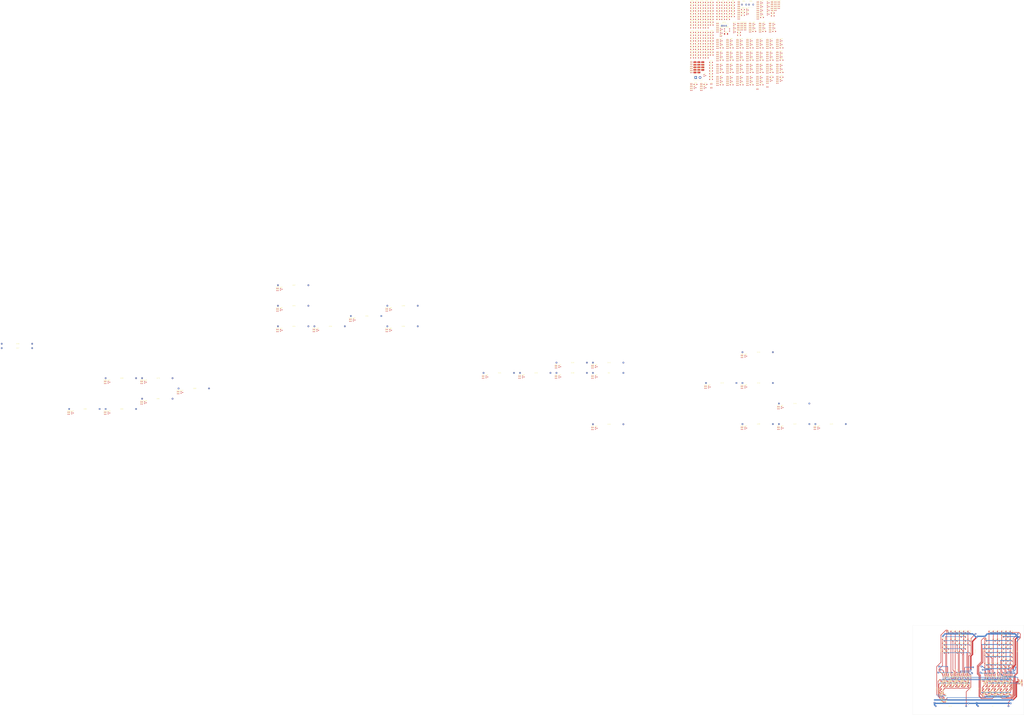
<source format=kicad_pcb>
(kicad_pcb (version 20221018) (generator pcbnew)
  (title_block (title "Transistor clock") (date "2023-09-27") (rev "A") (company "Xavier Bourlot"))
  (layers (0 "F.Cu" signal) (31 "B.Cu" signal) (34 "B.Paste" user) (35 "F.Paste" user) (36 "B.SilkS" user "B.Silkscreen") (37 "F.SilkS" user "F.Silkscreen") (38 "B.Mask" user) (39 "F.Mask" user) (44 "Edge.Cuts" user))
  (net 0 "")
  (net 1 "GND")
  (net 2 "VCC")
  (net 3 "/clk_1s")
  (net 4 "Net-(C6-Pad2)")
  (net 5 "Net-(D58-A)")
  (net 6 "/Seconds/10counter/SCR_stage/NEXT")
  (net 7 "Net-(D59-A)")
  (net 8 "/Seconds/10counter/SCR_stage6/NEXT")
  (net 9 "Net-(D62-A)")
  (net 10 "/Seconds/10counter/SCR_stage7/NEXT")
  (net 11 "/clk_10s")
  (net 12 "Net-(D127-A)")
  (net 13 "Net-(D139-A)")
  (net 14 "Net-(D141-A)")
  (net 15 "Net-(D255-A)")
  (net 16 "Net-(D256-A)")
  (net 17 "Net-(D265-A)")
  (net 18 "Net-(D281-A)")
  (net 19 "/Seconds/10counter/SCR_stage/IN")
  (net 20 "Net-(D1-K)")
  (net 21 "Net-(D2-K)")
  (net 22 "Net-(D3-K)")
  (net 23 "Net-(D4-K)")
  (net 24 "Net-(D5-K)")
  (net 25 "Net-(D6-K)")
  (net 26 "Net-(D7-K)")
  (net 27 "/Seconds/10Decoder/1")
  (net 28 "/Seconds/10Decoder/2")
  (net 29 "/Seconds/10Decoder/3")
  (net 30 "/Seconds/10Decoder/4")
  (net 31 "/Seconds/10Decoder/5")
  (net 32 "/Seconds/10Decoder/6")
  (net 33 "/Seconds/10Decoder/7")
  (net 34 "/Seconds/10Decoder/8")
  (net 35 "/Seconds/10Decoder/9")
  (net 36 "Net-(D57-K)")
  (net 37 "Net-(D63-K)")
  (net 38 "Net-(D64-K)")
  (net 39 "Net-(D119-K)")
  (net 40 "Net-(D120-K)")
  (net 41 "Net-(D121-K)")
  (net 42 "Net-(D122-K)")
  (net 43 "Net-(D124-K)")
  (net 44 "Net-(D125-K)")
  (net 45 "Net-(D126-K)")
  (net 46 "Net-(D128-K)")
  (net 47 "Net-(D129-K)")
  (net 48 "Net-(D131-K)")
  (net 49 "Net-(D133-K)")
  (net 50 "Net-(D135-K)")
  (net 51 "Net-(D138-K)")
  (net 52 "Net-(D140-K)")
  (net 53 "Net-(D143-K)")
  (net 54 "Net-(D145-K)")
  (net 55 "Net-(D146-K)")
  (net 56 "Net-(D149-K)")
  (net 57 "Net-(D199-K)")
  (net 58 "Net-(D201-K)")
  (net 59 "Net-(D251-K)")
  (net 60 "Net-(D254-K)")
  (net 61 "Net-(D257-K)")
  (net 62 "Net-(D259-K)")
  (net 63 "Net-(D260-K)")
  (net 64 "Net-(D263-K)")
  (net 65 "Net-(D268-K)")
  (net 66 "Net-(D279-K)")
  (net 67 "Net-(D280-K)")
  (net 68 "Net-(D282-K)")
  (net 69 "Net-(D283-K)")
  (net 70 "Net-(D284-K)")
  (net 71 "/Vref")
  (net 72 "Net-(Q2-E)")
  (net 73 "Net-(Q3-E)")
  (net 74 "Net-(Q4-E)")
  (net 75 "Net-(Q5-E)")
  (net 76 "Net-(Q6-E)")
  (net 77 "Net-(Q7-E)")
  (net 78 "Net-(Q8-E)")
  (net 79 "/Seconds/10counter/RST")
  (net 80 "Net-(Q10-B)")
  (net 81 "Net-(Q10-C)")
  (net 82 "Net-(Q12-B)")
  (net 83 "Net-(Q12-C)")
  (net 84 "Net-(Q18-B)")
  (net 85 "Net-(Q18-C)")
  (net 86 "Net-(Q20-E)")
  (net 87 "Net-(Q21-E)")
  (net 88 "Net-(Q22-E)")
  (net 89 "Net-(Q23-E)")
  (net 90 "Net-(Q24-E)")
  (net 91 "Net-(Q25-E)")
  (net 92 "Net-(Q27-E)")
  (net 93 "Net-(Q28-E)")
  (net 94 "Net-(Q29-E)")
  (net 95 "Net-(Q30-B)")
  (net 96 "Net-(Q30-C)")
  (net 97 "Net-(Q32-E)")
  (net 98 "Net-(Q33-E)")
  (net 99 "Net-(Q36-E)")
  (net 100 "Net-(Q39-E)")
  (net 101 "Net-(Q42-E)")
  (net 102 "Net-(Q46-E)")
  (net 103 "Net-(Q47-B)")
  (net 104 "Net-(Q47-C)")
  (net 105 "Net-(Q49-E)")
  (net 106 "Net-(Q50-B)")
  (net 107 "Net-(Q50-C)")
  (net 108 "Net-(Q54-E)")
  (net 109 "Net-(Q57-E)")
  (net 110 "Net-(Q58-E)")
  (net 111 "Net-(Q62-E)")
  (net 112 "Net-(Q63-E)")
  (net 113 "Net-(Q65-E)")
  (net 114 "Net-(Q66-E)")
  (net 115 "Net-(Q71-E)")
  (net 116 "Net-(Q72-B)")
  (net 117 "Net-(Q72-C)")
  (net 118 "Net-(Q74-B)")
  (net 119 "Net-(Q74-C)")
  (net 120 "Net-(Q76-E)")
  (net 121 "Net-(Q79-E)")
  (net 122 "Net-(Q80-E)")
  (net 123 "Net-(Q85-E)")
  (net 124 "Net-(Q88-B)")
  (net 125 "Net-(Q88-C)")
  (net 126 "Net-(Q93-E)")
  (net 127 "Net-(Q100-E)")
  (net 128 "Net-(Q101-E)")
  (net 129 "Net-(Q102-B)")
  (net 130 "Net-(Q102-C)")
  (net 131 "Net-(Q104-E)")
  (net 132 "Net-(Q105-E)")
  (net 133 "Net-(Q106-E)")
  (net 134 "/Seconds/Div10_A")
  (net 135 "/Seconds/Div10_B")
  (net 136 "/Seconds/Div10_C")
  (net 137 "/Seconds/Div10_D")
  (net 138 "/Seconds/Div10_E")
  (net 139 "/Seconds/Div10_F")
  (net 140 "/Seconds/Div10_G")
  (net 141 "/TensMinutes/Div6_A")
  (net 142 "/TensMinutes/Div6_B")
  (net 143 "/TensMinutes/Div6_C")
  (net 144 "/TensMinutes/Div6_D")
  (net 145 "/TensMinutes/Div6_E")
  (net 146 "/TensMinutes/Div6_F")
  (net 147 "/TensMinutes/Div6_G")
  (net 148 "/TensSeconds/Div6_A")
  (net 149 "/TensSeconds/Div6_B")
  (net 150 "/TensSeconds/Div6_C")
  (net 151 "/TensSeconds/Div6_D")
  (net 152 "/TensSeconds/Div6_E")
  (net 153 "/TensSeconds/Div6_F")
  (net 154 "/TensSeconds/Div6_G")
  (net 155 "/Minutes/Div10_A")
  (net 156 "/Minutes/Div10_B")
  (net 157 "/Minutes/Div10_C")
  (net 158 "/Minutes/Div10_D")
  (net 159 "/Minutes/Div10_E")
  (net 160 "/Minutes/Div10_F")
  (net 161 "/Minutes/Div10_G")
  (net 162 "/Hours/Div24_u_A")
  (net 163 "/Hours/Div24_u_B")
  (net 164 "/Hours/Div24_u_C")
  (net 165 "/Hours/Div24_u_D")
  (net 166 "/Hours/Div24_u_E")
  (net 167 "/Hours/Div24_u_F")
  (net 168 "/Hours/Div24_u_G")
  (net 169 "/Hours/Div24_t_B")
  (net 170 "/Hours/Div24_t_C")
  (net 171 "/Hours/Div24_t_A")
  (net 172 "/Hours/Div24_t_D")
  (net 173 "/Hours/Div24_t_E")
  (net 174 "/Hours/Div24_t_G")
  (net 175 "/Dot_H-M")
  (net 176 "/Dot_M-S")
  (net 177 "/Seconds/10counter/SCR_stage1/NEXT")
  (net 178 "/Seconds/10counter/SCR_stage2/NEXT")
  (net 179 "/Seconds/10counter/SCR_stage3/NEXT")
  (net 180 "/Seconds/10counter/SCR_stage4/NEXT")
  (net 181 "/Seconds/10counter/SCR_stage5/NEXT")
  (net 182 "/Seconds/10counter/SCR_stage8/NEXT")
  (net 183 "Net-(D60-A)")
  (net 184 "/Minutes/10counter/SCR_stage1/NEXT")
  (net 185 "Net-(D61-A)")
  (net 186 "/Hours/10counter/SCR_stage1/NEXT")
  (net 187 "Net-(C21-Pad2)")
  (net 188 "Net-(D130-A)")
  (net 189 "/Minutes/10counter/SCR_stage3/NEXT")
  (net 190 "Net-(D132-A)")
  (net 191 "/Minutes/10counter/SCR_stage2/NEXT")
  (net 192 "Net-(D134-A)")
  (net 193 "/Hours/10counter/SCR_stage3/NEXT")
  (net 194 "Net-(D136-A)")
  (net 195 "/Hours/10counter/SCR_stage2/NEXT")
  (net 196 "/clk_10min")
  (net 197 "Net-(C30-Pad2)")
  (net 198 "Net-(D142-A)")
  (net 199 "/Minutes/10counter/SCR_stage5/NEXT")
  (net 200 "Net-(D144-A)")
  (net 201 "/Minutes/10counter/SCR_stage4/NEXT")
  (net 202 "/clk_1min")
  (net 203 "Net-(C38-Pad2)")
  (net 204 "Net-(D148-A)")
  (net 205 "/Minutes/10counter/SCR_stage/NEXT")
  (net 206 "/clk_1hr")
  (net 207 "Net-(C43-Pad2)")
  (net 208 "Net-(D252-A)")
  (net 209 "/Hours/10counter/SCR_stage5/NEXT")
  (net 210 "Net-(D253-A)")
  (net 211 "/Hours/10counter/SCR_stage4/NEXT")
  (net 212 "Net-(D258-A)")
  (net 213 "/Minutes/10counter/SCR_stage7/NEXT")
  (net 214 "Net-(D261-A)")
  (net 215 "/Minutes/10counter/SCR_stage6/NEXT")
  (net 216 "Net-(D262-A)")
  (net 217 "/Hours/10counter/SCR_stage7/NEXT")
  (net 218 "Net-(D264-A)")
  (net 219 "/Hours/10counter/SCR_stage6/NEXT")
  (net 220 "Net-(D266-A)")
  (net 221 "/Hours/10counter/SCR_stage/NEXT")
  (net 222 "/Hours/bit0")
  (net 223 "Net-(C57-Pad2)")
  (net 224 "Net-(D269-A)")
  (net 225 "/Hours/2counter/SCR_stage/IN")
  (net 226 "Net-(D277-A)")
  (net 227 "/Hours/2counter/SCR_stage/NEXT")
  (net 228 "Net-(D278-A)")
  (net 229 "/Hours/2counter/SCR_stage1/NEXT")
  (net 230 "Net-(D285-A)")
  (net 231 "/Minutes/10counter/SCR_stage/IN")
  (net 232 "Net-(D286-A)")
  (net 233 "/Minutes/10counter/SCR_stage8/NEXT")
  (net 234 "Net-(D287-A)")
  (net 235 "/Hours/10counter/SCR_stage/IN")
  (net 236 "Net-(D288-A)")
  (net 237 "/Hours/10counter/SCR_stage8/NEXT")
  (net 238 "Net-(C68-Pad1)")
  (net 239 "Net-(D289-A)")
  (net 240 "Net-(D299-A)")
  (net 241 "Net-(Q128-B)")
  (net 242 "Net-(Q126-E)")
  (net 243 "Net-(C81-Pad2)")
  (net 244 "Net-(D303-A)")
  (net 245 "Net-(Q130-C)")
  (net 246 "Net-(D304-A)")
  (net 247 "/TensSeconds/6counter/SCR_stage/NEXT")
  (net 248 "Net-(D305-A)")
  (net 249 "/TensSeconds/6counter/SCR_stage1/NEXT")
  (net 250 "Net-(D306-A)")
  (net 251 "/TensSeconds/6counter/SCR_stage2/NEXT")
  (net 252 "Net-(D307-A)")
  (net 253 "/TensSeconds/6counter/SCR_stage3/NEXT")
  (net 254 "Net-(D308-A)")
  (net 255 "/TensSeconds/6counter/SCR_stage4/NEXT")
  (net 256 "Net-(D309-A)")
  (net 257 "/TensSeconds/6counter/SCR_stage/IN")
  (net 258 "Net-(D310-A)")
  (net 259 "/TensMinutes/6counter/SCR_stage/NEXT")
  (net 260 "Net-(D311-A)")
  (net 261 "/TensMinutes/6counter/SCR_stage1/NEXT")
  (net 262 "Net-(D312-A)")
  (net 263 "/TensMinutes/6counter/SCR_stage2/NEXT")
  (net 264 "Net-(D313-A)")
  (net 265 "/TensMinutes/6counter/SCR_stage3/NEXT")
  (net 266 "Net-(D314-A)")
  (net 267 "/TensMinutes/6counter/SCR_stage4/NEXT")
  (net 268 "Net-(D315-A)")
  (net 269 "/TensMinutes/6counter/SCR_stage/IN")
  (net 270 "VD")
  (net 271 "/TensMinutes/6Decoder/1")
  (net 272 "/TensMinutes/6Decoder/2")
  (net 273 "/TensMinutes/6Decoder/3")
  (net 274 "/TensMinutes/6Decoder/4")
  (net 275 "/TensMinutes/6Decoder/5")
  (net 276 "/TensSeconds/6Decoder/1")
  (net 277 "/TensSeconds/6Decoder/2")
  (net 278 "/TensSeconds/6Decoder/3")
  (net 279 "/TensSeconds/6Decoder/4")
  (net 280 "/TensSeconds/6Decoder/5")
  (net 281 "Net-(D123-K)")
  (net 282 "Net-(D137-K)")
  (net 283 "Net-(D147-K)")
  (net 284 "/Minutes/10Decoder/1")
  (net 285 "/Minutes/10Decoder/2")
  (net 286 "/Minutes/10Decoder/3")
  (net 287 "/Minutes/10Decoder/4")
  (net 288 "/Minutes/10Decoder/5")
  (net 289 "/Minutes/10Decoder/6")
  (net 290 "/Minutes/10Decoder/7")
  (net 291 "/Minutes/10Decoder/8")
  (net 292 "/Minutes/10Decoder/9")
  (net 293 "Net-(D200-K)")
  (net 294 "/Hours/10Decoder/1")
  (net 295 "/Hours/10Decoder/2")
  (net 296 "/Hours/10Decoder/3")
  (net 297 "/Hours/10Decoder/4")
  (net 298 "/Hours/bit5")
  (net 299 "/Hours/10Decoder/6")
  (net 300 "/Hours/10Decoder/7")
  (net 301 "/Hours/10Decoder/8")
  (net 302 "/Hours/10Decoder/9")
  (net 303 "Net-(D267-K)")
  (net 304 "/Hours/2Decoder/1")
  (net 305 "/Hours/2Decoder/2")
  (net 306 "Net-(D290-K)")
  (net 307 "Net-(D290-A)")
  (net 308 "Net-(D293-K)")
  (net 309 "Net-(D293-A)")
  (net 310 "Net-(D296-+)")
  (net 311 "/PSU/AC1")
  (net 312 "/PSU/AC2")
  (net 313 "Net-(D297-K)")
  (net 314 "Net-(D298-K)")
  (net 315 "Net-(D299-K)")
  (net 316 "Net-(D300-K)")
  (net 317 "Net-(D300-A)")
  (net 318 "Net-(D301-K)")
  (net 319 "Net-(D301-A)")
  (net 320 "Net-(D302-A)")
  (net 321 "/50Hz")
  (net 322 "Net-(Q1-B)")
  (net 323 "Net-(Q14-B)")
  (net 324 "Net-(Q14-C)")
  (net 325 "Net-(Q16-B)")
  (net 326 "Net-(Q16-C)")
  (net 327 "/TensSeconds/6counter/RST")
  (net 328 "Net-(Q34-B)")
  (net 329 "Net-(Q34-C)")
  (net 330 "Net-(Q37-B)")
  (net 331 "Net-(Q37-C)")
  (net 332 "Net-(Q40-B)")
  (net 333 "Net-(Q40-C)")
  (net 334 "Net-(Q43-B)")
  (net 335 "Net-(Q43-C)")
  (net 336 "/TensMinutes/6counter/RST")
  (net 337 "Net-(Q52-B)")
  (net 338 "Net-(Q52-C)")
  (net 339 "Net-(Q55-B)")
  (net 340 "Net-(Q55-C)")
  (net 341 "/Minutes/10counter/RST")
  (net 342 "Net-(Q60-B)")
  (net 343 "Net-(Q60-C)")
  (net 344 "/Hours/10counter/RST")
  (net 345 "Net-(Q67-B)")
  (net 346 "Net-(Q67-C)")
  (net 347 "Net-(Q69-B)")
  (net 348 "Net-(Q69-C)")
  (net 349 "Net-(Q77-B)")
  (net 350 "Net-(Q77-C)")
  (net 351 "Net-(Q81-B)")
  (net 352 "Net-(Q81-C)")
  (net 353 "Net-(Q83-B)")
  (net 354 "Net-(Q83-C)")
  (net 355 "Net-(Q86-B)")
  (net 356 "Net-(Q86-C)")
  (net 357 "Net-(Q90-B)")
  (net 358 "Net-(Q90-C)")
  (net 359 "/Hours/2counter/RST")
  (net 360 "Net-(Q94-B)")
  (net 361 "Net-(Q94-C)")
  (net 362 "Net-(Q96-B)")
  (net 363 "Net-(Q96-C)")
  (net 364 "/Hours/2counter/0")
  (net 365 "Net-(Q98-B)")
  (net 366 "Net-(Q98-C)")
  (net 367 "Net-(Q107-B)")
  (net 368 "Net-(Q107-C)")
  (net 369 "Net-(Q109-B)")
  (net 370 "Net-(Q109-C)")
  (net 371 "Net-(Q111-B)")
  (net 372 "Net-(Q111-C)")
  (net 373 "Net-(Q113-B)")
  (net 374 "Net-(Q113-C)")
  (net 375 "Net-(Q115-B)")
  (net 376 "Net-(Q115-C)")
  (net 377 "Net-(Q116-E)")
  (net 378 "Net-(Q116-C)")
  (net 379 "Net-(Q117-B)")
  (net 380 "Net-(Q117-C)")
  (net 381 "/5Hz")
  (net 382 "Net-(Q119-E)")
  (net 383 "Net-(Q119-C)")
  (net 384 "Net-(Q120-B)")
  (net 385 "Net-(Q120-C)")
  (net 386 "Net-(Q122-B)")
  (net 387 "Net-(Q123-B)")
  (net 388 "Net-(Q123-E)")
  (net 389 "Net-(Q124-B)")
  (net 390 "Net-(Q126-B)")
  (net 391 "Net-(Q127-B)")
  (net 392 "Net-(Q129-B)")
  (net 393 "Net-(Q129-C)")
  (net 394 "Net-(Q130-B)")
  (net 395 "Net-(Q131-B)")
  (net 396 "Net-(Q131-C)")
  (net 397 "Net-(Q133-B)")
  (net 398 "Net-(Q133-C)")
  (net 399 "Net-(Q135-B)")
  (net 400 "Net-(Q135-C)")
  (net 401 "Net-(Q137-B)")
  (net 402 "Net-(Q137-C)")
  (net 403 "Net-(Q139-B)")
  (net 404 "Net-(Q139-C)")
  (net 405 "Net-(Q141-B)")
  (net 406 "Net-(Q141-C)")
  (net 407 "Net-(Q143-B)")
  (net 408 "Net-(Q143-C)")
  (net 409 "Net-(Q145-B)")
  (net 410 "Net-(Q145-C)")
  (net 411 "Net-(Q147-B)")
  (net 412 "Net-(Q147-C)")
  (net 413 "Net-(Q149-B)")
  (net 414 "Net-(Q149-C)")
  (net 415 "Net-(Q151-B)")
  (net 416 "Net-(Q151-C)")
  (net 417 "Net-(Q153-B)")
  (net 418 "Net-(Q153-C)")
  (net 419 "Net-(R235-Pad2)")
  (net 420 "Net-(R237-Pad1)")
  (net 421 "Net-(R238-Pad1)")
  (net 422 "Net-(R243-Pad2)")
  (net 423 "Net-(C75-Pad1)")
  (net 424 "Net-(R254-Pad1)")
  (footprint "Diode_SMD:D_SOD-123" (layer "F.Cu") (at -231.805 -716.475)
    (fp_text reference "D233")
    (fp_text value "1N4148W")
  )
  (footprint "Diode_SMD:D_SOD-123" (layer "F.Cu") (at 108.11683 54 -45)
    (fp_text reference "D38")
    (fp_text value "1N4148W")
  )
  (footprint "footprints:LED_filament_38mm" (layer "F.Cu") (at 137 27.5 180)
    (fp_text reference "D1")
    (fp_text value "LED")
  )
  (footprint "Diode_SMD:D_SOD-123" (layer "F.Cu") (at -212.425 -719.825)
    (fp_text reference "D72")
    (fp_text value "1N4148W")
  )
  (footprint "Resistor_SMD:R_0603_1608Metric" (layer "F.Cu") (at -148.335 -624.165)
    (fp_text reference "R91")
    (fp_text value "270")
  )
  (footprint "Resistor_SMD:R_0603_1608Metric" (layer "F.Cu") (at -171.935 -636.205)
    (fp_text reference "R113")
    (fp_text value "10k")
  )
  (footprint "Package_TO_SOT_SMD:SOT-23" (layer "F.Cu") (at 58.164711 74.062499 90)
    (fp_text reference "Q28")
    (fp_text value "MMBT3904")
  )
  (footprint "Resistor_SMD:R_0603_1608Metric" (layer "F.Cu") (at -148.335 -658.285)
    (fp_text reference "R214")
    (fp_text value "120")
  )
  (footprint "Resistor_SMD:R_0603_1608Metric" (layer "F.Cu") (at -160.135 -643.735)
    (fp_text reference "R134")
    (fp_text value "120")
  )
  (footprint "Capacitor_SMD:C_0603_1608Metric" (layer "F.Cu") (at -195.535 -646.245)
    (fp_text reference "C34")
    (fp_text value "10n")
  )
  (footprint "Package_TO_SOT_SMD:SOT-23" (layer "F.Cu") (at 47.175 87.0175)
    (fp_text reference "Q133")
    (fp_text value "MMBT5401")
  )
  (footprint "Package_TO_SOT_SMD:SOT-23" (layer "F.Cu") (at -179.285 -674.375)
    (fp_text reference "Q147")
    (fp_text value "MMBT5401")
  )
  (footprint "Resistor_SMD:R_0603_1608Metric" (layer "F.Cu") (at 128.0875 83.4175 90)
    (fp_text reference "R205")
    (fp_text value "10k")
  )
  (footprint "Resistor_SMD:R_0603_1608Metric" (layer "F.Cu") (at -183.735 -665.305)
    (fp_text reference "R307")
    (fp_text value "10k")
  )
  (footprint "footprints:LED_filament_38mm" (layer "F.Cu") (at -986.86 -238.669436)
    (fp_text reference "D282")
    (fp_text value "LED")
  )
  (footprint "Package_TO_SOT_SMD:SOT-23" (layer "F.Cu") (at -214.685 -669.925)
    (fp_text reference "Q112")
    (fp_text value "MMBT3904")
  )
  (footprint "Diode_SMD:D_SOD-123" (layer "F.Cu") (at -243.395 -689.675)
    (fp_text reference "D221")
    (fp_text value "1N4148W")
  )
  (footprint "Resistor_SMD:R_0603_1608Metric" (layer "F.Cu") (at -148.335 -626.675)
    (fp_text reference "R90")
    (fp_text value "1k")
  )
  (footprint "Diode_SMD:D_SOD-123" (layer "F.Cu") (at 63.11683 39.75 -45)
    (fp_text reference "D108")
    (fp_text value "1N4148W")
  )
  (footprint "Resistor_SMD:R_0603_1608Metric" (layer "F.Cu") (at -160.135 -636.205)
    (fp_text reference "R137")
    (fp_text value "10k")
  )
  (footprint "Package_TO_SOT_SMD:SOT-23" (layer "F.Cu") (at -159.155 -710.375)
    (fp_text reference "Q117")
    (fp_text value "MMBT5401")
  )
  (footprint "Resistor_SMD:R_0603_1608Metric" (layer "F.Cu") (at -943.295 -232.34)
    (fp_text reference "R211")
    (fp_text value "220")
  )
  (footprint "Diode_SMD:D_SOD-123" (layer "F.Cu") (at -231.805 -660.875)
    (fp_text reference "D187")
    (fp_text value "1N4148W")
  )
  (footprint "Diode_SMD:D_SOD-123" (layer "F.Cu") (at 103.11683 63.5 -45)
    (fp_text reference "D49")
    (fp_text value "1N4148W")
  )
  (footprint "footprints:LED_filament_38mm" (layer "F.Cu") (at -900.62 -250.819436)
    (fp_text reference "D284")
    (fp_text value "LED")
  )
  (footprint "Resistor_SMD:R_0603_1608Metric" (layer "F.Cu") (at 121.0375 83.3925 90)
    (fp_text reference "R177")
    (fp_text value "10k")
  )
  (footprint "footprints:RCSRCW_0C_testpoint_1206" (layer "F.Cu") (at -236.6 -649)
    (fp_text reference "TP11")
    (fp_text value "10s")
  )
  (footprint "Package_TO_SOT_SMD:SOT-23" (layer "F.Cu") (at -167.485 -659.825)
    (fp_text reference "Q77")
    (fp_text value "MMBT5401")
  )
  (footprint "Resistor_SMD:R_0603_1608Metric" (layer "F.Cu") (at -160.135 -638.715)
    (fp_text reference "R136")
    (fp_text value "120")
  )
  (footprint "Resistor_SMD:R_0603_1608Metric" (layer "F.Cu") (at -160.135 -672.835)
    (fp_text reference "R300")
    (fp_text value "120")
  )
  (footprint "Resistor_SMD:R_0603_1608Metric" (layer "F.Cu") (at -183.735 -650.755)
    (fp_text reference "R221")
    (fp_text value "10k")
  )
  (footprint "Capacitor_SMD:C_0603_1608Metric" (layer "F.Cu") (at -195.535 -675.345)
    (fp_text reference "C94")
    (fp_text value "10n")
  )
  (footprint "Package_TO_SOT_SMD:SOT-23" (layer "F.Cu") (at -143.885 -674.375)
    (fp_text reference "Q153")
    (fp_text value "MMBT5401")
  )
  (footprint "Capacitor_SMD:C_0603_1608Metric" (layer "F.Cu") (at 44.1625 93.0075 90)
    (fp_text reference "C85")
    (fp_text value "10n")
  )
  (footprint "Resistor_SMD:R_0603_1608Metric" (layer "F.Cu") (at -610.175 -332.7)
    (fp_text reference "R170")
    (fp_text value "100k")
  )
  (footprint "Resistor_SMD:R_0603_1608Metric" (layer "F.Cu") (at -943.295 -271.3)
    (fp_text reference "R186")
    (fp_text value "100k")
  )
  (footprint "footprints:LED_filament_38mm" (layer "F.Cu") (at 133 68 83)
    (fp_text reference "D2")
    (fp_text value "LED")
  )
  (footprint "footprints:RCSRCW_0C_testpoint_1206" (layer "F.Cu") (at -241.2 -646)
    (fp_text reference "TP7")
    (fp_text value "Vref")
  )
  (footprint "Diode_SMD:D_SOD-123" (layer "F.Cu") (at -243.395 -664.225)
    (fp_text reference "D166")
    (fp_text value "1N4148W")
  )
  (footprint "Package_TO_SOT_SMD:SOT-23" (layer "F.Cu") (at -166.945 -714.825)
    (fp_text reference "Q120")
    (fp_text value "MMBT5401")
  )
  (footprint "Diode_SMD:D_SOD-123" (layer "F.Cu") (at -226.01 -680.975)
    (fp_text reference "D191")
    (fp_text value "1N4148W")
  )
  (footprint "Resistor_SMD:R_0603_1608Metric" (layer "F.Cu") (at -739.535 -357)
    (fp_text reference "R132")
    (fp_text value "100k")
  )
  (footprint "Resistor_SMD:R_0603_1608Metric" (layer "F.Cu") (at -148.335 -667.815)
    (fp_text reference "R318")
    (fp_text value "120")
  )
  (footprint "Diode_SMD:D_SOD-123" (layer "F.Cu") (at 118.166726 44.5 -45)
    (fp_text reference "D27")
    (fp_text value "1N4148W")
  )
  (footprint "Diode_SMD:D_SOD-123" (layer "F.Cu") (at -218.22 -703.075)
    (fp_text reference "D70")
    (fp_text value "1N4148W")
  )
  (footprint "Package_TO_SOT_SMD:SOT-23" (layer "F.Cu") (at -179.285 -645.275)
    (fp_text reference "Q37")
    (fp_text value "MMBT5401")
  )
  (footprint "Resistor_SMD:R_0603_1608Metric" (layer "F.Cu") (at -190.175 -299.54)
    (fp_text reference "R99")
    (fp_text value "220")
  )
  (footprint "Package_TO_SOT_SMD:SOT-23" (layer "F.Cu") (at -214.685 -645.275)
    (fp_text reference "Q16")
    (fp_text value "MMBT5401")
  )
  (footprint "Diode_SMD:D_SOD-123" (layer "F.Cu") (at 118.166726 30.25 -45)
    (fp_text reference "D15")
    (fp_text value "1N4148W")
  )
  (footprint "Resistor_SMD:R_0603_1608Metric" (layer "F.Cu") (at -150.695 -717.735)
    (fp_text reference "R234")
    (fp_text value "4.7k")
  )
  (footprint "Package_TO_SOT_SMD:SOT-23" (layer "F.Cu") (at -448.794718 -276.569436)
    (fp_text reference "Q39")
    (fp_text value "MMBT3904")
  )
  (footprint "Resistor_SMD:R_0603_1608Metric" (layer "F.Cu") (at -900.175 -268.79)
    (fp_text reference "R201")
    (fp_text value "220")
  )
  (footprint "Resistor_SMD:R_0603_1608Metric" (layer "F.Cu") (at -190.175 -217)
    (fp_text reference "R126")
    (fp_text value "100k")
  )
  (footprint "Capacitor_SMD:C_0603_1608Metric" (layer "F.Cu") (at -171.935 -675.345)
    (fp_text reference "C95")
    (fp_text value "10n")
  )
  (footprint "Resistor_SMD:R_0603_1608Metric" (layer "F.Cu") (at -180.565 -692.285)
    (fp_text reference "R166")
    (fp_text value "120")
  )
  (footprint "Resistor_SMD:R_0603_1608Metric" (layer "F.Cu") (at -739.535 -330.19)
    (fp_text reference "R143")
    (fp_text value "220")
  )
  (footprint "Capacitor_SMD:C_0603_1608Metric" (layer "F.Cu") (at -148.335 -631.695)
    (fp_text reference "C29")
    (fp_text value "100n")
  )
  (footprint "Package_TO_SOT_SMD:SOT-23" (layer "F.Cu") (at -202.885 -630.725)
    (fp_text reference "Q143")
    (fp_text value "MMBT5401")
  )
  (footprint "Diode_SMD:D_SOD-123" (layer "F.Cu") (at 98.11683 35 -45)
    (fp_text reference "D20")
    (fp_text value "1N4148W")
  )
  (footprint "Diode_SMD:D_SOD-123" (layer "F.Cu") (at -226.74 -628.725)
    (fp_text reference "D276")
    (fp_text value "1N4148W")
  )
  (footprint "Package_TO_SOT_SMD:SOT-23" (layer "F.Cu") (at -938.845 -233.88)
    (fp_text reference "Q105")
    (fp_text value "MMBT3904")
  )
  (footprint "Package_TO_SOT_SMD:SOT-23" (layer "F.Cu") (at -234.105 -633.275)
    (fp_text reference "Q1")
    (fp_text value "MMBT3904")
  )
  (footprint "Package_TO_SOT_SMD:SOT-23" (layer "F.Cu") (at -179.285 -626.275)
    (fp_text reference "Q15")
    (fp_text value "MMBT3904")
  )
  (footprint "Resistor_SMD:R_0603_1608Metric" (layer "F.Cu") (at -219.135 -641.225)
    (fp_text reference "R33")
    (fp_text value "10k")
  )
  (footprint "Resistor_SMD:R_0603_1608Metric" (layer "F.Cu") (at -154.705 -712.715)
    (fp_text reference "R231")
    (fp_text value "100k")
  )
  (footprint "Package_TO_SOT_SMD:SOT-23" (layer "F.Cu") (at 118.0375 95.5825 180)
    (fp_text reference "Q12")
    (fp_text value "MMBT5401")
  )
  (footprint "Diode_SMD:D_SOD-123" (layer "F.Cu") (at -155.21 -636.925)
    (fp_text reference "D252")
    (fp_text value "1N4148W")
  )
  (footprint "Resistor_SMD:R_0603_1608Metric" (layer "F.Cu") (at 109.124711 77.949999 -90)
    (fp_text reference "R13")
    (fp_text value "220")
  )
  (footprint "Diode_SMD:D_SOD-123" (layer "F.Cu") (at -237.6 -699.725)
    (fp_text reference "D228")
    (fp_text value "1N4148W")
  )
  (footprint "Diode_SMD:D_SOD-123" (layer "F.Cu") (at -153.79 -707.275)
    (fp_text reference "D289")
    (fp_text value "1N4148W")
  )
  (footprint "Capacitor_SMD:C_0603_1608Metric" (layer "F.Cu") (at 108.225 93.0575 90)
    (fp_text reference "C12")
    (fp_text value "10n")
  )
  (footprint "footprints:LED_filament_38mm" (layer "F.Cu") (at -233.74 -269.419436)
    (fp_text reference "D149")
    (fp_text value "LED")
  )
  (footprint "Resistor_SMD:R_0603_1608Metric" (layer "F.Cu") (at -610.175 -330.19)
    (fp_text reference "R171")
    (fp_text value "220")
  )
  (footprint "footprints:RCSRCW_0C_testpoint_1206" (layer "F.Cu") (at -245.8 -640)
    (fp_text reference "TP4")
    (fp_text value "GND")
  )
  (footprint "Resistor_SMD:R_0603_1608Metric" (layer "F.Cu") (at 129.11471 77.949999 -90)
    (fp_text reference "R5")
    (fp_text value "220")
  )
  (footprint "Diode_SMD:D_SOD-123" (layer "F.Cu") (at -193.68 -680.985)
    (fp_text reference "D300")
    (fp_text value "1N4148W")
  )
  (footprint "Resistor_SMD:R_0603_1608Metric" (layer "F.Cu") (at -171.395 -717.735)
    (fp_text reference "R237")
    (fp_text value "10k")
  )
  (footprint "Package_TO_SOT_SMD:SOT-23" (layer "F.Cu") (at -648.845 -343.88)
    (fp_text reference "Q65")
    (fp_text value "MMBT3904")
  )
  (footprint "Diode_SMD:D_SOD-123" (layer "F.Cu") (at 73.166726 25.5 -45)
    (fp_text reference "D93")
    (fp_text value "1N4148W")
  )
  (footprint "Package_TO_SOT_SMD:SOT-23" (layer "F.Cu") (at -183.715 -710.725)
    (fp_text reference "Q129")
    (fp_text value "MMBT3904")
  )
  (footprint "Capacitor_SMD:C_0603_1608Metric" (layer "F.Cu") (at 47.94375 103.21875 180)
    (fp_text reference "C20")
    (fp_text value "100n")
  )
  (footprint "Resistor_SMD:R_0603_1608Metric" (layer "F.Cu") (at 99.13471 77.949999 -90)
    (fp_text reference "R17")
    (fp_text value "220")
  )
  (footprint "Package_TO_SOT_SMD:SOT-23" (layer "F.Cu") (at -191.085 -674.375)
    (fp_text reference "Q149")
    (fp_text value "MMBT5401")
  )
  (footprint "Resistor_SMD:R_0603_1608Metric" (layer "F.Cu") (at 52.44471 77.912499 -90)
    (fp_text reference "R64")
    (fp_text value "100k")
  )
  (footprint "Diode_SMD:D_SOD-123" (layer "F.Cu") (at -231.805 -699.725)
    (fp_text reference "D238")
    (fp_text value "1N4148W")
  )
  (footprint "Resistor_SMD:R_0603_1608Metric" (layer "F.Cu") (at -171.935 -655.775)
    (fp_text reference "R155")
    (fp_text value "10k")
  )
  (footprint "Diode_SMD:D_SOD-123" (layer "F.Cu") (at 68.166726 39.75 -45)
    (fp_text reference "D107")
    (fp_text value "1N4148W")
  )
  (footprint "Resistor_SMD:R_0603_1608Metric" (layer "F.Cu") (at 101.2 99.2275 -90)
    (fp_text reference "R61")
    (fp_text value "10k")
  )
  (footprint "Resistor_SMD:R_0603_1608Metric" (layer "F.Cu") (at -147.055 -238.79)
    (fp_text reference "R115")
    (fp_text value "220")
  )
  (footprint "Diode_SMD:D_SOD-123" (layer "F.Cu") (at -218.22 -719.825)
    (fp_text reference "D65")
    (fp_text value "1N4148W")
  )
  (footprint "Diode_SMD:D_SOD-123" (layer "F.Cu") (at -226.74 -638.775)
    (fp_text reference "D273")
    (fp_text value "1N4148W")
  )
  (footprint "Resistor_SMD:R_0603_1608Metric" (layer "F.Cu") (at 120.7875 99.9825 -90)
    (fp_text reference "R27")
    (fp_text value "10k")
  )
  (footprint "Resistor_SMD:R_0603_1608Metric" (layer "F.Cu") (at -171.935 -643.735)
    (fp_text reference "R110")
    (fp_text value "120")
  )
  (footprint "Resistor_SMD:R_0603_1608Metric" (layer "F.Cu") (at 114.0125 83.3425 90)
    (fp_text reference "R149")
    (fp_text value "10k")
  )
  (footprint "Diode_SMD:D_SOD-123" (layer "F.Cu") (at -200.835 -709.775)
    (fp_text reference "D89")
    (fp_text value "1N4148W")
  )
  (footprint "Capacitor_SMD:C_0603_1608Metric" (layer "F.Cu") (at -250.105 -620.685)
    (fp_text reference "C43")
    (fp_text value "220n")
  )
  (footprint "Diode_SMD:D_SOD-123" (layer "F.Cu") (at -237.6 -684.325)
    (fp_text reference "D170")
    (fp_text value "1N4148W")
  )
  (footprint "Diode_SMD:D_SOD-123" (layer "F.Cu") (at 113.11683 39.75 -45)
    (fp_text reference "D24")
    (fp_text value "1N4148W")
  )
  (footprint "Resistor_SMD:R_0603_1608Metric" (layer "F.Cu") (at 124.124709 77.949999 -90)
    (fp_text reference "R7")
    (fp_text value "220")
  )
  (footprint "Resistor_SMD:R_0603_1608Metric" (layer "F.Cu") (at -183.735 -621.655)
    (fp_text reference "R31")
    (fp_text value "10k")
  )
  (footprint "Diode_SMD:D_SOD-123" (layer "F.Cu") (at -226.01 -660.875)
    (fp_text reference "D197")
    (fp_text value "1N4148W")
  )
  (footprint "Package_TO_SOT_SMD:SOT-23" (layer "F.Cu") (at -202.885 -626.275)
    (fp_text reference "Q144")
    (fp_text value "MMBT3904")
  )
  (footprint "Diode_SMD:D_SOD-123" (layer "F.Cu") (at -214.21 -651.475)
    (fp_text reference "D253")
    (fp_text value "1N4148W")
  )
  (footprint "Resistor_SMD:R_0603_1608Metric" (layer "F.Cu") (at 72.55471 77.949999 -90)
    (fp_text reference "R66")
    (fp_text value "100k")
  )
  (footprint "Resistor_SMD:R_0603_1608Metric" (layer "F.Cu") (at -183.735 -667.815)
    (fp_text reference "R306")
    (fp_text value "120")
  )
  (footprint "Capacitor_SMD:C_0603_1608Metric" (layer "F.Cu") (at 128.0875 89.6175 -90)
    (fp_text reference "C62")
    (fp_text value "10n")
  )
  (footprint "Diode_SMD:D_SOD-123" (layer "F.Cu") (at 128.166726 39.75 -45)
    (fp_text reference "D21")
    (fp_text value "1N4148W")
  )
  (footprint "Package_TO_SOT_SMD:SOT-23" (layer "F.Cu") (at 46.9125 95.5075 180)
    (fp_text reference "Q131")
    (fp_text value "MMBT5401")
  )
  (footprint "Diode_SMD:D_SOD-123" (layer "F.Cu") (at 103.11683 49.25 -45)
    (fp_text reference "D33")
    (fp_text value "1N4148W")
  )
  (footprint "Diode_SMD:D_SOD-123" (layer "F.Cu") (at 78.166726 25.5 -45)
    (fp_text reference "D92")
    (fp_text value "1N4148W")
  )
  (footprint "Resistor_SMD:R_0603_1608Metric" (layer "F.Cu") (at 44.1625 96.1075 90)
    (fp_text reference "R272")
    (fp_text value "120")
  )
  (footprint "Diode_SMD:D_SOD-123" (layer "F.Cu") (at 53.125089 25.508363 -45)
    (fp_text reference "D97")
    (fp_text value "1N4148W")
  )
  (footprint "Package_TO_SOT_SMD:SOT-23" (layer "F.Cu") (at 104.2125 87.0175)
    (fp_text reference "Q72")
    (fp_text value "MMBT5401")
  )
  (footprint "Resistor_SMD:R_0603_1608Metric" (layer "F.Cu") (at 49.6625 99.9075 -90)
    (fp_text reference "R275")
    (fp_text value "10k")
  )
  (footprint "Resistor_SMD:R_0603_1608Metric" (layer "F.Cu") (at -207.335 -624.165)
    (fp_text reference "R298")
    (fp_text value "120")
  )
  (footprint "Diode_SMD:D_SOD-123" (layer "F.Cu") (at -189.03 -711.275)
    (fp_text reference "D301")
    (fp_text value "1N4148W")
  )
  (footprint "Diode_SMD:D_SOD-123" (layer "F.Cu") (at 113.166726 68.25 -45)
    (fp_text reference "D54")
    (fp_text value "1N4148W")
  )
  (footprint "Resistor_SMD:R_0603_1608Metric" (layer "F.Cu") (at -190.585 -687.265)
    (fp_text reference "R261")
    (fp_text value "1k")
  )
  (footprint "Package_TO_SOT_SMD:SOT-23" (layer "F.Cu") (at -167.485 -655.375)
    (fp_text reference "Q78")
    (fp_text value "MMBT3904")
  )
  (footprint "Resistor_SMD:R_0603_1608Metric" (layer "F.Cu") (at 49.13471 77.949999 -90)
    (fp_text reference "R45")
    (fp_text value "220")
  )
  (footprint "Resistor_SMD:R_0603_1608Metric" (layer "F.Cu") (at -171.935 -629.185)
    (fp_text reference "R162")
    (fp_text value "120")
  )
  (footprint "Resistor_SMD:R_0603_1608Metric" (layer "F.Cu") (at -168.765 -692.285)
    (fp_text reference "R180")
    (fp_text value "120")
  )
  (footprint "Diode_SMD:D_SOD-123" (layer "F.Cu") (at 123.166726 39.75 -45)
    (fp_text reference "D22")
    (fp_text value "1N4148W")
  )
  (footprint "Resistor_SMD:R_0603_1608Metric" (layer "F.Cu") (at -195.535 -670.325)
    (fp_text reference "R309")
    (fp_text value "10k")
  )
  (footprint "Package_TO_SOT_SMD:SOT-23" (layer "F.Cu") (at -214.685 -655.375)
    (fp_text reference "Q70")
    (fp_text value "MMBT3904")
  )
  (footprint "Resistor_SMD:R_0603_1608Metric" (layer "F.Cu") (at -410.124718 -277.539436)
    (fp_text reference "R92")
    (fp_text value "100k")
  )
  (footprint "Resistor_SMD:R_0603_1608Metric" (layer "F.Cu") (at 99.925 83.3175 90)
    (fp_text reference "R101")
    (fp_text value "10k")
  )
  (footprint "Resistor_SMD:R_0603_1608Metric" (layer "F.Cu") (at 44.1625 99.2075 -90)
    (fp_text reference "R273")
    (fp_text value "10k")
  )
  (footprint "Diode_SMD:D_SOD-123" (layer "F.Cu") (at -231.805 -719.825)
    (fp_text reference "D232")
    (fp_text value "1N4148W")
  )
  (footprint "Diode_SMD:D_SOD-123" (layer "F.Cu") (at -212.425 -699.725)
    (fp_text reference "D78")
    (fp_text value "1N4148W")
  )
  (footprint "Resistor_SMD:R_0603_1608Metric" (layer "F.Cu") (at -193.955 -707.695)
    (fp_text reference "R268")
    (fp_text value "1Meg")
  )
  (footprint "Resistor_SMD:R_0603_1608Metric" (layer "F.Cu") (at 56.9875 86.4425 -90)
    (fp_text reference "R280")
    (fp_text value "120")
  )
  (footprint "Diode_SMD:D_SOD-123" (layer "F.Cu") (at 73.166726 35 -45)
    (fp_text reference "D101")
    (fp_text value "1N4148W")
  )
  (footprint "Package_TO_SOT_SMD:SOT-23" (layer "F.Cu") (at -155.685 -669.925)
    (fp_text reference "Q146")
    (fp_text value "MMBT3904")
  )
  (footprint "Package_TO_SOT_SMD:SOT-23" (layer "F.Cu") (at -179.285 -640.825)
    (fp_text reference "Q38")
    (fp_text value "MMBT3904")
  )
  (footprint "footprints:LED_filament_38mm" (layer "F.Cu") (at -367.449718 -220.608872)
    (fp_text reference "D120")
    (fp_text value "LED")
  )
  (footprint "Diode_SMD:D_SOD-123" (layer "F.Cu") (at 60.8125 90.0725)
    (fp_text reference "D307")
    (fp_text value "1N4148W")
  )
  (footprint "Resistor_SMD:R_0603_1608Metric" (layer "F.Cu") (at 115.2875 96.1825 90)
    (fp_text reference "R24")
    (fp_text value "120")
  )
  (footprint "Resistor_SMD:R_0603_1608Metric" (layer "F.Cu") (at -195.535 -638.715)
    (fp_text reference "R106")
    (fp_text value "120")
  )
  (footprint "Resistor_SMD:R_0603_1608Metric" (layer "F.Cu") (at -250.105 -618.175)
    (fp_text reference "R128")
    (fp_text value "1k")
  )
  (footprint "footprints:LED_filament_38mm" (layer "F.Cu") (at -190.62 -269.419436)
    (fp_text reference "D146")
    (fp_text value "LED")
  )
  (footprint "Diode_SMD:D_SOD-123" (layer "F.Cu") (at -237.6 -693.025)
    (fp_text reference "D230")
    (fp_text value "1N4148W")
  )
  (footprint "footprints:LED_filament_38mm" (layer "F.Cu") (at -410.569718 -293.508872)
    (fp_text reference "D135")
    (fp_text value "LED")
  )
  (footprint "footprints:RCSRCW_0C_testpoint_1206" (layer "F.Cu") (at -245.8 -649)
    (fp_text reference "TP1")
    (fp_text value "GND")
  )
  (footprint "footprints:LED_filament_38mm" (layer "F.Cu") (at -739.98 -360.819436)
    (fp_text reference "D251")
    (fp_text value "LED")
  )
  (footprint "Resistor_SMD:R_0603_1608Metric" (layer "F.Cu") (at 97.56471 77.949999 -90)
    (fp_text reference "R16")
    (fp_text value "100k")
  )
  (footprint "Diode_SMD:D_SOD-123" (layer "F.Cu") (at -243.395 -719.825)
    (fp_text reference "D212")
    (fp_text value "1N4148W")
  )
  (footprint "Package_TO_SOT_SMD:SOT-23" (layer "F.Cu") (at 110.975 99.1375)
    (fp_text reference "Q19")
    (fp_text value "MMBT3904")
  )
  (footprint "footprints:LED_filament_38mm" (layer "F.Cu") (at 76 113 180)
    (fp_text reference "D126")
    (fp_text value "LED")
  )
  (footprint "Diode_SMD:D_SOD-123" (layer "F.Cu") (at -155.21 -651.475)
    (fp_text reference "D130")
    (fp_text value "1N4148W")
  )
  (footprint "Package_TO_SOT_SMD:SOT-23" (layer "F.Cu") (at 123.16971 74.062499 90)
    (fp_text reference "Q3")
    (fp_text value "MMBT3904")
  )
  (footprint "Resistor_SMD:R_0603_1608Metric" (layer "F.Cu") (at 117.54471 77.949999 -90)
    (fp_text reference "R8")
    (fp_text value "100k")
  )
  (footprint "Resistor_SMD:R_0603_1608Metric" (layer "F.Cu") (at -156.965 -692.285)
    (fp_text reference "R80")
    (fp_text value "120")
  )
  (footprint "Resistor_SMD:R_0603_1608Metric" (layer "F.Cu") (at -190.585 -689.775)
    (fp_text reference "R260")
    (fp_text value "10k")
  )
  (footprint "Package_TO_SOT_SMD:SOT-23" (layer "F.Cu") (at -605.725 -331.73)
    (fp_text reference "Q85")
    (fp_text value "MMBT3904")
  )
  (footprint "Resistor_SMD:R_0603_1608Metric" (layer "F.Cu") (at 71.025 83.3875 90)
    (fp_text reference "R289")
    (fp_text value "10k")
  )
  (footprint "Package_TO_SOT_SMD:SOT-23" (layer "F.Cu") (at 103.95 95.5275 180)
    (fp_text reference "Q30")
    (fp_text value "MMBT5401")
  )
  (footprint "Diode_SMD:D_SOD-123" (layer "F.Cu") (at 74.8875 90.1175)
    (fp_text reference "D309")
    (fp_text value "1N4148W")
  )
  (footprint "Package_TO_SOT_SMD:SOT-23" (layer "F.Cu") (at -981.965 -233.88)
    (fp_text reference "Q104")
    (fp_text value "MMBT3904")
  )
  (footprint "Capacitor_SMD:C_0603_1608Metric" (layer "F.Cu") (at -160.135 -631.695)
    (fp_text reference "C56")
    (fp_text value "100n")
  )
  (footprint "Resistor_SMD:R_0603_1608Metric" (layer "F.Cu") (at 120.2375 80.8925 180)
    (fp_text reference "R178")
    (fp_text value "120")
  )
  (footprint "Resistor_SMD:R_0603_1608Metric" (layer "F.Cu") (at 101.2 96.1275 90)
    (fp_text reference "R60")
    (fp_text value "120")
  )
  (footprint "Resistor_SMD:R_0603_1608Metric" (layer "F.Cu") (at -367.004718 -214.279436)
    (fp_text reference "R47")
    (fp_text value "220")
  )
  (footprint "Resistor_SMD:R_0603_1608Metric" (layer "F.Cu") (at -453.244718 -277.539436)
    (fp_text reference "R78")
    (fp_text value "100k")
  )
  (footprint "Package_TO_SOT_SMD:SOT-23" (layer "F.Cu") (at -155.685 -640.825)
    (fp_text reference "Q68")
    (fp_text value "MMBT3904")
  )
  (footprint "Diode_SMD:D_SOD-123" (layer "F.Cu") (at -243.395 -660.875)
    (fp_text reference "D167")
    (fp_text value "1N4148W")
  )
  (footprint "Resistor_SMD:R_0603_1608Metric" (layer "F.Cu") (at 113.725 99.9575 -90)
    (fp_text reference "R39")
    (fp_text value "10k")
  )
  (footprint "Package_TO_SOT_SMD:SOT-23" (layer "F.Cu") (at -691.965 -331.73)
    (fp_text reference "Q79")
    (fp_text value "MMBT3904")
  )
  (footprint "Resistor_SMD:R_0603_1608Metric" (layer "F.Cu") (at 102.44471 77.912499 -90)
    (fp_text reference "R14")
    (fp_text value "100k")
  )
  (footprint "Package_TO_SOT_SMD:SOT-23" (layer "F.Cu") (at -159.155 -714.825)
    (fp_text reference "Q116")
    (fp_text value "MMBT5401")
  )
  (footprint "Resistor_SMD:R_0603_1608Metric" (layer "F.Cu") (at -410.124718 -287.179436)
    (fp_text reference "R85")
    (fp_text value "220")
  )
  (footprint "Resistor_SMD:R_0603_1608Metric" (layer "F.Cu") (at 99.125 80.8175 180)
    (fp_text reference "R102")
    (fp_text value "120")
  )
  (footprint "Capacitor_SMD:C_0603_1608Metric" (layer "F.Cu") (at -168.765 -694.795)
    (fp_text reference "C54")
    (fp_text value "10n")
  )
  (footprint "Diode_SMD:D_SOD-123" (layer "F.Cu") (at -249.19 -677.625)
    (fp_text reference "D152")
    (fp_text value "1N4148W")
  )
  (footprint "Package_TO_SOT_SMD:SOT-23" (layer "F.Cu") (at -143.885 -659.825)
    (fp_text reference "Q107")
    (fp_text value "MMBT5401")
  )
  (footprint "Package_TO_SOT_SMD:SOT-23" (layer "F.Cu") (at 68.275 87.0875)
    (fp_text reference "Q139")
    (fp_text value "MMBT5401")
  )
  (footprint "footprints:LED_filament_38mm" (layer "F.Cu") (at -696.86 -336.519436)
    (fp_text reference "D259")
    (fp_text value "LED")
  )
  (footprint "Diode_SMD:D_SOD-123" (layer "F.Cu") (at -243.395 -703.075)
    (fp_text reference "D217")
    (fp_text value "1N4148W")
  )
  (footprint "Capacitor_SMD:C_0603_1608Metric" (layer "F.Cu") (at -160.135 -619.655)
    (fp_text reference "C14")
    (fp_text value "100n")
  )
  (footprint "footprints:RCSRCW_0C_testpoint_1206" (layer "F.Cu") (at -241.2 -637)
    (fp_text reference "TP10")
    (fp_text value "1s")
  )
  (footprint "Diode_SMD:D_SOD-123" (layer "F.Cu") (at -226.01 -664.225)
    (fp_text reference "D196")
    (fp_text value "1N4148W")
  )
  (footprint "Diode_SMD:D_SOD-123" (layer "F.Cu") (at 67.825 90.0875)
    (fp_text reference "D308")
    (fp_text value "1N4148W")
  )
  (footprint "Capacitor_SMD:C_0603_1608Metric" (layer "F.Cu") (at -171.935 -631.695)
    (fp_text reference "C50")
    (fp_text value "10n")
  )
  (footprint "footprints:LED_filament_38mm" (layer "F.Cu") (at -1066.617218 -315.819436)
    (fp_text reference "D316")
    (fp_text value "LED")
  )
  (footprint "Resistor_SMD:R_0603_1608Metric" (layer "F.Cu") (at -148.335 -665.305)
    (fp_text reference "R319")
    (fp_text value "10k")
  )
  (footprint "Resistor_SMD:R_0603_1608Metric" (layer "F.Cu") (at -195.535 -621.655)
    (fp_text reference "R123")
    (fp_text value "10k")
  )
  (footprint "Diode_SMD:D_SOD-123" (layer "F.Cu") (at 46.725 90.0175)
    (fp_text reference "D305")
    (fp_text value "1N4148W")
  )
  (footprint "Resistor_SMD:R_0603_1608Metric" (layer "F.Cu") (at 49.925 86.4175 -90)
    (fp_text reference "R276")
    (fp_text value "120")
  )
  (footprint "Resistor_SMD:R_0603_1608Metric" (layer "F.Cu") (at -219.135 -694.795)
    (fp_text reference "R252")
    (fp_text value "500")
  )
  (footprint "footprints:LED_filament_38mm" (layer "F.Cu") (at 87 27.5 180)
    (fp_text reference "D121")
    (fp_text value "LED")
  )
  (footprint "Capacitor_SMD:C_0603_1608Metric" (layer "F.Cu") (at -226.505 -623.195)
    (fp_text reference "C18")
    (fp_text value "100n")
  )
  (footprint "Resistor_SMD:R_0603_1608Metric" (layer "F.Cu") (at -453.244718 -275.029436)
    (fp_text reference "R79")
    (fp_text value "220")
  )
  (footprint "Resistor_SMD:R_0603_1608Metric" (layer "F.Cu") (at -367.004718 -275.029436)
    (fp_text reference "R43")
    (fp_text value "220")
  )
  (footprint "Diode_SMD:D_SOD-123" (layer "F.Cu") (at -237.6 -703.075)
    (fp_text reference "D227")
    (fp_text value "1N4148W")
  )
  (footprint "footprints:LED_filament_38mm" (layer "F.Cu") (at -943.74 -238.669436)
    (fp_text reference "D283")
    (fp_text value "LED")
  )
  (footprint "Resistor_SMD:R_0603_1608Metric" (layer "F.Cu") (at -171.935 -624.165)
    (fp_text reference "R164")
    (fp_text value "120")
  )
  (footprint "Package_TO_SOT_SMD:SOT-23" (layer "F.Cu") (at -735.085 -380.33)
    (fp_text reference "Q76")
    (fp_text value "MMBT3904")
  )
  (footprint "Capacitor_SMD:C_0603_1608Metric" (layer "F.Cu") (at -219.135 -675.345)
    (fp_text reference "C65")
    (fp_text value "10n")
  )
  (footprint "Diode_SMD:D_SOD-123" (layer "F.Cu") (at -214.21 -666.025)
    (fp_text reference "D287")
    (fp_text value "1N4148W")
  )
  (footprint "Diode_SMD:D_SOD-123" (layer "F.Cu") (at -163.84 -685.475)
    (fp_text reference "D266")
    (fp_text value "1N4148W")
  )
  (footprint "Resistor_SMD:R_0603_1608Metric" (layer "F.Cu") (at -219.135 -658.285)
    (fp_text reference "R138")
    (fp_text value "120")
  )
  (footprint "Package_TO_SOT_SMD:SOT-23" (layer "F.Cu") (at -491.914718 -276.569436)
    (fp_text reference "Q36")
    (fp_text value "MMBT3904")
  )
  (footprint "Capacitor_SMD:C_0603_1608Metric" (layer "F.Cu") (at 64.0125 89.5725 -90)
    (fp_text reference "C88")
    (fp_text value "10n")
  )
  (footprint "Package_TO_SOT_SMD:SOT-23" (layer "F.Cu") (at -155.685 -627.375)
    (fp_text reference "Q92")
    (fp_text value "MMBT3904")
  )
  (footprint "Resistor_SMD:R_0603_1608Metric" (layer "F.Cu") (at -219.135 -638.715)
    (fp_text reference "R34")
    (fp_text value "120")
  )
  (footprint "Diode_SMD:D_SOD-123" (layer "F.Cu") (at -167.01 -666.025)
    (fp_text reference "D314")
    (fp_text value "1N4148W")
  )
  (footprint "Package_TO_SOT_SMD:SOT-23" (layer "F.Cu") (at -202.885 -674.375)
    (fp_text reference "Q98")
    (fp_text value "MMBT5401")
  )
  (footprint "footprints:LED_filament_38mm" (layer "F.Cu") (at -147.5 -220.819436)
    (fp_text reference "D124")
    (fp_text value "LED")
  )
  (footprint "Resistor_SMD:R_0603_1608Metric" (layer "F.Cu") (at -148.335 -650.755)
    (fp_text reference "R217")
    (fp_text value "10k")
  )
  (footprint "footprints:LED_filament_38mm" (layer "F.Cu") (at -653.74 -348.669436)
    (fp_text reference "D201")
    (fp_text value "LED")
  )
  (footprint "Package_TO_SOT_SMD:SOT-23" (layer "F.Cu") (at -362.554718 -215.819436)
    (fp_text reference "Q23")
    (fp_text value "MMBT3904")
  )
  (footprint "Package_TO_SOT_SMD:SOT-23" (layer "F.Cu") (at 104.2125 83.4375 180)
    (fp_text reference "Q73")
    (fp_text value "MMBT3904")
  )
  (footprint "Resistor_SMD:R_0603_1608Metric" (layer "F.Cu") (at 106.9625 83.3175 90)
    (fp_text reference "R145")
    (fp_text value "10k")
  )
  (footprint "Package_TO_SOT_SMD:SOT-23" (layer "F.Cu") (at 96.9125 99.0875)
    (fp_text reference "Q48")
    (fp_text value "MMBT3904")
  )
  (footprint "Resistor_SMD:R_0603_1608Metric" (layer "F.Cu") (at -367.004718 -277.539436)
    (fp_text reference "R42")
    (fp_text value "100k")
  )
  (footprint "Resistor_SMD:R_0603_1608Metric" (layer "F.Cu") (at -250.105 -644.225)
    (fp_text reference "R3")
    (fp_text value "10k")
  )
  (footprint "Diode_SMD:D_SOD-123" (layer "F.Cu") (at -249.19 -706.425)
    (fp_text reference "D206")
    (fp_text value "1N4148W")
  )
  (footprint "Package_TO_SOT_SMD:SOT-23" (layer "F.Cu") (at -159.155 -719.275)
    (fp_text reference "Q115")
    (fp_text value "MMBT3904")
  )
  (footprint "Resistor_SMD:R_0603_1608Metric" (layer "F.Cu") (at 141.0375 85.05 90)
    (fp_text reference "R18")
    (fp_text value "1k")
  )
  (footprint "Resistor_SMD:R_0603_1608Metric" (layer "F.Cu") (at 47.56471 77.949999 -90)
    (fp_text reference "R44")
    (fp_text value "100k")
  )
  (footprint "Resistor_SMD:R_0603_1608Metric" (layer "F.Cu") (at 94.1625 99.2075 -90)
    (fp_text reference "R95")
    (fp_text value "10k")
  )
  (footprint "Resistor_SMD:R_0603_1608Metric" (layer "F.Cu") (at -190.175 -263.09)
    (fp_text reference "R117")
    (fp_text value "220")
  )
  (footprint "Diode_SMD:D_SOD-123" (layer "F.Cu") (at 98.11683 39.75 -45)
    (fp_text reference "D25")
    (fp_text value "1N4148W")
  )
  (footprint "Diode_SMD:D_SOD-123" (layer "F.Cu") (at -143.41 -666.025)
    (fp_text reference "D315")
    (fp_text value "1N4148W")
  )
  (footprint "footprints:SW_PUSH_6mm_2pins" (layer "F.Cu") (at -191.2 -719.475)
    (fp_text reference "SW1")
    (fp_text value "Fast")
  )
  (footprint "Diode_SMD:D_SOD-123" (layer "F.Cu") (at -212.425 -703.075)
    (fp_text reference "D77")
    (fp_text value "1N4148W")
  )
  (footprint "Diode_SMD:D_SOD-123" (layer "F.Cu") (at 113.11683 49.25 -45)
    (fp_text reference "D32")
    (fp_text value "1N4148W")
  )
  (footprint "Resistor_SMD:R_0603_1608Metric" (layer "F.Cu") (at -186.575 -692.285)
    (fp_text reference "R263")
    (fp_text value "100k")
  )
  (footprint "Capacitor_SMD:C_0603_1608Metric" (layer "F.Cu") (at -219.135 -660.795)
    (fp_text reference "C46")
    (fp_text value "10n")
  )
  (footprint "Package_TO_SOT_SMD:SOT-23" (layer "F.Cu") (at -191.085 -630.725)
    (fp_text reference "Q60")
    (fp_text value "MMBT5401")
  )
  (footprint "Diode_SMD:D_SOD-123" (layer "F.Cu") (at -206.63 -709.775)
    (fp_text reference "D82")
    (fp_text value "1N4148W")
  )
  (footprint "Capacitor_SMD:C_0603_1608Metric" (layer "F.Cu") (at -207.335 -631.695)
    (fp_text reference "C91")
    (fp_text value "10n")
  )
  (footprint "Resistor_SMD:R_0603_1608Metric" (layer "F.Cu") (at -160.135 -626.675)
    (fp_text reference "R184")
    (fp_text value "1k")
  )
  (footprint "Capacitor_SMD:C_0603_1608Metric" (layer "F.Cu") (at -171.935 -660.795)
    (fp_text reference "C49")
    (fp_text value "10n")
  )
  (footprint "Package_TO_SOT_SMD:SOT-23" (layer "F.Cu") (at -167.485 -626.275)
    (fp_text reference "Q82")
    (fp_text value "MMBT3904")
  )
  (footprint "Resistor_SMD:R_0603_1608Metric" (layer "F.Cu") (at -207.335 -653.265)
    (fp_text reference "R190")
    (fp_text value "120")
  )
  (footprint "Resistor_SMD:R_0603_1608Metric" (layer "F.Cu") (at -147.055 -241.3)
    (fp_text reference "R114")
    (fp_text value "100k")
  )
  (footprint "Package_TO_SOT_SMD:SOT-23" (layer "F.Cu") (at 53.149711 74.024999 90)
    (fp_text reference "Q32")
    (fp_text value "MMBT3904")
  )
  (footprint "footprints:LED_filament_38mm" (layer "F.Cu") (at 92.844041 67.105482 83)
    (fp_text reference "D6")
    (fp_text value "LED")
  )
  (footprint "Package_TO_SOT_SMD:SOT-23" (layer "F.Cu") (at -191.085 -669.925)
    (fp_text reference "Q150")
    (fp_text value "MMBT3904")
  )
  (footprint "footprints:LED_filament_38mm" (layer "F.Cu") (at 83 68 83)
    (fp_text reference "D129")
    (fp_text value "LED")
  )
  (footprint "Resistor_SMD:R_0603_1608Metric" (layer "F.Cu") (at 64.0125 86.4725 -90)
    (fp_text reference "R284")
    (fp_text value "120")
  )
  (footprint "Capacitor_SMD:C_0603_1608Metric" (layer "F.Cu") (at -171.935 -617.145)
    (fp_text reference "C3")
    (fp_text value "100n")
  )
  (footprint "Resistor_SMD:R_0603_1608Metric" (layer "F.Cu") (at -190.175 -214.49)
    (fp_text reference "R127")
    (fp_text value "220")
  )
  (footprint "Diode_SMD:D_SOD-123" (layer "F.Cu") (at 53.7875 90.0425)
    (fp_text reference "D306")
    (fp_text value "1N4148W")
  )
  (footprint "Resistor_SMD:R_0603_1608Metric" (layer "F.Cu") (at -183.735 -626.675)
    (fp_text reference "R29")
    (fp_text value "10k")
  )
  (footprint "Package_TO_SOT_SMD:SOT-23" (layer "F.Cu") (at -164.315 -689.375)
    (fp_text reference "Q91")
    (fp_text value "MMBT3904")
  )
  (footprint "Diode_SMD:D_SOD-123" (layer "F.Cu") (at -202.41 -622.375)
    (fp_text reference "D310")
    (fp_text value "1N4148W")
  )
  (footprint "Diode_SMD:D_SOD-123" (layer "F.Cu") (at 103.11683 25.5 -45)
    (fp_text reference "D13")
    (fp_text value "1N4148W")
  )
  (footprint "footprints:RCSRCW_0C_testpoint_1206" (layer "F.Cu") (at -245.8 -637)
    (fp_text reference "TP5")
    (fp_text value "VCC")
  )
  (footprint "Diode_SMD:D_SOD-123" (layer "F.Cu") (at 113.11683 54 -45)
    (fp_text reference "D37")
    (fp_text value "1N4148W")
  )
  (footprint "Resistor_SMD:R_0603_1608Metric" (layer "F.Cu") (at -171.395 -710.205)
    (fp_text reference "R247")
    (fp_text value "100k")
  )
  (footprint "Package_TO_SOT_SMD:SOT-23" (layer "F.Cu") (at 118.2875 83.5125 180)
    (fp_text reference "Q89")
    (fp_text value "MMBT3904")
  )
  (footprint "Resistor_SMD:R_0603_1608Metric" (layer "F.Cu") (at 136.0375 85.8125 -90)
    (fp_text reference "R19")
    (fp_text value "270")
  )
  (footprint "Resistor_SMD:R_0603_1608Metric" (layer "F.Cu") (at -900.175 -244.49)
    (fp_text reference "R213")
    (fp_text value "220")
  )
  (footprint "Capacitor_SMD:C_0603_1608Metric" (layer "F.Cu") (at -250.105 -623.195)
    (fp_text reference "C42")
    (fp_text value "100n")
  )
  (footprint "Resistor_SMD:R_0603_1608Metric" (layer "F.Cu") (at -186.575 -687.265)
    (fp_text reference "R265")
    (fp_text value "10k")
  )
  (footprint "Resistor_SMD:R_0603_1608Metric" (layer "F.Cu") (at -183.735 -629.185)
    (fp_text reference "R28")
    (fp_text value "120")
  )
  (footprint "Package_TO_SOT_SMD:SOT-23" (layer "F.Cu") (at -245.655 -618.875)
    (fp_text reference "Q64")
    (fp_text value "MMBT3904")
  )
  (footprint "Resistor_SMD:R_0603_1608Metric" (layer "F.Cu") (at -696.415 -332.7)
    (fp_text reference "R158")
    (fp_text value "100k")
  )
  (footprint "Diode_SMD:D_SOD-123" (layer "F.Cu") (at -167.01 -636.925)
    (fp_text reference "D144")
    (fp_text value "1N4148W")
  )
  (footprint "footprints:LED_filament_38mm" (layer "F.Cu") (at 43.5 70)
    (fp_text reference "D119")
    (fp_text value "LED")
  )
  (footprint "Package_TO_SOT_SMD:SOT-23" (layer "F.Cu") (at 96.9125 95.5075 180)
    (fp_text reference "Q47")
    (fp_text value "MMBT5401")
  )
  (footprint "Resistor_SMD:R_0603_1608Metric" (layer "F.Cu") (at -150.695 -720.245)
    (fp_text reference "R233")
    (fp_text value "10k")
  )
  (footprint "Resistor_SMD:R_0603_1608Metric" (layer "F.Cu") (at -171.935 -626.675)
    (fp_text reference "R163")
    (fp_text value "10k")
  )
  (footprint "Package_TO_SOT_SMD:SOT-23" (layer "F.Cu") (at -185.725 -216.03)
    (fp_text reference "Q63")
    (fp_text value "MMBT3904")
  )
  (footprint "Diode_SMD:D_SOD-123" (layer "F.Cu") (at -237.6 -657.525)
    (fp_text reference "D178")
    (fp_text value "1N4148W")
  )
  (footprint "Diode_SMD:D_SOD-123" (layer "F.Cu") (at -143.41 -636.925)
    (fp_text reference "D136")
    (fp_text value "1N4148W")
  )
  (footprint "Diode_SMD:D_SOD-123" (layer "F.Cu") (at -237.6 -716.475)
    (fp_text reference "D223")
    (fp_text value "1N4148W")
  )
  (footprint "Capacitor_SMD:C_0603_1608Metric" (layer "F.Cu") (at -238.305 -623.195)
    (fp_text reference "C37")
    (fp_text value "100n")
  )
  (footprint "Capacitor_SMD:C_0603_1608Metric" (layer "F.Cu") (at -195.535 -660.795)
    (fp_text reference "C66")
    (fp_text value "10n")
  )
  (footprint "Diode_SMD:D_SOD-123" (layer "F.Cu") (at -152.04 -685.475)
    (fp_text reference "D134")
    (fp_text value "1N4148W")
  )
  (footprint "Diode_SMD:D_SOD-123" (layer "F.Cu") (at 73.166726 44.5 -45)
    (fp_text reference "D110")
    (fp_text value "1N4148W")
  )
  (footprint "Package_TO_SOT_SMD:SOT-23" (layer "F.Cu") (at 54.2375 83.4625 180)
    (fp_text reference "Q136")
    (fp_text value "MMBT3904")
  )
  (footprint "Package_TO_SOT_SMD:SOT-23" (layer "F.Cu") (at 54.2375 87.0425)
    (fp_text reference "Q135")
    (fp_text value "MMBT5401")
  )
  (footprint "Capacitor_SMD:C_0603_1608Metric" (layer "F.Cu") (at 56.9875 89.5425 -90)
    (fp_text reference "C87")
    (fp_text value "10n")
  )
  (footprint "Diode_SMD:D_SOD-123" (layer "F.Cu") (at -243.395 -677.625)
    (fp_text reference "D162")
    (fp_text value "1N4148W")
  )
  (footprint "Resistor_SMD:R_0603_1608Metric" (layer "F.Cu") (at -193.955 -712.715)
    (fp_text reference "R266")
    (fp_text value "330k")
  )
  (footprint "footprints:SW_PUSH_6mm_2pins" (layer "F.Cu") (at -182.925 -719.475)
    (fp_text reference "SW2")
    (fp_text value "Slow")
  )
  (footprint "Resistor_SMD:R_0603_1608Metric" (layer "F.Cu") (at -207.335 -641.225)
    (fp_text reference "R193")
    (fp_text value "10k")
  )
  (footprint "footprints:LED_filament_38mm" (layer "F.Cu") (at -410.569718 -281.358872)
    (fp_text reference "D138")
    (fp_text value "LED")
  )
  (footprint "Resistor_SMD:R_0603_1608Metric" (layer "F.Cu") (at -207.335 -658.285)
    (fp_text reference "R188")
    (fp_text value "120")
  )
  (footprint "Resistor_SMD:R_0603_1608Metric" (layer "F.Cu") (at -168.765 -689.775)
    (fp_text reference "R181")
    (fp_text value "10k")
  )
  (footprint "Diode_SMD:D_SOD-123" (layer "F.Cu") (at -237.6 -706.425)
    (fp_text reference "D226")
    (fp_text value "1N4148W")
  )
  (footprint "Resistor_SMD:R_0603_1608Metric" (layer "F.Cu") (at 58.5125 82.6725 90)
    (fp_text reference "R287")
    (fp_text value "10k")
  )
  (footprint "Package_TO_SOT_SMD:SOT-23" (layer "F.Cu") (at -735.085 -331.73)
    (fp_text reference "Q71")
    (fp_text value "MMBT3904")
  )
  (footprint "Package_TO_SOT_SMD:SOT-23" (layer "F.Cu") (at -202.885 -659.825)
    (fp_text reference "Q94")
    (fp_text value "MMBT5401")
  )
  (footprint "Resistor_SMD:R_0603_1608Metric" (layer "F.Cu") (at -367.004718 -289.689436)
    (fp_text reference "R108")
    (fp_text value "100k")
  )
  (footprint "Diode_SMD:D_SOD-123" (layer "F.Cu") (at -243.395 -654.175)
    (fp_text reference "D169")
    (fp_text value "1N4148W")
  )
  (footprint "Resistor_SMD:R_0603_1608Metric" (layer "F.Cu") (at -156.965 -684.755)
    (fp_text reference "R83")
    (fp_text value "10k")
  )
  (footprint "Capacitor_SMD:C_0603_1608Metric" (layer "F.Cu") (at -194.595 -694.795)
    (fp_text reference "C77")
    (fp_text value "10n")
  )
  (footprint "Resistor_SMD:R_0603_1608Metric" (layer "F.Cu") (at -195.535 -629.185)
    (fp_text reference "R120")
    (fp_text value "120")
  )
  (footprint "Diode_SMD:D_SOD-123" (layer "F.Cu") (at -226.74 -645.475)
    (fp_text reference "D271")
    (fp_text value "1N4148W")
  )
  (footprint "Diode_SMD:D_SOD-123" (layer "F.Cu") (at -226.74 -648.825)
    (fp_text reference "D270")
    (fp_text value "1N4148W")
  )
  (footprint "Package_TO_SOT_SMD:SOT-23" (layer "F.Cu") (at -735.085 -356.03)
    (fp_text reference "Q66")
    (fp_text value "MMBT3904")
  )
  (footprint "Package_TO_SOT_SMD:SOT-23" (layer "F.Cu") (at -176.115 -689.375)
    (fp_text reference "Q84")
    (fp_text value "MMBT3904")
  )
  (footprint "Capacitor_SMD:C_0603_1608Metric" (layer "F.Cu") (at -180.565 -694.795)
    (fp_text reference "C51")
    (fp_text value "10n")
  )
  (footprint "Resistor_SMD:R_0603_1608Metric" (layer "F.Cu") (at -207.335 -636.205)
    (fp_text reference "R195")
    (fp_text value "10k")
  )
  (footprint "Resistor_SMD:R_0603_1608Metric" (layer "F.Cu") (at -160.135 -667.815)
    (fp_text reference "R302")
    (fp_text value "120")
  )
  (footprint "Resistor_SMD:R_0603_1608Metric" (layer "F.Cu") (at -146.685 -720.245)
    (fp_text reference "R239")
    (fp_text value "100k")
  )
  (footprint "Package_TO_SOT_SMD:SOT-23" (layer "F.Cu") (at -167.485 -640.825)
    (fp_text reference "Q56")
    (fp_text value "MMBT3904")
  )
  (footprint "Package_TO_SOT_SMD:SOT-23" (layer "F.Cu") (at 118.164709 74.062499 90)
    (fp_text reference "Q4")
    (fp_text value "MMBT3904")
  )
  (footprint "Diode_SMD:D_SOD-123" (layer "F.Cu") (at -249.19 -719.825)
    (fp_text reference "D202")
    (fp_text value "1N4148W")
  )
  (footprint "Package_TO_SOT_THT:TO-220-3_Vertical" (layer "F.Cu") (at -213.895 -692.125)
    (fp_text reference "Q125")
    (fp_text value "TIP41")
  )
  (footprint "Package_TO_SOT_SMD:SOT-23" (layer "F.Cu") (at -191.085 -640.825)
    (fp_text reference "Q53")
    (fp_text value "MMBT3904")
  )
  (footprint "Diode_SMD:D_SOD-123" (layer "F.Cu") (at 108.11683 35 -45)
    (fp_text reference "D19")
    (fp_text value "1N4148W")
  )
  (footprint "Diode_SMD:D_SOD-123" (layer "F.Cu") (at -237.6 -680.975)
    (fp_text reference "D171")
    (fp_text value "1N4148W")
  )
  (footprint "Diode_SMD:D_SOD-123" (layer "F.Cu") (at 128.166726 25.5 -45)
    (fp_text reference "D8")
    (fp_text value "1N4148W")
  )
  (footprint "Capacitor_SMD:C_0603_1608Metric" (layer "F.Cu") (at -156.965 -694.795)
    (fp_text reference "C26")
    (fp_text value "10n")
  )
  (footprint "Diode_SMD:D_SOD-123" (layer "F.Cu") (at -237.6 -677.625)
    (fp_text reference "D172")
    (fp_text value "1N4148W")
  )
  (footprint "Resistor_SMD:R_0603_1608Metric" (layer "F.Cu") (at -194.595 -687.265)
    (fp_text reference "R257")
    (fp_text value "100k")
  )
  (footprint "Resistor_SMD:R_0603_1608Metric" (layer "F.Cu") (at -150.695 -715.225)
    (fp_text reference "R235")
    (fp_text value "2k2")
  )
  (footprint "Resistor_SMD:R_0603_1608Metric" (layer "F.Cu") (at -195.535 -624.165)
    (fp_text reference "R122")
    (fp_text value "120")
  )
  (footprint "Package_TO_SOT_SMD:SOT-23" (layer "F.Cu") (at 110.975 95.5575 180)
    (fp_text reference "Q18")
    (fp_text value "MMBT5401")
  )
  (footprint "Diode_SMD:D_SOD-123" (layer "F.Cu") (at -249.19 -684.325)
    (fp_text reference "D150")
    (fp_text value "1N4148W")
  )
  (footprint "Resistor_SMD:R_0603_1608Metric" (layer "F.Cu") (at -195.535 -655.775)
    (fp_text reference "R227")
    (fp_text value "10k")
  )
  (footprint "Package_TO_SOT_SMD:SOT-23" (layer "F.Cu") (at -185.725 -301.08)
    (fp_text reference "Q49")
    (fp_text value "MMBT3904")
  )
  (footprint "Diode_SMD:D_SOD-123" (layer "F.Cu") (at -249.19 -664.225)
    (fp_text reference "D156")
    (fp_text value "1N4148W")
  )
  (footprint "Capacitor_SMD:C_0603_1608Metric" (layer "F.Cu") (at -226.505 -618.685)
    (fp_text reference "C16")
    (fp_text value "100n")
  )
  (footprint "Package_TO_SOT_SMD:SOT-23" (layer "F.Cu") (at -199.045 -684.925)
    (fp_text reference "Q128")
    (fp_text value "MMBT5401")
  )
  (footprint "Resistor_SMD:R_0603_1608Metric" (layer "F.Cu") (at 104.01471 77.9125 -90)
    (fp_text reference "R15")
    (fp_text value "220")
  )
  (footprint "footprints:LED_filament_38mm" (layer "F.Cu") (at -610.62 -360.819436)
    (fp_text reference "D260")
    (fp_text value "LED")
  )
  (footprint "Diode_SMD:D_SOD-123" (layer "F.Cu") (at -249.19 -696.375)
    (fp_text reference "D209")
    (fp_text value "1N4148W")
  )
  (footprint "Resistor_SMD:R_0603_1608Metric" (layer "F.Cu") (at -180.565 -687.265)
    (fp_text reference "R168")
    (fp_text value "120")
  )
  (footprint "footprints:LED_filament_38mm" (layer "F.Cu") (at -453.689718 -281.358872)
    (fp_text reference "D133")
    (fp_text value "LED")
  )
  (footprint "Diode_SMD:D_SOD-123" (layer "F.Cu") (at -237.6 -674.275)
    (fp_text reference "D173")
    (fp_text value "1N4148W")
  )
  (footprint "Diode_SMD:D_SOD-123" (layer "F.Cu") (at -202.41 -651.475)
    (fp_text reference "D269")
    (fp_text value "1N4148W")
  )
  (footprint "Diode_SMD:D_SOD-123" (layer "F.Cu") (at -226.74 -635.425)
    (fp_text reference "D274")
    (fp_text value "1N4148W")
  )
  (footprint "Resistor_SMD:R_0603_1608Metric" (layer "F.Cu") (at -219.135 -670.325)
    (fp_text reference "R223")
    (fp_text value "10k")
  )
  (footprint "Resistor_SMD:R_0603_1608Metric" (layer "F.Cu") (at 108.225 99.2575 -90)
    (fp_text reference "R37")
    (fp_text value "10k")
  )
  (footprint "Resistor_SMD:R_0603_1608Metric" (layer "F.Cu") (at -943.295 -268.79)
    (fp_text reference "R187")
    (fp_text value "220")
  )
  (footprint "Resistor_SMD:R_0603_1608Metric" (layer "F.Cu") (at -160.135 -665.305)
    (fp_text reference "R303")
    (fp_text value "10k")
  )
  (footprint "Diode_SMD:D_SOD-123" (layer "F.Cu") (at 118.216622 68.25 -45)
    (fp_text reference "D53")
    (fp_text value "1N4148W")
  )
  (footprint "Package_TO_SOT_SMD:SOT-23" (layer "F.Cu") (at -895.725 -246.03)
    (fp_text reference "Q106")
    (fp_text value "MMBT3904")
  )
  (footprint "Resistor_SMD:R_0603_1608Metric" (layer "F.Cu") (at 63.2125 80.8725 180)
    (fp_text reference "R286")
    (fp_text value "120")
  )
  (footprint "Diode_SMD:D_SOD-123" (layer "F.Cu") (at 123.216622 68.25 -45)
    (fp_text reference "D52")
    (fp_text value "1N4148W")
  )
  (footprint "Resistor_SMD:R_0603_1608Metric" (layer "F.Cu") (at -103.935 -217)
    (fp_text reference "R50")
    (fp_text value "100k")
  )
  (footprint "Diode_SMD:D_SOD-123" (layer "F.Cu") (at -243.395 -713.125)
    (fp_text reference "D214")
    (fp_text value "1N4148W")
  )
  (footprint "Capacitor_SMD:C_0603_1608Metric" (layer "F.Cu") (at -148.335 -660.795)
    (fp_text reference "C63")
    (fp_text value "10n")
  )
  (footprint "Diode_SMD:D_SOD-123" (layer "F.Cu") (at -200.835 -713.125)
    (fp_text reference "D88")
    (fp_text value "1N4148W")
  )
  (footprint "Diode_SMD:D_SOD-123" (layer "F.Cu") (at 124.8875 90.1175)
    (fp_text reference "D281")
    (fp_text value "1N4148W")
  )
  (footprint "Resistor_SMD:R_0603_1608Metric" (layer "F.Cu") (at -154.705 -715.225)
    (fp_text reference "R230")
    (fp_text value "100k")
  )
  (footprint "Resistor_SMD:R_0603_1608Metric" (layer "F.Cu") (at -160.135 -670.325)
    (fp_text reference "R301")
    (fp_text value "10k")
  )
  (footprint "Capacitor_SMD:C_0603_1608Metric" (layer "F.Cu") (at -183.735 -646.245)
    (fp_text reference "C25")
    (fp_text value "10n")
  )
  (footprint "Diode_SMD:D_SOD-123" (layer "F.Cu") (at -249.19 -716.475)
    (fp_text reference "D203")
    (fp_text value "1N4148W")
  )
  (footprint "Package_TO_SOT_SMD:SOT-23" (layer "F.Cu") (at -362.554718 -276.569436)
    (fp_text reference "Q21")
    (fp_text value "MMBT3904")
  )
  (footprint "Diode_SMD:D_SOD-123" (layer "F.Cu") (at -226.01 -699.725)
    (fp_text reference "D248")
    (fp_text value "1N4148W")
  )
  (footprint "Capacitor_SMD:C_0603_1608Metric" (layer "F.Cu") (at 121.0375 89.5925 -90)
    (fp_text reference "C53")
    (fp_text value "10n")
  )
  (footprint "Resistor_SMD:R_0603_1608Metric" (layer "F.Cu") (at 50.4 107.2 -90)
    (fp_text reference "R52")
    (fp_text value "1k")
  )
  (footprint "Resistor_SMD:R_0603_1608Metric" (layer "F.Cu") (at -171.395 -705.185)
    (fp_text reference "R249")
    (fp_text value "10k")
  )
  (footprint "Resistor_SMD:R_0603_1608Metric" (layer "F.Cu") (at -207.335 -643.735)
    (fp_text reference "R192")
    (fp_text value "120")
  )
  (footprint "footprints:LED_filament_38mm" (layer "F.Cu") (at 42.844041 67.105482 83)
    (fp_text reference "D128")
    (fp_text value "LED")
  )
  (footprint "Package_TO_SOT_SMD:SOT-23" (layer "F.Cu") (at -199.045 -689.375)
    (fp_text reference "Q127")
    (fp_text value "MMBT3904")
  )
  (footprint "Resistor_SMD:R_0603_1608Metric" (layer "F.Cu") (at -367.004718 -287.179436)
    (fp_text reference "R109")
    (fp_text value "220")
  )
  (footprint "Resistor_SMD:R_0603_1608Metric" (layer "F.Cu") (at -250.105 -636.695)
    (fp_text reference "R322")
    (fp_text value "TBD")
  )
  (footprint "footprints:LED_filament_38mm" (layer "F.Cu") (at -1066.617218 -310.688308)
    (fp_text reference "D317")
    (fp_text value "LED" hide)
  )
  (footprint "Diode_SMD:D_SOD-123" (layer "F.Cu") (at 118.166726 39.75 -45)
    (fp_text reference "D23")
    (fp_text value "1N4148W")
  )
  (footprint "Resistor_SMD:R_0603_1608Metric" (layer "F.Cu") (at -653.295 -342.34)
    (fp_text reference "R131")
    (fp_text value "220")
  )
  (footprint "footprints:LED_filament_38mm" (layer "F.Cu") (at 93.5 70)
    (fp_text reference "D7")
    (fp_text value "LED")
  )
  (footprint "Resistor_SMD:R_0603_1608Metric" (layer "F.Cu") (at -195.535 -626.675)
    (fp_text reference "R121")
    (fp_text value "10k")
  )
  (footprint "Resistor_SMD:R_0603_1608Metric" (layer "F.Cu") (at 128.0875 86.5175 -90)
    (fp_text reference "R204")
    (fp_text value "120")
  )
  (footprint "Package_TO_SOT_SMD:SOT-23" (layer "F.Cu") (at -166.945 -705.925)
    (fp_text reference "Q122")
    (fp_text value "MMBT5401")
  )
  (footprint "footprints:LED_filament_38mm" (layer "F.Cu") (at 92 72.275792 -97)
    (fp_text reference "D5")
    (fp_text value "LED")
  )
  (footprint "Diode_SMD:D_SOD-123" (layer "F.Cu") (at -226.01 -674.275)
    (fp_text reference "D193")
    (fp_text value "1N4148W")
  )
  (footprint "Diode_SMD:D_SOD-123" (layer "F.Cu") (at -189.03 -707.925)
    (fp_text reference "D302")
    (fp_text value "1N4148W")
  )
  (footprint "Resistor_SMD:R_0603_1608Metric" (layer "F.Cu") (at -250.105 -641.715)
    (fp_text reference "R320")
    (fp_text value "TBD")
  )
  (footprint "Package_TO_SOT_SMD:SOT-23" (layer "F.Cu") (at -362.554718 -288.719436)
    (fp_text reference "Q54")
    (fp_text value "MMBT3904")
  )
  (footprint "Package_SO:SO-4_4.4x4.3mm_P2.54mm" (layer "F.Cu") (at -207.865 -687.165)
    (fp_text reference "D296")
    (fp_text value "D_Bridge_+-AA")
  )
  (footprint "Package_TO_SOT_SMD:SOT-23" (layer "F.Cu") (at -143.885 -645.275)
    (fp_text reference "Q43")
    (fp_text value "MMBT5401")
  )
  (footprint "footprints:LED_filament_38mm" (layer "F.Cu") (at -857.5 -262.969436)
    (fp_text reference "D280")
    (fp_text value "LED")
  )
  (footprint "Diode_SMD:D_SOD-123" (layer "F.Cu") (at -226.74 -642.125)
    (fp_text reference "D272")
    (fp_text value "1N4148W")
  )
  (footprint "Diode_SMD:D_SOD-123" (layer "F.Cu") (at -226.01 -706.425)
    (fp_text reference "D246")
    (fp_text value "1N4148W")
  )
  (footprint "Resistor_SMD:R_0603_1608Metric" (layer "F.Cu") (at -219.135 -621.655)
    (fp_text reference "R175")
    (fp_text value "10k")
  )
  (footprint "Resistor_SMD:R_0603_1608Metric" (layer "F.Cu") (at -160.135 -655.775)
    (fp_text reference "R69")
    (fp_text value "10k")
  )
  (footprint "Capacitor_SMD:C_0603_1608Metric" (layer "F.Cu") (at 101.2 93.0275 90)
    (fp_text reference "C23")
    (fp_text value "10n")
  )
  (footprint "Resistor_SMD:R_0603_1608Metric" (layer "F.Cu") (at -146.685 -712.715)
    (fp_text reference "R242")
    (fp_text value "100k")
  )
  (footprint "Resistor_SMD:R_0603_1608Metric" (layer "F.Cu") (at 51.4875 82.6425 90)
    (fp_text reference "R283")
    (fp_text value "10k")
  )
  (footprint "Package_TO_SOT_SMD:SOT-23" (layer "F.Cu") (at 97.175 83.4375 180)
    (fp_text reference "Q51")
    (fp_text value "MMBT3904")
  )
  (footprint "Capacitor_SMD:C_0603_1608Metric" (layer "F.Cu") (at -238.305 -620.685)
    (fp_text reference "C38")
    (fp_text value "220n")
  )
  (footprint "Diode_SMD:D_SOD-123" (layer "F.Cu") (at -178.81 -666.025)
    (fp_text reference "D312")
    (fp_text value "1N4148W")
  )
  (footprint "Diode_SMD:D_SOD-123" (layer "F.Cu") (at 118.166726 54 -45)
    (fp_text reference "D36")
    (fp_text value "1N4148W")
  )
  (footprint "Resistor_SMD:R_0603_1608Metric" (layer "F.Cu") (at -148.335 -636.205)
    (fp_text reference "R89")
    (fp_text value "10k")
  )
  (footprint "Package_TO_SOT_SMD:SOT-23" (layer "F.Cu") (at -179.285 -630.725)
    (fp_text reference "Q14")
    (fp_text value "MMBT5401")
  )
  (footprint "Diode_SMD:D_SOD-123" (layer "F.Cu") (at -202.41 -636.925)
    (fp_text reference "D277")
    (fp_text value "1N4148W")
  )
  (footprint "Resistor_SMD:R_0603_1608Metric" (layer "F.Cu") (at -410.124718 -275.029436)
    (fp_text reference "R93")
    (fp_text value "220")
  )
  (footprint "footprints:RCSRCW_0C_testpoint_1206" (layer "F.Cu") (at -236.6 -643)
    (fp_text reference "TP13")
    (fp_text value "10min")
  )
  (footprint "Diode_SMD:D_SOD-123" (layer "F.Cu") (at 103.11683 44.5 -45)
    (fp_text reference "D28")
    (fp_text value "1N4148W")
  )
  (footprint "Diode_SMD:D_SOD-123" (layer "F.Cu") (at -167.01 -622.375)
    (fp_text reference "D261")
    (fp_text value "1N4148W")
  )
  (footprint "Package_TO_SOT_SMD:SOT-23" (layer "F.Cu") (at -202.885 -655.375)
    (fp_text reference "Q95")
    (fp_text value "MMBT3904")
  )
  (footprint "Diode_SMD:D_SOD-123" (layer "F.Cu") (at 118.4875 92.5825 180)
    (fp_text reference "D59")
    (fp_text value "1N4148W")
  )
  (footprint "Diode_SMD:D_SOD-123" (layer "F.Cu") (at 96.725 90.0175)
    (fp_text reference "D141")
    (fp_text value "1N4148W")
  )
  (footprint "Package_TO_SOT_SMD:SOT-23" (layer "F.Cu") (at -166.945 -710.375)
    (fp_text reference "Q121")
    (fp_text value "MMBT3904")
  )
  (footprint "Resistor_SMD:R_0603_1608Metric" (layer "F.Cu") (at -103.935 -214.49)
    (fp_text reference "R51")
    (fp_text value "220")
  )
  (footprint "Resistor_SMD:R_0603_1608Metric" (layer "F.Cu") (at 77.54471 77.95 -90)
    (fp_text reference "R48")
    (fp_text value "100k")
  )
  (footprint "Diode_SMD:D_SOD-123" (layer "F.Cu") (at 123.166726 58.75 -45)
    (fp_text reference "D42")
    (fp_text value "1N4148W")
  )
  (footprint "Resistor_SMD:R_0603_1608Metric" (layer "F.Cu") (at 49.925 83.3175 90)
    (fp_text reference "R277")
    (fp_text value "10k")
  )
  (footprint "Resistor_SMD:R_0603_1608Metric" (layer "F.Cu") (at -193.955 -702.675)
    (fp_text reference "R270")
    (fp_text value "100")
  )
  (footprint "footprints:LED_filament_38mm" (layer "F.Cu") (at -104.38 -220.819436)
    (fp_text reference "D122")
    (fp_text value "LED")
  )
  (footprint "Package_TO_SOT_SMD:SOT-23" (layer "F.Cu") (at -199.045 -693.825)
    (fp_text reference "Q126")
    (fp_text value "MMBT5401")
  )
  (footprint "Resistor_SMD:R_0603_1608Metric" (layer "F.Cu") (at -183.735 -653.265)
    (fp_text reference "R220")
    (fp_text value "120")
  )
  (footprint "Resistor_SMD:R_0603_1608Metric" (layer "F.Cu") (at -219.135 -629.185)
    (fp_text reference "R172")
    (fp_text value "120")
  )
  (footprint "Package_TO_SOT_SMD:SOT-23" (layer "F.Cu") (at -191.085 -659.825)
    (fp_text reference "Q113")
    (fp_text value "MMBT5401")
  )
  (footprint "footprints:LED_filament_38mm" (layer "F.Cu") (at -147.5 -245.119436)
    (fp_text reference "D145")
    (fp_text value "LED")
  )
  (footprint "Capacitor_SMD:C_0603_1608Metric" (layer "F.Cu") (at -148.335 -629.185)
    (fp_text reference "C30")
    (fp_text value "220n")
  )
  (footprint "Resistor_SMD:R_0603_1608Metric" (layer "F.Cu") (at -183.735 -636.205)
    (fp_text reference "R77")
    (fp_text value "10k")
  )
  (footprint "Diode_SMD:D_SOD-123" (layer "F.Cu") (at -249.19 -699.725)
    (fp_text reference "D208")
    (fp_text value "1N4148W")
  )
  (footprint "Package_TO_SOT_SMD:SOT-23" (layer "F.Cu") (at -214.685 -674.375)
    (fp_text reference "Q111")
    (fp_text value "MMBT5401")
  )
  (footprint "Diode_SMD:D_SOD-123" (layer "F.Cu") (at -243.395 -716.475)
    (fp_text reference "D213")
    (fp_text value "1N4148W")
  )
  (footprint "Resistor_SMD:R_0603_1608Metric" (layer "F.Cu") (at -148.335 -672.835)
    (fp_text reference "R316")
    (fp_text value "120")
  )
  (footprint "Diode_SMD:D_SOD-123" (layer "F.Cu") (at -226.01 -693.025)
    (fp_text reference "D250")
    (fp_text value "1N4148W")
  )
  (footprint "Resistor_SMD:R_0603_1608Metric" (layer "F.Cu") (at -496.364718 -277.539436)
    (fp_text reference "R72")
    (fp_text value "100k")
  )
  (footprint "Diode_SMD:D_MiniMELF" (layer "F.Cu") (at -209.02 -682.57)
    (fp_text reference "D297")
    (fp_text value "D_Zener")
  )
  (footprint "Diode_SMD:D_SOD-123" (layer "F.Cu") (at 128.166726 35 -45)
    (fp_text reference "D16")
    (fp_text value "1N4148W")
  )
  (footprint "footprints:LED_filament_38mm" (layer "F.Cu") (at -739.98 -385.119436)
    (fp_text reference "D257")
    (fp_text value "LED")
  )
  (footprint "Package_TO_SOT_SMD:SOT-23" (layer "F.Cu") (at 138.5375 85.425 -90)
    (fp_text reference "Q9")
    (fp_text value "MMBT3904")
  )
  (footprint "Capacitor_SMD:C_0603_1608Metric" (layer "F.Cu") (at -194.595 -692.285)
    (fp_text reference "C78")
    (fp_text value "220p")
  )
  (footprint "Diode_SMD:D_SOD-123" (layer "F.Cu") (at -231.805 -674.275)
    (fp_text reference "D183")
    (fp_text value "1N4148W")
  )
  (footprint "Capacitor_SMD:C_0603_1608Metric" (layer "F.Cu") (at -148.335 -646.245)
    (fp_text reference "C27")
    (fp_text value "10n")
  )
  (footprint "Resistor_SMD:R_0603_1608Metric" (layer "F.Cu") (at -195.535 -641.225)
    (fp_text reference "R105")
    (fp_text value "10k")
  )
  (footprint "Diode_SMD:D_SOD-123" (layer "F.Cu") (at 113.11683 63.5 -45)
    (fp_text reference "D47")
    (fp_text value "1N4148W")
  )
  (footprint "Resistor_SMD:R_0603_1608Metric" (layer "F.Cu") (at -207.335 -667.815)
    (fp_text reference "R198")
    (fp_text value "120")
  )
  (footprint "Diode_SMD:D_SOD-123" (layer "F.Cu") (at -166.47 -702.025)
    (fp_text reference "D293")
    (fp_text value "1N4148W")
  )
  (footprint "Package_TO_SOT_SMD:SOT-23" (layer "F.Cu") (at -214.685 -683.415)
    (fp_text reference "Q124")
    (fp_text value "MMBT3904")
  )
  (footprint "Diode_SMD:D_SOD-123" (layer "F.Cu") (at -249.19 -670.925)
    (fp_text reference "D154")
    (fp_text value "1N4148W")
  )
  (footprint "Diode_SMD:D_SOD-123" (layer "F.Cu") (at -218.22 -699.725)
    (fp_text reference "D71")
    (fp_text value "1N4148W")
  )
  (footprint "Diode_SMD:D_SOD-123" (layer "F.Cu") (at 113.11683 25.5 -45)
    (fp_text reference "D11")
    (fp_text value "1N4148W")
  )
  (footprint "Diode_SMD:D_SOD-123" (layer "F.Cu") (at -226.01 -657.525)
    (fp_text reference "D198")
    (fp_text value "1N4148W")
  )
  (footprint "Diode_SMD:D_SOD-123" (layer "F.Cu") (at -249.19 -713.125)
    (fp_text reference "D204")
    (fp_text value "1N4148W")
  )
  (footprint "Diode_SMD:D_SOD-123" (layer "F.Cu") (at -237.6 -713.125)
    (fp_text reference "D224")
    (fp_text value "1N4148W")
  )
  (footprint "Diode_SMD:D_SOD-123" (layer "F.Cu") (at -218.22 -709.775)
    (fp_text reference "D68")
    (fp_text value "1N4148W")
  )
  (footprint "Resistor_SMD:R_0603_1608Metric" (layer "F.Cu") (at -171.395 -702.675)
    (fp_text reference "R250")
    (fp_text value "100k")
  )
  (footprint "Resistor_SMD:R_0603_1608Metric" (layer "F.Cu") (at -160.135 -624.165)
    (fp_text reference "R185")
    (fp_text value "270")
  )
  (footprint "Resistor_SMD:R_0603_1608Metric" (layer "F.Cu") (at 107.55471 77.949999 -90)
    (fp_text reference "R12")
    (fp_text value "100k")
  )
  (footprint "Package_TO_SOT_SMD:SOT-23" (layer "F.Cu") (at 111.2625 83.4625 180)
    (fp_text reference "Q75")
    (fp_text value "MMBT3904")
  )
  (footprint "Package_TO_SOT_SMD:SOT-23" (layer "F.Cu") (at -142.605 -240.33)
    (fp_text reference "Q57")
    (fp_text value "MMBT3904")
  )
  (footprint "Diode_SMD:D_SOD-123" (layer "F.Cu") (at -243.395 -709.775)
    (fp_text reference "D215")
    (fp_text value "1N4148W")
  )
  (footprint "footprints:LED_filament_38mm" (layer "F.Cu") (at -190.62 -220.819436)
    (fp_text reference "D199")
    (fp_text value "LED")
  )
  (footprint "Diode_SMD:D_SOD-123" (layer "F.Cu") (at 98.166726 68.25 -45)
    (fp_text reference "D56")
    (fp_text value "1N4148W")
  )
  (footprint "Diode_SMD:D_SOD-123" (layer "F.Cu") (at -178.81 -651.475)
    (fp_text reference "D286")
    (fp_text value "1N4148W")
  )
  (footprint "Package_TO_SOT_SMD:SOT-23" (layer "F.Cu") (at 97.175 87.0175)
    (fp_text reference "Q50")
    (fp_text value "MMBT5401")
  )
  (footprint "Diode_SMD:D_SOD-123" (layer "F.Cu") (at -231.805 -684.325)
    (fp_text reference "D180")
    (fp_text value "1N4148W")
  )
  (footprint "Resistor_SMD:R_0603_1608Metric" (layer "F.Cu") (at 70.225 80.8875 180)
    (fp_text reference "R290")
    (fp_text value "120")
  )
  (footprint "Resistor_SMD:R_0603_1608Metric" (layer "F.Cu") (at -367.004718 -216.789436)
    (fp_text reference "R46")
    (fp_text value "100k")
  )
  (footprint "Resistor_SMD:R_0603_1608Metric" (layer "F.Cu") (at -207.335 -655.775)
    (fp_text reference "R189")
    (fp_text value "10k")
  )
  (footprint "Diode_SMD:D_SOD-123" (layer "F.Cu") (at -212.425 -709.775)
    (fp_text reference "D75")
    (fp_text value "1N4148W")
  )
  (footprint "Resistor_SMD:R_0603_1608Metric" (layer "F.Cu") (at -195.535 -658.285)
    (fp_text reference "R226")
    (fp_text value "120")
  )
  (footprint "Resistor_SMD:R_0603_1608Metric" (layer "F.Cu") (at -148.335 -643.735)
    (fp_text reference "R86")
    (fp_text value "120")
  )
  (footprint "Resistor_SMD:R_0603_1608Metric" (layer "F.Cu") (at 116.0875 101.7825)
    (fp_text reference "R26")
    (fp_text value "120")
  )
  (footprint "Diode_SMD:D_SOD-123" (layer "F.Cu") (at -226.01 -696.375)
    (fp_text reference "D249")
    (fp_text value "1N4148W")
  )
  (footprint "Resistor_SMD:R_0603_1608Metric" (layer "F.Cu") (at -160.135 -650.755)
    (fp_text reference "R71")
    (fp_text value "10k")
  )
  (footprint "Package_TO_SOT_SMD:SOT-23" (layer "F.Cu") (at -895.725 -270.33)
    (fp_text reference "Q100")
    (fp_text value "MMBT3904")
  )
  (footprint "Diode_SMD:D_SOD-123" (layer "F.Cu") (at -231.805 -657.525)
    (fp_text reference "D188")
    (fp_text value "1N4148W")
  )
  (footprint "Diode_SMD:D_SOD-123" (layer "F.Cu") (at -245.18 -622.775)
    (fp_text reference "D200")
    (fp_text value "1N4148W")
  )
  (footprint "Package_TO_SOT_SMD:SOT-23" (layer "F.Cu") (at -214.685 -626.275)
    (fp_text reference "Q87")
    (fp_text value "MMBT3904")
  )
  (footprint "Diode_SMD:D_SOD-123" (layer "F.Cu") (at -243.395 -684.325)
    (fp_text reference "D160")
    (fp_text value "1N4148W")
  )
  (footprint "Diode_SMD:D_SOD-123" (layer "F.Cu") (at -249.19 -689.675)
    (fp_text reference "D211")
    (fp_text value "1N4148W")
  )
  (footprint "Diode_SMD:D_SOD-123" (layer "F.Cu") (at -190.61 -651.475)
    (fp_text reference "D288")
    (fp_text value "1N4148W")
  )
  (footprint "Resistor_SMD:R_0603_1608Metric" (layer "F.Cu") (at -148.335 -641.225)
    (fp_text reference "R87")
    (fp_text value "10k")
  )
  (footprint "Resistor_SMD:R_0603_1608Metric" (layer "F.Cu") (at 57.55471 77.949999 -90)
    (fp_text reference "R56")
    (fp_text value "100k")
  )
  (footprint "Resistor_SMD:R_0603_1608Metric" (layer "F.Cu") (at 119.114709 77.949999 -90)
    (fp_text reference "R9")
    (fp_text value "220")
  )
  (footprint "Diode_SMD:D_SOD-123" (layer "F.Cu") (at -226.01 -677.625)
    (fp_text reference "D192")
    (fp_text value "1N4148W")
  )
  (footprint "Diode_SMD:D_SOD-123" (layer "F.Cu") (at 128.166726 58.75 -45)
    (fp_text reference "D41")
    (fp_text value "1N4148W")
  )
  (footprint "Resistor_SMD:R_0603_1608Metric" (layer "F.Cu") (at -146.685 -717.735)
    (fp_text reference "R240")
    (fp_text value "2k2")
  )
  (footprint "Diode_SMD:D_SOD-123" (layer "F.Cu") (at 73.166726 30.25 -45)
    (fp_text reference "D98")
    (fp_text value "1N4148W")
  )
  (footprint "Package_TO_SOT_SMD:SOT-23" (layer "F.Cu") (at -155.685 -655.375)
    (fp_text reference "Q35")
    (fp_text value "MMBT3904")
  )
  (footprint "Resistor_SMD:R_0603_1608Metric" (layer "F.Cu") (at -190.585 -694.795)
    (fp_text reference "R258")
    (fp_text value "100k")
  )
  (footprint "Capacitor_SMD:C_0603_1608Metric" (layer "F.Cu") (at 122.3 93.1075 90)
    (fp_text reference "C8")
    (fp_text value "10n")
  )
  (footprint "Resistor_SMD:R_0603_1608Metric" (layer "F.Cu") (at -219.135 -626.675)
    (fp_text reference "R173")
    (fp_text value "10k")
  )
  (footprint "Diode_SMD:D_SOD-123" (layer "F.Cu") (at -249.19 -654.175)
    (fp_text reference "D159")
    (fp_text value "1N4148W")
  )
  (footprint "Diode_SMD:D_SOD-123" (layer "F.Cu") (at -153.79 -703.925)
    (fp_text reference "D290")
    (fp_text value "1N4148W")
  )
  (footprint "footprints:RCSRCW_0C_testpoint_1206" (layer "F.Cu") (at -245.8 -646)
    (fp_text reference "TP2")
    (fp_text value "GND")
  )
  (footprint "Diode_SMD:D_SOD-123" (layer "F.Cu") (at 68.166726 49.25 -45)
    (fp_text reference "D115")
    (fp_text value "1N4148W")
  )
  (footprint "Resistor_SMD:R_0603_1608Metric" (layer "F.Cu") (at -900.175 -271.3)
    (fp_text reference "R200")
    (fp_text value "100k")
  )
  (footprint "Resistor_SMD:R_0603_1608Metric" (layer "F.Cu") (at -739.535 -354.49)
    (fp_text reference "R133")
    (fp_text value "220")
  )
  (footprint "Package_TO_SOT_SMD:SOT-23" (layer "F.Cu") (at -167.485 -630.725)
    (fp_text reference "Q81")
    (fp_text value "MMBT5401")
  )
  (footprint "Resistor_SMD:R_0603_1608Metric" (layer "F.Cu") (at -147.055 -217)
    (fp_text reference "R54")
    (fp_text value "100k")
  )
  (footprint "Capacitor_SMD:C_0603_1608Metric" (layer "F.Cu") (at -207.335 -646.245)
    (fp_text reference "C60")
    (fp_text value "10n")
  )
  (footprint "Resistor_SMD:R_0603_1608Metric" (layer "F.Cu") (at 114.01471 77.949999 -90)
    (fp_text reference "R11")
    (fp_text value "220")
  )
  (footprint "Diode_SMD:D_SOD-123" (layer "F.Cu") (at -190.61 -622.375)
    (fp_text reference "D148")
    (fp_text value "1N4148W")
  )
  (footprint "Capacitor_SMD:C_0603_1608Metric" (layer "F.Cu") (at -193.955 -715.225)
    (fp_text reference "C84")
    (fp_text value "100n")
  )
  (footprint "Package_TO_SOT_SMD:SOT-23" (layer "F.Cu") (at 75.3375 87.1175)
    (fp_text reference "Q141")
    (fp_text value "MMBT5401")
  )
  (footprint "Package_TO_SOT_SMD:SOT-23" (layer "F.Cu") (at 103.95 99.1075)
    (fp_text reference "Q31")
    (fp_text value "MMBT3904")
  )
  (footprint "footprints:LED_filament_38mm" (layer "F.Cu") (at 132.121869 73.007454 -97)
    (fp_text reference "D3")
    (fp_text value "LED")
  )
  (footprint "Diode_SMD:D_SOD-123" (layer "F.Cu") (at -243.395 -696.375)
    (fp_text reference "D219")
    (fp_text value "1N4148W")
  )
  (footprint "Resistor_SMD:R_0603_1608Metric" (layer "F.Cu") (at 59.124711 77.949999 -90)
    (fp_text reference "R57")
    (fp_text value "220")
  )
  (footprint "Resistor_SMD:R_0603_1608Metric" (layer "F.Cu") (at 72.6125 82.7425 90)
    (fp_text reference "R295")
    (fp_text value "10k")
  )
  (footprint "Resistor_SMD:R_0603_1608Metric" (layer "F.Cu") (at -171.935 -650.755)
    (fp_text reference "R157")
    (fp_text value "10k")
  )
  (footprint "Diode_SMD:D_SOD-123" (layer "F.Cu") (at 73.166726 39.75 -45)
    (fp_text reference "D106")
    (fp_text value "1N4148W")
  )
  (footprint "Capacitor_SMD:C_0603_1608Metric" (layer "F.Cu") (at -207.335 -675.345)
    (fp_text reference "C61")
    (fp_text value "10n")
  )
  (footprint "Resistor_SMD:R_0603_1608Metric" (layer "F.Cu") (at 122.5875 82.7175 90)
    (fp_text reference "R207")
    (fp_text value "10k")
  )
  (footprint "Diode_SMD:D_SOD-123" (layer "F.Cu") (at 78.166726 49.25 -45)
    (fp_text reference "D114")
    (fp_text value "1N4148W")
  )
  (footprint "Resistor_SMD:R_0603_1608Metric" (layer "F.Cu") (at 108.5125 82.6425 90)
    (fp_text reference "R151")
    (fp_text value "10k")
  )
  (footprint "Diode_SMD:D_SOD-123" (layer "F.Cu") (at -143.41 -631.275)
    (fp_text reference "D137")
    (fp_text value "1N4148W")
  )
  (footprint "Diode_SMD:D_SOD-123" (layer "F.Cu") (at -202.41 -666.025)
    (fp_text reference "D278")
    (fp_text value "1N4148W")
  )
  (footprint "Resistor_SMD:R_0603_1608Metric" (layer "F.Cu") (at -168.765 -687.265)
    (fp_text reference "R182")
    (fp_text value "120")
  )
  (footprint "Diode_SMD:D_SOD-123" (layer "F.Cu") (at -231.805 -713.125)
    (fp_text reference "D234")
    (fp_text value "1N4148W")
  )
  (footprint "Capacitor_SMD:C_0603_1608Metric" (layer "F.Cu") (at -183.735 -660.795)
    (fp_text reference "C64")
    (fp_text value "10n")
  )
  (footprint "Diode_SMD:D_SOD-123" (layer "F.Cu") (at -237.6 -667.575)
    (fp_text reference "D175")
    (fp_text value "1N4148W")
  )
  (footprint "Diode_SMD:D_SOD-123" (layer "F.Cu") (at -237.6 -696.375)
    (fp_text reference "D229")
    (fp_text value "1N4148W")
  )
  (footprint "Package_TO_SOT_SMD:SOT-23" (layer "F.Cu") (at 125.3375 87.1175)
    (fp_text reference "Q102")
    (fp_text value "MMBT5401")
  )
  (footprint "Capacitor_SMD:C_0603_1608Metric" (layer "F.Cu") (at 115.2875 93.0825 90)
    (fp_text reference "C9")
    (fp_text value "10n")
  )
  (footprint "Package_TO_SOT_SMD:SOT-23" (layer "F.Cu") (at -152.515 -693.825)
    (fp_text reference "Q40")
    (fp_text value "MMBT5401")
  )
  (footprint "Diode_SMD:D_SOD-123" (layer "F.Cu") (at 63.11683 49.25 -45)
    (fp_text reference "D116")
    (fp_text value "1N4148W")
  )
  (footprint "footprints:RCSRCW_0C_testpoint_1206" (layer "F.Cu") (at -236.6 -646)
    (fp_text reference "TP12")
    (fp_text value "1min")
  )
  (footprint "Diode_SMD:D_SOD-123" (layer "F.Cu") (at 98.11683 54 -45)
    (fp_text reference "D40")
    (fp_text value "1N4148W")
  )
  (footprint "Resistor_SMD:R_0603_1608Metric" (layer "F.Cu") (at -233.295 -265.6)
    (fp_text reference "R124")
    (fp_text value "100k")
  )
  (footprint "Resistor_SMD:R_0603_1608Metric" (layer "F.Cu") (at 99.6625 99.9075 -90)
    (fp_text reference "R97")
    (fp_text value "10k")
  )
  (footprint "Diode_SMD:D_SOD-123" (layer "F.Cu") (at -175.64 -685.475)
    (fp_text reference "D262")
    (fp_text value "1N4148W")
  )
  (footprint "Package_TO_SOT_SMD:SOT-23" (layer "F.Cu") (at -167.485 -674.375)
    (fp_text reference "Q151")
    (fp_text value "MMBT5401")
  )
  (footprint "Capacitor_SMD:C_0603_1608Metric" (layer "F.Cu") (at -154.705 -720.245)
    (fp_text reference "C68")
    (fp_text value "100n")
  )
  (footprint "Package_TO_SOT_SMD:SOT-23" (layer "F.Cu") (at -202.885 -640.825)
    (fp_text reference "Q97")
    (fp_text value "MMBT3904")
  )
  (footprint "footprints:RCSRCW_0C_testpoint_1206" (layer "F.Cu") (at -245.8 -643)
    (fp_text reference "TP3")
    (fp_text value "GND")
  )
  (footprint "Diode_SMD:D_SOD-123" (layer "F.Cu") (at 78.166726 35 -45)
    (fp_text reference "D100")
    (fp_text value "1N4148W")
  )
  (footprint "Resistor_SMD:R_0603_1608Metric" (layer "F.Cu") (at 106.7 99.9275 -90)
    (fp_text reference "R63")
    (fp_text value "10k")
  )
  (footprint "Diode_SMD:D_SOD-123" (layer "F.Cu") (at -249.19 -657.525)
    (fp_text reference "D158")
    (fp_text value "1N4148W")
  )
  (footprint "Package_TO_SOT_SMD:SOT-23" (layer "F.Cu") (at 103.149711 74.024999 90)
    (fp_text reference "Q7")
    (fp_text value "MMBT3904")
  )
  (footprint "Diode_SMD:D_SOD-123" (layer "F.Cu") (at -178.81 -636.925)
    (fp_text reference "D132")
    (fp_text value "1N4148W")
  )
  (footprint "Resistor_SMD:R_0603_1608Metric" (layer "F.Cu") (at -183.735 -638.715)
    (fp_text reference "R76")
    (fp_text value "120")
  )
  (footprint "Package_TO_SOT_SMD:SOT-23" (layer "F.Cu") (at -155.685 -674.375)
    (fp_text reference "Q145")
    (fp_text value "MMBT5401")
  )
  (footprint "Resistor_SMD:R_0603_1608Metric" (layer "F.Cu") (at -219.135 -650.755)
    (fp_text reference "R141")
    (fp_text value "10k")
  )
  (footprint "Resistor_SMD:R_0603_1608Metric" (layer "F.Cu") (at -207.335 -672.835)
    (fp_text reference "R196")
    (fp_text value "120")
  )
  (footprint "Diode_SMD:D_SOD-123" (layer "F.Cu") (at 68.166726 30.25 -45)
    (fp_text reference "D99")
    (fp_text value "1N4148W")
  )
  (footprint "Package_TO_SOT_SMD:SOT-23" (layer "F.Cu") (at 46.9125 99.0875)
    (fp_text reference "Q132")
    (fp_text value "MMBT3904")
  )
  (footprint "Resistor_SMD:R_0603_1608Metric" (layer "F.Cu") (at 56.9875 83.3425 90)
    (fp_text reference "R281")
    (fp_text value "10k")
  )
  (footprint "Resistor_SMD:R_0603_1608Metric" (layer "F.Cu") (at 112.44471 77.949999 -90)
    (fp_text reference "R10")
    (fp_text value "100k")
  )
  (footprint "Diode_SMD:D_SOD-123" (layer "F.Cu") (at -212.425 -713.125)
    (fp_text reference "D74")
    (fp_text value "1N4148W")
  )
  (footprint "Diode_SMD:D_SOD-123" (layer "F.Cu") (at 128.166726 63.5 -45)
    (fp_text reference "D44")
    (fp_text value "1N4148W")
  )
  (footprint "Package_TO_SOT_SMD:SOT-23" (layer "F.Cu") (at 68.275 83.5075 180)
    (fp_text reference "Q140")
    (fp_text value "MMBT3904")
  )
  (footprint "Package_TO_SOT_SMD:SOT-23" (layer "F.Cu") (at -179.285 -655.375)
    (fp_text reference "Q110")
    (fp_text value "MMBT3904")
  )
  (footprint "Resistor_SMD:R_0603_1608Metric" (layer "F.Cu") (at -195.535 -672.835)
    (fp_text reference "R308")
    (fp_text value "120")
  )
  (footprint "Diode_SMD:D_SOD-123" (layer "F.Cu") (at -231.805 -703.075)
    (fp_text reference "D237")
    (fp_text value "1N4148W")
  )
  (footprint "Resistor_SMD:R_0603_1608Metric" (layer "F.Cu") (at -148.335 -653.265)
    (fp_text reference "R216")
    (fp_text value "120")
  )
  (footprint "Package_TO_SOT_SMD:SOT-23" (layer "F.Cu") (at -179.285 -669.925)
    (fp_text reference "Q148")
    (fp_text value "MMBT3904")
  )
  (footprint "Diode_SMD:D_SOD-123" (layer "F.Cu") (at -206.63 -703.075)
    (fp_text reference "D84")
    (fp_text value "1N4148W")
  )
  (footprint "Package_TO_SOT_SMD:SOT-23" (layer "F.Cu") (at 118.2875 87.0925)
    (fp_text reference "Q88")
    (fp_text value "MMBT5401")
  )
  (footprint "Resistor_SMD:R_0603_1608Metric" (layer "F.Cu") (at 94.9625 101.7075)
    (fp_text reference "R96")
    (fp_text value "120")
  )
  (footprint "Capacitor_SMD:C_0603_1608Metric" (layer "F.Cu") (at -183.735 -675.345)
    (fp_text reference "C93")
    (fp_text value "10n")
  )
  (footprint "Resistor_SMD:R_0603_1608Metric" (layer "F.Cu") (at 115.5375 82.6925 90)
    (fp_text reference "R179")
    (fp_text value "10k")
  )
  (footprint "Resistor_SMD:R_0603_1608Metric" (layer "F.Cu") (at -250.105 -646.735)
    (fp_text reference "R2")
    (fp_text value "10k")
  )
  (footprint "Package_TO_SOT_SMD:SOT-23" (layer "F.Cu") (at 61.2625 87.0725)
    (fp_text reference "Q137")
    (fp_text value "MMBT5401")
  )
  (footprint "Resistor_SMD:R_0603_1608Metric" (layer "F.Cu") (at -739.535 -332.7)
    (fp_text reference "R142")
    (fp_text value "100k")
  )
  (footprint "Diode_SMD:D_SOD-123" (layer "F.Cu") (at -226.01 -703.075)
    (fp_text reference "D247")
    (fp_text value "1N4148W")
  )
  (footprint "Diode_SMD:D_SOD-123" (layer "F.Cu") (at -243.395 -657.525)
    (fp_text reference "D168")
    (fp_text value "1N4148W")
  )
  (footprint "Resistor_SMD:R_0603_1608Metric" (layer "F.Cu") (at -160.135 -658.285)
    (fp_text reference "R68")
    (fp_text value "120")
  )
  (footprint "Resistor_SMD:R_0603_1608Metric" (layer "F.Cu") (at -146.685 -715.225)
    (fp_text reference "R241")
    (fp_text value "10k")
  )
  (footprint "Diode_SMD:D_SOD-123" (layer "F.Cu") (at 53.11683 44.5 -45)
    (fp_text reference "D112")
    (fp_text value "1N4148W")
  )
  (footprint "Package_TO_SOT_SMD:SOT-23" (layer "F.Cu") (at -405.674718 -288.719436)
    (fp_text reference "Q42")
    (fp_text value "MMBT3904")
  )
  (footprint "Resistor_SMD:R_0603_1608Metric" (layer "F.Cu") (at -180.565 -689.775)
    (fp_text reference "R167")
    (fp_text value "10k")
  )
  (footprint "Resistor_SMD:R_0603_1608Metric" (layer "F.Cu") (at 113.2125 80.8425 180)
    (fp_text reference "R150")
    (fp_text value "120")
  )
  (footprint "Diode_SMD:D_SOD-123" (layer "F.Cu") (at -237.6 -689.675)
    (fp_text reference "D231")
    (fp_text value "1N4148W")
  )
  (footprint "Capacitor_SMD:C_0603_1608Metric" (layer "F.Cu") (at 51.2 104.9 180)
    (fp_text reference "C21")
    (fp_text value "220n")
  )
  (footprint "footprints:RCSRCW_0C_testpoint_1206" (layer "F.Cu") (at -236.6 -640)
    (fp_text reference "TP14")
    (fp_text value "1hr")
  )
  (footprint "Resistor_SMD:R_0603_1608Metric" (layer "F.Cu") (at -186.575 -689.775)
    (fp_text reference "R264")
    (fp_text value "10k")
  )
  (footprint "Resistor_SMD:R_0603_1608Metric" (layer "F.Cu") (at -190.175 -302.05)
    (fp_text reference "R98")
    (fp_text value "100k")
  )
  (footprint "Resistor_SMD:R_0603_1608Metric" (layer "F.Cu") (at 114.0125 86.4425 -90)
    (fp_text reference "R148")
    (fp_text value "120")
  )
  (footprint "Package_TO_SOT_SMD:SOT-23" (layer "F.Cu") (at 68.164709 74.062499 90)
    (fp_text reference "Q20")
    (fp_text value "MMBT3904")
  )
  (footprint "Diode_SMD:D_SOD-123" (layer "F.Cu") (at -249.19 -680.975)
    (fp_text reference "D151")
    (fp_text value "1N4148W")
  )
  (footprint "Capacitor_SMD:C_0603_1608Metric" (layer "F.Cu") (at 114.0125 89.5425 -90)
    (fp_text reference "C48")
    (fp_text value "10n")
  )
  (footprint "Diode_SMD:D_SOD-123" (layer "F.Cu") (at 103.7625 90.0175)
    (fp_text reference "D255")
    (fp_text value "1N4148W")
  )
  (footprint "Package_TO_SOT_SMD:SOT-23" (layer "F.Cu") (at -143.885 -655.375)
    (fp_text reference "Q108")
    (fp_text value "MMBT3904")
  )
  (footprint "Capacitor_SMD:C_0603_1608Metric" (layer "F.Cu") (at -219.135 -631.695)
    (fp_text reference "C52")
    (fp_text value "10n")
  )
  (footprint "Resistor_SMD:R_0603_1608Metric" (layer "F.Cu") (at -193.955 -705.185)
    (fp_text reference "R269")
    (fp_text value "100")
  )
  (footprint "Capacitor_SMD:C_0603_1608Metric" (layer "F.Cu") (at 136.0375 82.8125 -90)
    (fp_text reference "C5")
    (fp_text value "100n")
  )
  (footprint "Package_TO_SOT_SMD:SOT-23" (layer "F.Cu") (at 111.2625 87.0425)
    (fp_text reference "Q74")
    (fp_text value "MMBT5401")
  )
  (footprint "Diode_SMD:D_SOD-123" (layer "F.Cu") (at -237.6 -664.225)
    (fp_text reference "D176")
    (fp_text value "1N4148W")
  )
  (footprint "Package_TO_SOT_SMD:SOT-23" (layer "F.Cu") (at 113.15971 74.062499 90)
    (fp_text reference "Q5")
    (fp_text value "MMBT3904")
  )
  (footprint "Package_TO_SOT_SMD:SOT-23" (layer "F.Cu") (at 128.17471 74.062499 90)
    (fp_text reference "Q2")
    (fp_text value "MMBT3904")
  )
  (footprint "Resistor_SMD:R_0603_1608Metric" (layer "F.Cu") (at -219.135 -689.775)
    (fp_text reference "R254")
    (fp_text value "500")
  )
  (footprint "Resistor_SMD:R_0603_1608Metric" (layer "F.Cu") (at 127.54471 77.95 -90)
    (fp_text reference "R4")
    (fp_text value "100k")
  )
  (footprint "Package_TO_SOT_SMD:SOT-23" (layer "F.Cu") (at 108.164711 74.062499 90)
    (fp_text reference "Q6")
    (fp_text value "MMBT3904")
  )
  (footprint "Resistor_SMD:R_0603_1608Metric" (layer "F.Cu") (at -207.335 -626.675)
    (fp_text reference "R297")
    (fp_text value "10k")
  )
  (footprint "Resistor_SMD:R_0603_1608Metric" (layer "F.Cu") (at -148.335 -655.775)
    (fp_text reference "R215")
    (fp_text value "10k")
  )
  (footprint "Resistor_SMD:R_0603_1608Metric" (layer "F.Cu") (at -171.935 -667.815)
    (fp_text reference "R314")
    (fp_text value "120")
  )
  (footprint "Resistor_SMD:R_0603_1608Metric" (layer "F.Cu") (at -219.135 -655.775)
    (fp_text reference "R139")
    (fp_text value "10k")
  )
  (footprint "LED_SMD:LED_0603_1608Metric" (layer "F.Cu") (at -215.085 -679.895)
    (fp_text reference "D298")
    (fp_text value "LED")
  )
  (footprint "Diode_SMD:D_SOD-123" (layer "F.Cu") (at -231.805 -654.175)
    (fp_text reference "D189")
    (fp_text value "1N4148W")
  )
  (footprint "Diode_SMD:D_SOD-123" (layer "F.Cu") (at 103.11683 54 -45)
    (fp_text reference "D39")
    (fp_text value "1N4148W")
  )
  (footprint "Diode_SMD:D_SOD-123" (layer "F.Cu") (at -231.805 -689.675)
    (fp_text reference "D241")
    (fp_text value "1N4148W")
  )
  (footprint "Resistor_SMD:R_0603_1608Metric" (layer "F.Cu") (at -195.535 -667.815)
    (fp_text reference "R310")
    (fp_text value "120")
  )
  (footprint "Resistor_SMD:R_0603_1608Metric" (layer "F.Cu") (at -154.705 -710.205)
    (fp_text reference "R232")
    (fp_text value "10k")
  )
  (footprint "Capacitor_SMD:C_0603_1608Metric" (layer "F.Cu") (at -207.335 -660.795)
    (fp_text reference "C59")
    (fp_text value "10n")
  )
  (footprint "Diode_SMD:D_SOD-123" (layer "F.Cu") (at 123.166726 63.5 -45)
    (fp_text reference "D45")
    (fp_text value "1N4148W")
  )
  (footprint "Resistor_SMD:R_0603_1608Metric" (layer "F.Cu") (at -207.335 -665.305)
    (fp_text reference "R199")
    (fp_text value "10k")
  )
  (footprint "Resistor_SMD:R_0603_1608Metric" (layer "F.Cu") (at 64.01471 77.949999 -90)
    (fp_text reference "R59")
    (fp_text value "220")
  )
  (footprint "Diode_SMD:D_SOD-123" (layer "F.Cu") (at -249.19 -709.775)
    (fp_text reference "D205")
    (fp_text value "1N4148W")
  )
  (footprint "Resistor_SMD:R_0603_1608Metric" (layer "F.Cu") (at 106.9625 86.4175 -90)
    (fp_text reference "R144")
    (fp_text value "120")
  )
  (footprint "Resistor_SMD:R_0603_1608Metric" (layer "F.Cu") (at -207.335 -629.185)
    (fp_text reference "R296")
    (fp_text value "120")
  )
  (footprint "Diode_SMD:D_SOD-123" (layer "F.Cu") (at 113.11683 35 -45)
    (fp_text reference "D18")
    (fp_text value "1N4148W")
  )
  (footprint "Diode_SMD:D_SOD-123" (layer "F.Cu") (at -233.38 -622.775)
    (fp_text reference "D147")
    (fp_text value "1N4148W")
  )
  (footprint "footprints:LED_filament_38mm" (layer "F.Cu") (at 126 113 180)
    (fp_text reference "D4")
    (fp_text value "LED")
  )
  (footprint "Resistor_SMD:R_0603_1608Metric" (layer "F.Cu") (at 74.124709 77.949999 -90)
    (fp_text reference "R67")
    (fp_text value "220")
  )
  (footprint "Diode_SMD:D_SOD-123" (layer "F.Cu") (at 68.166726 44.5 -45)
    (fp_text reference "D111")
    (fp_text value "1N4148W")
  )
  (footprint "Diode_SMD:D_SOD-123" (layer "F.Cu") (at -206.63 -716.475)
    (fp_text reference "D80")
    (fp_text value "1N4148W")
  )
  (footprint "Resistor_SMD:R_0603_1608Metric" (layer "F.Cu") (at 94.425 82.6175 90)
    (fp_text reference "R103")
    (fp_text value "10k")
  )
  (footprint "Package_TO_SOT_SMD:SOT-23" (layer "F.Cu") (at -214.685 -659.825)
    (fp_text reference "Q69")
    (fp_text value "MMBT5401")
  )
  (footprint "footprints:LED_filament_38mm" (layer "F.Cu") (at 82.121869 73.007454 -97)
    (fp_text reference "D63")
    (fp_text value "LED")
  )
  (footprint "Resistor_SMD:R_0603_1608Metric" (layer "F.Cu") (at 78.0875 83.4175 90)
    (fp_text reference "R293")
    (fp_text value "10k")
  )
  (footprint "Diode_SMD:D_SOD-123" (layer "F.Cu") (at -249.19 -674.275)
    (fp_text reference "D153")
    (fp_text value "1N4148W")
  )
  (footprint "Diode_SMD:D_SOD-123" (layer "F.Cu") (at 58.11683 35 -45)
    (fp_text reference "D103")
    (fp_text value "1N4148W")
  )
  (footprint "Resistor_SMD:R_0603_1608Metric" (layer "F.Cu") (at -610.175 -357)
    (fp_text reference "R160")
    (fp_text value "100k")
  )
  (footprint "Diode_SMD:D_SOD-123" (layer "F.Cu") (at 68.166726 25.5 -45)
    (fp_text reference "D94")
    (fp_text value "1N4148W")
  )
  (footprint "Package_TO_SOT_SMD:SOT-23" (layer "F.Cu") (at -176.115 -693.825)
    (fp_text reference "Q83")
    (fp_text value "MMBT5401")
  )
  (footprint "Diode_SMD:D_SOD-123" (layer "F.Cu") (at 48.11683 44.5 -45)
    (fp_text reference "D113")
    (fp_text value "1N4148W")
  )
  (footprint "footprints:LED_filament_38mm" (layer "F.Cu") (at -943.74 -275.119436)
    (fp_text reference "D268")
    (fp_text value "LED")
  )
  (footprint "Diode_SMD:D_SOD-123" (layer "F.Cu") (at -200.835 -716.475)
    (fp_text reference "D87")
    (fp_text value "1N4148W")
  )
  (footprint "Package_TO_SOT_SMD:SOT-23" (layer "F.Cu") (at -179.285 -659.825)
    (fp_text reference "Q109")
    (fp_text value "MMBT5401")
  )
  (footprint "Package_TO_SOT_SMD:SOT-23" (layer "F.Cu") (at 78.17471 74.062499 90)
    (fp_text reference "Q24")
    (fp_text value "MMBT3904")
  )
  (footprint "Capacitor_SMD:C_0603_1608Metric" (layer "F.Cu") (at -160.135 -660.795)
    (fp_text reference "C24")
    (fp_text value "10n")
  )
  (footprint "Resistor_SMD:R_0603_1608Metric" (layer "F.Cu") (at -195.535 -650.755)
    (fp_text reference "R229")
    (fp_text value "10k")
  )
  (footprint "Resistor_SMD:R_0603_1608Metric" (layer "F.Cu") (at -900.175 -247)
    (fp_text reference "R212")
    (fp_text value "100k")
  )
  (footprint "Capacitor_SMD:C_0603_1608Metric" (layer "F.Cu") (at -160.135 -675.345)
    (fp_text reference "C92")
    (fp_text value "10n")
  )
  (footprint "Resistor_SMD:R_0603_1608Metric" (layer "F.Cu") (at 54.01471 77.9125 -90)
    (fp_text reference "R65")
    (fp_text value "220")
  )
  (footprint "Capacitor_SMD:C_0603_1608Metric" (layer "F.Cu") (at 78.0875 89.6175 -90)
    (fp_text reference "C90")
    (fp_text value "10n")
  )
  (footprint "Package_TO_SOT_SMD:SOT-23" (layer "F.Cu") (at -167.485 -669.925)
    (fp_text reference "Q152")
    (fp_text value "MMBT3904")
  )
  (footprint "Diode_SMD:D_SOD-123" (layer "F.Cu") (at -237.6 -654.175)
    (fp_text reference "D179")
    (fp_text value "1N4148W")
  )
  (footprint "Resistor_SMD:R_0603_1608Metric" (layer "F.Cu") (at -183.735 -655.775)
    (fp_text reference "R219")
    (fp_text value "10k")
  )
  (footprint "Diode_SMD:D_SOD-123" (layer "F.Cu") (at 104.4 92.5275 180)
    (fp_text reference "D127")
    (fp_text value "1N4148W")
  )
  (footprint "Resistor_SMD:R_0603_1608Metric" (layer "F.Cu") (at -233.295 -263.09)
    (fp_text reference "R125")
    (fp_text value "220")
  )
  (footprint "Resistor_SMD:R_0603_1608Metric" (layer "F.Cu") (at -171.395 -707.695)
    (fp_text reference "R248")
    (fp_text value "2k2")
  )
  (footprint "Resistor_SMD:R_0603_1608Metric" (layer "F.Cu") (at -190.175 -265.6)
    (fp_text reference "R116")
    (fp_text value "100k")
  )
  (footprint "Resistor_SMD:R_0603_1608Metric" (layer "F.Cu") (at -183.735 -641.225)
    (fp_text reference "R75")
    (fp_text value "10k")
  )
  (footprint "Resistor_SMD:R_0603_1608Metric" (layer "F.Cu") (at 78.0875 86.5175 -90)
    (fp_text reference "R292")
    (fp_text value "120")
  )
  (footprint "Diode_SMD:D_SOD-123" (layer "F.Cu") (at -206.63 -713.125)
    (fp_text reference "D81")
    (fp_text value "1N4148W")
  )
  (footprint "footprints:LED_filament_38mm" (layer "F.Cu") (at -367.449718 -293.508872)
    (fp_text reference "D143")
    (fp_text value "LED")
  )
  (footprint "Resistor_SMD:R_0603_1608Metric" (layer "F.Cu") (at -150.695 -712.715)
    (fp_text reference "R236")
    (fp_text value "1k")
  )
  (footprint "Capacitor_SMD:C_0603_1608Metric" (layer "F.Cu") (at 71.025 89.5875 -90)
    (fp_text reference "C89")
    (fp_text value "10n")
  )
  (footprint "Package_TO_SOT_SMD:SOT-23" (layer "F.Cu") (at 48.16471 74.062499 90)
    (fp_text reference "Q22")
    (fp_text value "MMBT3904")
  )
  (footprint "Resistor_SMD:R_0603_1608Metric" (layer "F.Cu") (at 121.0375 86.4925 -90)
    (fp_text reference "R176")
    (fp_text value "120")
  )
  (footprint "Diode_SMD:D_SOD-123" (layer "F.Cu") (at 53.11683 49.25 -45)
    (fp_text reference "D117")
    (fp_text value "1N4148W")
  )
  (footprint "footprints:RCSRCW_0C_testpoint_1206" (layer "F.Cu") (at -241.2 -640)
    (fp_text reference "TP9")
    (fp_text value "5Hz")
  )
  (footprint "footprints:LED_filament_38mm" (layer "F.Cu") (at -610.62 -336.519436)
    (fp_text reference "D263")
    (fp_text value "LED")
  )
  (footprint "Diode_SMD:D_SOD-123" (layer "F.Cu") (at -249.19 -693.025)
    (fp_text reference "D210")
    (fp_text value "1N4148W")
  )
  (footprint "Resistor_SMD:R_0603_1608Metric" (layer "F.Cu") (at -610.175 -354.49)
    (fp_text reference "R161")
    (fp_text value "220")
  )
  (footprint "Diode_SMD:D_SOD-123" (layer "F.Cu") (at -231.805 -667.575)
    (fp_text reference "D185")
    (fp_text value "1N4148W")
  )
  (footprint "Diode_SMD:D_SOD-123" (layer "F.Cu") (at -231.805 -709.775)
    (fp_text reference "D235")
    (fp_text value "1N4148W")
  )
  (footprint "footprints:RCSRCW_0C_testpoint_1206" (layer "F.Cu") (at -241.2 -649)
    (fp_text reference "TP6")
    (fp_text value "VD")
  )
  (footprint "Resistor_SMD:R_0603_1608Metric" (layer "F.Cu") (at -857.055 -259.15)
    (fp_text reference "R202")
    (fp_text value "100k")
  )
  (footprint "Package_TO_SOT_SMD:SOT-23" (layer "F.Cu") (at 98.16471 74.062499 90)
    (fp_text reference "Q8")
    (fp_text value "MMBT3904")
  )
  (footprint "footprints:LED_filament_38mm" (layer "F.Cu") (at 42.009166 72.275792 -97)
    (fp_text reference "D125")
    (fp_text value "LED")
  )
  (footprint "Diode_SMD:D_SOD-123" (layer "F.Cu") (at -237.6 -719.825)
    (fp_text reference "D222")
    (fp_text value "1N4148W")
  )
  (footprint "Resistor_SMD:R_0603_1608Metric" (layer "F.Cu") (at -183.735 -624.165)
    (fp_text reference "R30")
    (fp_text value "120")
  )
  (footprint "Diode_SMD:D_SOD-123" (layer "F.Cu") (at 58.11683 25.5 -45)
    (fp_text reference "D96")
    (fp_text value "1N4148W")
  )
  (footprint "Resistor_SMD:R_0603_1608Metric" (layer "F.Cu") (at 49.125 80.8175 180)
    (fp_text reference "R278")
    (fp_text value "120")
  )
  (footprint "Resistor_SMD:R_0603_1608Metric" (layer "F.Cu") (at -496.364718 -275.029436)
    (fp_text reference "R73")
    (fp_text value "220")
  )
  (footprint "Package_TO_SOT_SMD:SOT-23" (layer "F.Cu") (at 125.05 99.1875)
    (fp_text reference "Q11")
    (fp_text value "MMBT3904")
  )
  (footprint "Diode_SMD:D_SOD-123" (layer "F.Cu") (at -212.425 -716.475)
    (fp_text reference "D73")
    (fp_text value "1N4148W")
  )
  (footprint "Resistor_SMD:R_0603_1608Metric" (layer "F.Cu") (at -238.305 -618.175)
    (fp_text reference "R118")
    (fp_text value "1k")
  )
  (footprint "Resistor_SMD:R_0603_1608Metric" (layer "F.Cu") (at -160.135 -653.265)
    (fp_text reference "R70")
    (fp_text value "120")
  )
  (footprint "Diode_SMD:D_SOD-123" (layer "F.Cu") (at -214.21 -636.925)
    (fp_text reference "D61")
    (fp_text value "1N4148W")
  )
  (footprint "Diode_SMD:D_SOD-123" (layer "F.Cu") (at -218.22 -706.425)
    (fp_text reference "D69")
    (fp_text value "1N4148W")
  )
  (footprint "Resistor_SMD:R_0603_1608Metric" (layer "F.Cu") (at 122.3 96.2075 90)
    (fp_text reference "R20")
    (fp_text value "120")
  )
  (footprint "Resistor_SMD:R_0603_1608Metric" (layer "F.Cu") (at -219.135 -667.815)
    (fp_text reference "R224")
    (fp_text value "120")
  )
  (footprint "Diode_SMD:D_SOD-123" (layer "F.Cu") (at 48.11683 49.25 -45)
    (fp_text reference "D118")
    (fp_text value "1N4148W")
  )
  (footprint "Diode_SMD:D_SOD-123" (layer "F.Cu") (at -167.01 -651.475)
    (fp_text reference "D258")
    (fp_text value "1N4148W")
  )
  (footprint "Package_TO_SOT_SMD:SOT-23" (layer "F.Cu") (at -191.085 -655.375)
    (fp_text reference "Q114")
    (fp_text value "MMBT3904")
  )
  (footprint "Resistor_SMD:R_0603_1608Metric" (layer "F.Cu") (at 106.1625 80.8175 180)
    (fp_text reference "R146")
    (fp_text value "120")
  )
  (footprint "Resistor_SMD:R_0603_1608Metric" (layer "F.Cu") (at -171.935 -641.225)
    (fp_text reference "R111")
    (fp_text value "10k")
  )
  (footprint "Diode_SMD:D_SOD-123" (layer "F.Cu") (at -243.395 -693.025)
    (fp_text reference "D220")
    (fp_text value "1N4148W")
  )
  (footprint "Package_TO_SOT_SMD:SOT-23" (layer "F.Cu") (at -166.945 -719.275)
    (fp_text reference "Q119")
    (fp_text value "MMBT5401")
  )
  (footprint "Resistor_SMD:R_0603_1608Metric" (layer "F.Cu") (at -696.415 -330.19)
    (fp_text reference "R159")
    (fp_text value "220")
  )
  (footprint "Package_TO_SOT_SMD:SOT-23" (layer "F.Cu") (at -183.715 -706.275)
    (fp_text reference "Q130")
    (fp_text value "MMBT5401")
  )
  (footprint "Diode_SMD:D_SOD-123" (layer "F.Cu") (at -206.63 -706.425)
    (fp_text reference "D83")
    (fp_text value "1N4148W")
  )
  (footprint "Resistor_SMD:R_0603_1608Metric" (layer "F.Cu") (at -219.135 -653.265)
    (fp_text reference "R140")
    (fp_text value "120")
  )
  (footprint "Resistor_SMD:R_0603_1608Metric" (layer "F.Cu") (at -160.135 -641.225)
    (fp_text reference "R135")
    (fp_text value "10k")
  )
  (footprint "Resistor_SMD:R_0603_1608Metric" (layer "F.Cu") (at 69.114709 77.949999 -90)
    (fp_text reference "R41")
    (fp_text value "220")
  )
  (footprint "Resistor_SMD:R_0603_1608Metric" (layer "F.Cu") (at -986.415 -234.85)
    (fp_text reference "R208")
    (fp_text value "100k")
  )
  (footprint "Diode_SMD:D_SOD-123" (layer "F.Cu") (at 63.11683 25.5 -45)
    (fp_text reference "D95")
    (fp_text value "1N4148W")
  )
  (footprint "Diode_SMD:D_SOD-123" (layer "F.Cu") (at -231.805 -680.975)
    (fp_text reference "D181")
    (fp_text value "1N4148W")
  )
  (footprint "Resistor_SMD:R_0603_1608Metric" (layer "F.Cu") (at 67.54471 77.949999 -90)
    (fp_text reference "R40")
    (fp_text value "100k")
  )
  (footprint "footprints:RCSRCW_0C_testpoint_1206" (layer "F.Cu") (at -241.2 -643)
    (fp_text reference "TP8")
    (fp_text value "50Hz")
  )
  (footprint "Capacitor_SMD:C_0603_1608Metric" (layer "F.Cu") (at -219.135 -646.245)
    (fp_text reference "C11")
    (fp_text value "10n")
  )
  (footprint "Package_TO_SOT_SMD:SOT-23" (layer "F.Cu") (at -142.605 -216.03)
    (fp_text reference "Q27")
    (fp_text value "MMBT3904")
  )
  (footprint "Capacitor_SMD:C_0603_1608Metric" (layer "F.Cu") (at -160.135 -629.185)
    (fp_text reference "C57")
    (fp_text value "220n")
  )
  (footprint "Diode_SMD:D_SOD-123" (layer "F.Cu") (at 63.11683 35 -45)
    (fp_text reference "D102")
    (fp_text value "1N4148W")
  )
  (footprint "Resistor_SMD:R_0603_1608Metric" (layer "F.Cu") (at -148.335 -670.325)
    (fp_text reference "R317")
    (fp_text value "10k")
  )
  (footprint "footprints:LED_filament_38mm" (layer "F.Cu") (at -367.449718 -281.358872)
    (fp_text reference "D64")
    (fp_text value "LED")
  )
  (footprint "Resistor_SMD:R_0603_1608Metric" (layer "F.Cu") (at -180.565 -684.755)
    (fp_text reference "R169")
    (fp_text value "10k")
  )
  (footprint "Resistor_SMD:R_0603_1608Metric" (layer "F.Cu") (at -171.395 -712.715)
    (fp_text reference "R244")
    (fp_text value "1k")
  )
  (footprint "Diode_SMD:D_SOD-123" (layer "F.Cu") (at -231.805 -664.225)
    (fp_text reference "D186")
    (fp_text value "1N4148W")
  )
  (footprint "Package_TO_SOT_SMD:SOT-23" (layer "F.Cu") (at -143.885 -627.375)
    (fp_text reference "Q45")
    (fp_text value "MMBT3904")
  )
  (footprint "Resistor_SMD:R_0603_1608Metric" (layer "F.Cu") (at -739.535 -381.3)
    (fp_text reference "R152")
    (fp_text value "100k")
  )
  (footprint "Resistor_SMD:R_0603_1608Metric" (layer "F.Cu") (at -171.935 -670.325)
    (fp_text reference "R313")
    (fp_text value "10k")
  )
  (footprint "Resistor_SMD:R_0603_1608Metric" (layer "F.Cu") (at -207.335 -621.655)
    (fp_text reference "R299")
    (fp_text value "10k")
  )
  (footprint "Resistor_SMD:R_0603_1608Metric" (layer "F.Cu") (at -250.105 -649.245)
    (fp_text reference "R1")
    (fp_text value "3k9")
  )
  (footprint "Resistor_SMD:R_0603_1608Metric" (layer "F.Cu") (at 101.4625 82.6175 90)
    (fp_text reference "R147")
    (fp_text value "10k")
  )
  (footprint "Capacitor_SMD:C_0603_1608Metric" (layer "F.Cu") (at -193.955 -720.245)
    (fp_text reference "C81")
    (fp_text value "100n")
  )
  (footprint "Resistor_SMD:R_0603_1608Metric" (layer "F.Cu") (at -171.935 -653.265)
    (fp_text reference "R156")
    (fp_text value "120")
  )
  (footprint "Package_TO_SOT_SMD:SOT-23" (layer "F.Cu") (at 45.33125 105.71875 180)
    (fp_text reference "Q26")
    (fp_text value "MMBT3904")
  )
  (footprint "Diode_SMD:D_SOD-123" (layer "F.Cu") (at -231.805 -693.025)
    (fp_text reference "D240")
    (fp_text value "1N4148W")
  )
  (footprint "Capacitor_SMD:C_0603_1608Metric" (layer "F.Cu") (at 141.0875 88.125 90)
    (fp_text reference "C6")
    (fp_text value "220n")
  )
  (footprint "Resistor_SMD:R_0603_1608Metric" (layer "F.Cu") (at 71.025 86.4875 -90)
    (fp_text reference "R288")
    (fp_text value "120")
  )
  (footprint "Resistor_SMD:R_0603_1608Metric" (layer "F.Cu") (at -219.135 -624.165)
    (fp_text reference "R174")
    (fp_text value "120")
  )
  (footprint "Resistor_SMD:R_0603_1608Metric" (layer "F.Cu") (at 127.2875 80.9175 180)
    (fp_text reference "R206")
    (fp_text value "120")
  )
  (footprint "Resistor_SMD:R_0603_1608Metric" (layer "F.Cu") (at -219.135 -692.285)
    (fp_text reference "R253")
    (fp_text value "500")
  )
  (footprint "Diode_SMD:D_SOD-123" (layer "F.Cu") (at -190.61 -666.025)
    (fp_text reference "D313")
    (fp_text value "1N4148W")
  )
  (footprint "Resistor_SMD:R_0603_1608Metric" (layer "F.Cu") (at 123.1 101.8075)
    (fp_text reference "R22")
    (fp_text value "120")
  )
  (footprint "Diode_SMD:D_SOD-123" (layer "F.Cu") (at -237.6 -660.875)
    (fp_text reference "D177")
    (fp_text value "1N4148W")
  )
  (footprint "Resistor_SMD:R_0603_1608Metric" (layer "F.Cu") (at 99.925 86.4175 -90)
    (fp_text reference "R100")
    (fp_text value "120")
  )
  (footprint "Package_TO_SOT_SMD:SOT-23" (layer "F.Cu") (at -228.845 -264.63)
    (fp_text reference "Q62")
    (fp_text value "MMBT3904")
  )
  (footprint "Package_TO_SOT_SMD:SOT-23" (layer "F.Cu") (at -214.685 -630.725)
    (fp_text reference "Q86")
    (fp_text value "MMBT5401")
  )
  (footprint "Resistor_SMD:R_0603_1608Metric" (layer "F.Cu") (at -250.105 -639.205)
    (fp_text reference "R321")
    (fp_text value "TBD")
  )
  (footprint "footprints:LED_filament_38mm" (layer "F.Cu") (at -190.62 -305.869436)
    (fp_text reference "D140")
    (fp_text value "LED")
  )
  (footprint "Resistor_SMD:R_0603_1608Metric" (layer "F.Cu") (at -171.935 -638.715)
    (fp_text reference "R112")
    (fp_text value "120")
  )
  (footprint "Resistor_SMD:R_0603_1608Metric" (layer "F.Cu") (at -943.295 -234.85)
    (fp_text reference "R210")
    (fp_text value "100k")
  )
  (footprint "Package_TO_SOT_SMD:SOT-23" (layer "F.Cu") (at -143.885 -669.925)
    (fp_text reference "Q154")
    (fp_text value "MMBT3904")
  )
  (footprint "Resistor_SMD:R_0603_1608Metric" (layer "F.Cu") (at -171.935 -665.305)
    (fp_text reference "R315")
    (fp_text value "10k")
  )
  (footprint "Resistor_SMD:R_0603_1608Metric" (layer "F.Cu") (at 65.55 82.6925 90)
    (fp_text reference "R291")
    (fp_text value "10k")
  )
  (footprint "Resistor_SMD:R_0603_1608Metric" (layer "F.Cu") (at 122.3 99.3075 -90)
    (fp_text reference "R21")
    (fp_text value "10k")
  )
  (footprint "Diode_SMD:D_SOD-123" (layer "F.Cu") (at 98.11683 49.25 -45)
    (fp_text reference "D34")
    (fp_text value "1N4148W")
  )
  (footprint "Capacitor_SMD:C_0603_1608Metric" (layer "F.Cu") (at -148.335 -675.345)
    (fp_text reference "C96")
    (fp_text value "10n")
  )
  (footprint "Diode_SMD:D_SOD-123" (layer "F.Cu") (at -226.01 -709.775)
    (fp_text reference "D245")
    (fp_text value "1N4148W")
  )
  (footprint "Resistor_SMD:R_0603_1608Metric" (layer "F.Cu") (at 115.2875 99.2825 -90)
    (fp_text reference "R25")
    (fp_text value "10k")
  )
  (footprint "Resistor_SMD:R_0603_1608Metric" (layer "F.Cu") (at -238.305 -615.665)
    (fp_text reference "R119")
    (fp_text value "270")
  )
  (footprint "Capacitor_SMD:C_0603_1608Metric" (layer "F.Cu") (at -171.935 -646.245)
    (fp_text reference "C35")
    (fp_text value "10n")
  )
  (footprint "Resistor_SMD:R_0603_1608Metric" (layer "F.Cu") (at 127.8 100.0075 -90)
    (fp_text reference "R23")
    (fp_text value "10k")
  )
  (footprint "Package_TO_SOT_SMD:SOT-23" (layer "F.Cu") (at -155.685 -645.275)
    (fp_text reference "Q67")
    (fp_text value "MMBT5401")
  )
  (footprint "Diode_SMD:D_SOD-123" (layer "F.Cu") (at -237.6 -670.925)
    (fp_text reference "D174")
    (fp_text value "1N4148W")
  )
  (footprint "footprints:LED_filament_38mm" (layer "F.Cu") (at -739.98 -336.519436)
    (fp_text reference "D254")
    (fp_text value "LED")
  )
  (footprint "Package_TO_SOT_SMD:SOT-23" (layer "F.Cu") (at -155.685 -659.825)
    (fp_text reference "Q34")
    (fp_text value "MMBT5401")
  )
  (footprint "Resistor_SMD:R_0603_1608Metric" (layer "F.Cu") (at -653.295 -344.85)
    (fp_text reference "R130")
    (fp_text value "100k")
  )
  (footprint "Diode_SMD:D_SOD-123" (layer "F.Cu") (at 48.11683 35 -45)
    (fp_text reference "D104")
    (fp_text value "1N4148W")
  )
  (footprint "Diode_SMD:D_SOD-123" (layer "F.Cu") (at -243.395 -699.725)
    (fp_text reference "D218")
    (fp_text value "1N4148W")
  )
  (footprint "Diode_SMD:D_SOD-123" (layer "F.Cu") (at -190.61 -636.925)
    (fp_text reference "D142")
    (fp_text value "1N4148W")
  )
  (footprint "Resistor_SMD:R_0603_1608Metric" (layer "F.Cu") (at -207.335 -650.755)
    (fp_text reference "R191")
    (fp_text value "10k")
  )
  (footprint "Resistor_SMD:R_0603_1608Metric" (layer "F.Cu") (at 44.94375 103.21875 180)
    (fp_text reference "R53")
    (fp_text value "270")
  )
  (footprint "Diode_SMD:D_SOD-123" (layer "F.Cu") (at -226.74 -632.075)
    (fp_text reference "D275")
    (fp_text value "1N4148W")
  )
  (footprint "Package_TO_SOT_SMD:SOT-23" (layer "F.Cu") (at 75.3375 83.5375 180)
    (fp_text reference "Q142")
    (fp_text value "MMBT3904")
  )
  (footprint "Diode_SMD:D_SOD-123" (layer "F.Cu") (at 139.1375 82.325 180)
    (fp_text reference "D57")
    (fp_text value "1N4148W")
  )
  (footprint "Resistor_SMD:R_0603_1608Metric" (layer "F.Cu") (at -207.335 -670.325)
    (fp_text reference "R197")
    (fp_text value "10k")
  )
  (footprint "Resistor_SMD:R_0603_1608Metric" (layer "F.Cu") (at -739.535 -378.79)
    (fp_text reference "R153")
    (fp_text value "220")
  )
  (footprint "Resistor_SMD:R_0603_1608Metric" (layer "F.Cu") (at -190.585 -692.285)
    (fp_text reference "R259")
    (fp_text value "100k")
  )
  (footprint "Package_TO_SOT_SMD:SOT-23" (layer "F.Cu") (at -164.315 -693.825)
    (fp_text reference "Q90")
    (fp_text value "MMBT5401")
  )
  (footprint "Resistor_SMD:R_0603_1608Metric" (layer "F.Cu") (at -219.135 -643.735)
    (fp_text reference "R32")
    (fp_text value "120")
  )
  (footprint "Diode_SMD:D_SOD-123" (layer "F.Cu") (at -249.19 -667.575)
    (fp_text reference "D155")
    (fp_text value "1N4148W")
  )
  (footprint "Diode_SMD:D_SOD-123" (layer "F.Cu") (at 48.43125 106.31875 90)
    (fp_text reference "D123")
    (fp_text value "1N4148W")
  )
  (footprint "Diode_SMD:D_SOD-123" (layer "F.Cu") (at -231.805 -706.425)
    (fp_text reference "D236")
    (fp_text value "1N4148W")
  )
  (footprint "Resistor_SMD:R_0603_1608Metric" (layer "F.Cu") (at -410.124718 -289.689436)
    (fp_text reference "R84")
    (fp_text value "100k")
  )
  (footprint "Diode_SMD:D_SOD-123" (layer "F.Cu") (at -200.835 -706.425)
    (fp_text reference "D90")
    (fp_text value "1N4148W")
  )
  (footprint "Package_TO_SOT_SMD:SOT-23" (layer "F.Cu") (at -191.085 -645.275)
    (fp_text reference "Q52")
    (fp_text value "MMBT5401")
  )
  (footprint "Diode_SMD:D_SOD-123" (layer "F.Cu") (at -231.805 -670.925)
    (fp_text reference "D184")
    (fp_text value "1N4148W")
  )
  (footprint "Resistor_SMD:R_0603_1608Metric" (layer "F.Cu") (at -171.935 -621.655)
    (fp_text reference "R165")
    (fp_text value "10k")
  )
  (footprint "Package_TO_SOT_SMD:SOT-23" (layer "F.Cu") (at 125.3375 83.5375 180)
    (fp_text reference "Q103")
    (fp_text value "MMBT3904")
  )
  (footprint "Package_TO_SOT_SMD:SOT-23" (layer "F.Cu") (at -167.485 -645.275)
    (fp_text reference "Q55")
    (fp_text value "MMBT5401")
  )
  (footprint "Diode_SMD:D_SOD-123" (layer "F.Cu") (at -218.22 -713.125)
    (fp_text reference "D67")
    (fp_text value "1N4148W")
  )
  (footprint "Resistor_SMD:R_0603_1608Metric" (layer "F.Cu") (at -148.335 -638.715)
    (fp_text reference "R88")
    (fp_text value "120")
  )
  (footprint "Package_TO_SOT_SMD:SOT-23" (layer "F.Cu") (at -605.725 -356.03)
    (fp_text reference "Q80")
    (fp_text value "MMBT3904")
  )
  (footprint "Resistor_SMD:R_0603_1608Metric" (layer "F.Cu") (at -219.135 -684.755)
    (fp_text reference "R256")
    (fp_text value "1k")
  )
  (footprint "Resistor_SMD:R_0603_1608Metric" (layer "F.Cu") (at -219.135 -672.835)
    (fp_text reference "R222")
    (fp_text value "120")
  )
  (footprint "Capacitor_SMD:C_0603_1608Metric" (layer "F.Cu") (at -195.535 -631.695)
    (fp_text reference "C40")
    (fp_text value "10n")
  )
  (footprint "Package_TO_SOT_SMD:SOT-23" (layer "F.Cu") (at -152.515 -689.375)
    (fp_text reference "Q41")
    (fp_text value "MMBT3904")
  )
  (footprint "Resistor_SMD:R_0603_1608Metric" (layer "F.Cu") (at 44.425 82.6175 90)
    (fp_text reference "R279")
    (fp_text value "10k")
  )
  (footprint "Package_TO_SOT_SMD:SOT-23" (layer "F.Cu") (at -159.155 -705.925)
    (fp_text reference "Q118")
    (fp_text value "MMBT3904")
  )
  (footprint "Diode_SMD:D_SOD-123" (layer "F.Cu") (at 108.11683 63.5 -45)
    (fp_text reference "D48")
    (fp_text value "1N4148W")
  )
  (footprint "Diode_SMD:D_SOD-123" (layer "F.Cu") (at -237.6 -709.775)
    (fp_text reference "D225")
    (fp_text value "1N4148W")
  )
  (footprint "Diode_SMD:D_SOD-123" (layer "F.Cu") (at -243.395 -680.975)
    (fp_text reference "D161")
    (fp_text value "1N4148W")
  )
  (footprint "Diode_SMD:D_SOD-123" (layer "F.Cu") (at 98.11683 63.5 -45)
    (fp_text reference "D50")
    (fp_text value "1N4148W")
  )
  (footprint "Diode_SMD:D_SOD-123" (layer "F.Cu") (at 78.166726 39.75 -45)
    (fp_text reference "D105")
    (fp_text value "1N4148W")
  )
  (footprint "Resistor_SMD:R_0603_1608Metric" (layer "F.Cu") (at -250.105 -615.665)
    (fp_text reference "R129")
    (fp_text value "270")
  )
  (footprint "Resistor_SMD:R_0603_1608Metric" (layer "F.Cu") (at 56.1875 80.8425 180)
    (fp_text reference "R282")
    (fp_text value "120")
  )
  (footprint "Diode_SMD:D_SOD-123" (layer "F.Cu") (at -243.395 -670.925)
    (fp_text reference "D164")
    (fp_text value "1N4148W")
  )
  (footprint "Package_TO_SOT_SMD:SOT-23" (layer "F.Cu") (at -99.485 -216.03)
    (fp_text reference "Q25")
    (fp_text value "MMBT3904")
  )
  (footprint "Resistor_SMD:R_0603_1608Metric" (layer "F.Cu") (at 62.44471 77.949999 -90)
    (fp_text reference "R58")
    (fp_text value "100k")
  )
  (footprint "Diode_SMD:D_SOD-123" (layer "F.Cu") (at 110.8125 90.0425)
    (fp_text reference "D256")
    (fp_text value "1N4148W")
  )
  (footprint "Diode_SMD:D_SOD-123" (layer "F.Cu") (at -226.01 -667.575)
    (fp_text reference "D195")
    (fp_text value "1N4148W")
  )
  (footprint "Capacitor_SMD:C_0603_1608Metric" (layer "F.Cu") (at -154.705 -717.735)
    (fp_text reference "C69")
    (fp_text value "100n")
  )
  (footprint "Package_TO_SOT_SMD:SOT-23" (layer "F.Cu") (at -143.885 -640.825)
    (fp_text reference "Q44")
    (fp_text value "MMBT3904")
  )
  (footprint "Resistor_SMD:R_0603_1608Metric" (layer "F.Cu") (at -195.535 -653.265)
    (fp_text reference "R228")
    (fp_text value "120")
  )
  (footprint "Resistor_SMD:R_0603_1608Metric" (layer "F.Cu") (at -171.395 -715.225)
    (fp_text reference "R243")
    (fp_text value "2k2")
  )
  (footprint "Resistor_SMD:R_0603_1608Metric" (layer "F.Cu") (at 108.225 96.1575 90)
    (fp_text reference "R36")
    (fp_text value "120")
  )
  (footprint "Diode_SMD:D_SOD-123" (layer "F.Cu") (at -200.835 -719.825)
    (fp_text reference "D86")
    (fp_text value "1N4148W")
  )
  (footprint "Resistor_SMD:R_0603_1608Metric" (layer "F.Cu") (at -195.535 -643.735)
    (fp_text reference "R104")
    (fp_text value "120")
  )
  (footprint "Resistor_SMD:R_0603_1608Metric" (layer "F.Cu") (at -171.935 -672.835)
    (fp_text reference "R312")
    (fp_text value "120")
  )
  (footprint "Resistor_SMD:R_0603_1608Metric" (layer "F.Cu") (at 94.1625 96.1075 90)
    (fp_text reference "R94")
    (fp_text value "120")
  )
  (footprint "Diode_SMD:D_SOD-123" (layer "F.Cu") (at -155.21 -666.025)
    (fp_text reference "D311")
    (fp_text value "1N4148W")
  )
  (footprint "footprints:LED_filament_38mm" (layer "F.Cu") (at -900.62 -275.119436)
    (fp_text reference "D279")
    (fp_text value "LED")
  )
  (footprint "Diode_SMD:D_SOD-123" (layer "F.Cu") (at -226.01 -670.925)
    (fp_text reference "D194")
    (fp_text value "1N4148W")
  )
  (footprint "Package_TO_SOT_SMD:SOT-23" (layer "F.Cu") (at 118.0375 99.1625)
    (fp_text reference "Q13")
    (fp_text value "MMBT3904")
  )
  (footprint "Diode_SMD:D_SOD-123" (layer "F.Cu") (at 108.11683 25.5 -45)
    (fp_text reference "D12")
    (fp_text value "1N4148W")
  )
  (footprint "Capacitor_SMD:C_0603_1608Metric" (layer "F.Cu") (at -183.735 -631.695)
    (fp_text reference "C10")
    (fp_text value "10n")
  )
  (footprint "Resistor_SMD:R_0603_1608Metric" (layer "F.Cu") (at -857.055 -256.64)
    (fp_text reference "R203")
    (fp_text value "220")
  )
  (footprint "Diode_SMD:D_SOD-123" (layer "F.Cu") (at 126.5 67 -45)
    (fp_text reference "D51")
    (fp_text value "1N4148W")
  )
  (footprint "Diode_SMD:D_SOD-123" (layer "F.Cu") (at 117.8375 90.0925)
    (fp_text reference "D265")
    (fp_text value "1N4148W")
  )
  (footprint "Diode_SMD:D_SOD-123" (layer "F.Cu") (at 128.166726 49.25 -45)
    (fp_text reference "D30")
    (fp_text value "1N4148W")
  )
  (footprint "Resistor_SMD:R_0603_1608Metric" (layer "F.Cu") (at -986.415 -232.34)
    (fp_text reference "R209")
    (fp_text value "220")
  )
  (footprint "footprints:LED_filament_38mm" (layer "F.Cu") (at -496.809718 -281.358872)
    (fp_text reference "D131")
    (fp_text value "LED")
  )
  (footprint "Package_TO_SOT_SMD:SOT-23" (layer "F.Cu") (at 73.16971 74.062499 90)
    (fp_text reference "Q33")
    (fp_text value "MMBT3904")
  )
  (footprint "Diode_SMD:D_SOD-123" (layer "F.Cu") (at -226.01 -684.325)
    (fp_text reference "D190")
    (fp_text value "1N4148W")
  )
  (footprint "Resistor_SMD:R_0603_1608Metric" (layer "F.Cu") (at -219.135 -636.205)
    (fp_text reference "R35")
    (fp_text value "10k")
  )
  (footprint "Package_TO_SOT_SMD:SOT-23" (layer "F.Cu") (at 63.15971 74.062499 90)
    (fp_text reference "Q29")
    (fp_text value "MMBT3904")
  )
  (footprint "Resistor_SMD:R_0603_1608Metric" (layer "F.Cu") (at -147.055 -214.49)
    (fp_text reference "R55")
    (fp_text value "220")
  )
  (footprint "Package_TO_SOT_SMD:SOT-23" (layer "F.Cu") (at -938.845 -270.33)
    (fp_text reference "Q93")
    (fp_text value "MMBT3904")
  )
  (footprint "Resistor_SMD:R_0603_1608Metric" (layer "F.Cu") (at -156.965 -687.265)
    (fp_text reference "R82")
    (fp_text value "120")
  )
  (footprint "Diode_SMD:D_SOD-123" (layer "F.Cu") (at -212.425 -706.425)
    (fp_text reference "D76")
    (fp_text value "1N4148W")
  )
  (footprint "Diode_SMD:D_SOD-123" (layer "F.Cu") (at 123.166726 25.5 -45)
    (fp_text reference "D9")
    (fp_text value "1N4148W")
  )
  (footprint "Diode_SMD:D_SOD-123" (layer "F.Cu") (at -218.22 -716.475)
    (fp_text reference "D66")
    (fp_text value "1N4148W")
  )
  (footprint "Resistor_SMD:R_0603_1608Metric" (layer "F.Cu") (at 109.025 101.7575)
    (fp_text reference "R38")
    (fp_text value "120")
  )
  (footprint "Resistor_SMD:R_0603_1608Metric" (layer "F.Cu") (at -219.135 -665.305)
    (fp_text reference "R225")
    (fp_text value "10k")
  )
  (footprint "Package_TO_SOT_SMD:SOT-23" (layer "F.Cu") (at -852.605 -258.18)
    (fp_text reference "Q101")
    (fp_text value "MMBT3904")
  )
  (footprint "Resistor_SMD:R_0603_1608Metric" (layer "F.Cu") (at -183.735 -670.325)
    (fp_text reference "R305")
    (fp_text value "10k")
  )
  (footprint "Diode_SMD:D_SOD-123" (layer "F.Cu") (at -206.63 -699.725)
    (fp_text reference "D85")
    (fp_text value "1N4148W")
  )
  (footprint "Resistor_SMD:R_0603_1608Metric" (layer "F.Cu") (at -186.575 -694.795)
    (fp_text reference "R262")
    (fp_text value "10k")
  )
  (footprint "Diode_SMD:D_SOD-123" (layer "F.Cu") (at -243.395 -674.275)
    (fp_text reference "D163")
    (fp_text value "1N4148W")
  )
  (footprint "Package_TO_SOT_SMD:SOT-23" (layer "F.Cu") (at -405.674718 -276.569436)
    (fp_text reference "Q46")
    (fp_text value "MMBT3904")
  )
  (footprint "Resistor_SMD:R_0603_1608Metric" (layer "F.Cu") (at -156.965 -689.775)
    (fp_text reference "R81")
    (fp_text value "10k")
  )
  (footprint "Package_TO_SOT_SMD:SOT-23" (layer "F.Cu") (at 125.05 95.6075 180)
    (fp_text reference "Q10")
    (fp_text value "MMBT5401")
  )
  (footprint "Diode_SMD:D_SOD-123" (layer "F.Cu") (at 103.166726 68.25 -45)
    (fp_text reference "D55")
    (fp_text value "1N4148W")
  )
  (footprint "Diode_SMD:D_SOD-123" (layer "F.Cu") (at 123.166726 44.5 -45)
    (fp_text reference "D26")
    (fp_text value "1N4148W")
  )
  (footprint "Package_TO_SOT_SMD:SOT-23" (layer "F.Cu") (at 47.175 83.4375 180)
    (fp_text reference "Q134")
    (fp_text value "MMBT3904")
  )
  (footprint "Diode_SMD:D_SOD-123" (layer "F.Cu") (at -178.81 -622.375)
    (fp_text reference "D60")
    (fp_text value "1N4148W")
  )
  (footprint "Resistor_SMD:R_0603_1608Metric" (layer "F.Cu") (at -183.735 -658.285)
    (fp_text reference "R218")
    (fp_text value "120")
  )
  (footprint "Resistor_SMD:R_0603_1608Metric" (layer "F.Cu") (at 77.3 80.9 180)
    (fp_text reference "R294")
    (fp_text value "120")
  )
  (footprint "Package_TO_SOT_SMD:SOT-23" (layer "F.Cu") (at -185.725 -264.63)
    (fp_text reference "Q58")
    (fp_text value "MMBT3904")
  )
  (footprint "Diode_SMD:D_SOD-123" (layer "F.Cu") (at 125.5 92.6075 180)
    (fp_text reference "D58")
    (fp_text value "1N4148W")
  )
  (footprint "Resistor_SMD:R_0603_1608Metric" (layer "F.Cu") (at -168.765 -684.755)
    (fp_text reference "R183")
    (fp_text value "10k")
  )
  (footprint "Capacitor_SMD:C_0603_1608Metric" (layer "F.Cu") (at 94.1625 93.0075 90)
    (fp_text reference "C32")
    (fp_text value "10n")
  )
  (footprint "Capacitor_SMD:C_0603_1608Metric" (layer "F.Cu") (at -171.395 -720.245)
    (fp_text reference "C73")
    (fp_text value "100n")
  )
  (footprint "Resistor_SMD:R_0603_1608Metric" (layer "F.Cu") (at -195.535 -665.305)
    (fp_text reference "R311")
    (fp_text value "10k")
  )
  (footprint "Capacitor_SMD:C_0603_1608Metric" (layer "F.Cu") (at -193.955 -717.735)
    (fp_text reference "C82")
    (fp_text value "1u")
  )
  (footprint "Diode_SMD:D_SOD-123" (layer "F.Cu") (at 118.166726 58.75 -45)
    (fp_text reference "D43")
    (fp_text value "1N4148W")
  )
  (footprint "Resistor_SMD:R_0603_1608Metric" (layer "F.Cu") (at 64.0125 83.3725 90)
    (fp_text reference "R285")
    (fp_text value "10k")
  )
  (footprint "TerminalBlock:TerminalBlock_bornier-2_P5.08mm" (layer "F.Cu") (at -244.865 -630.975)
    (fp_text reference "J1")
    (fp_text value "Conn_01x02")
  )
  (footprint "Resistor_SMD:R_0603_1608Metric" (layer "F.Cu") (at -193.955 -700.165)
    (fp_text reference "R271")
    (fp_text value "10k")
  )
  (footprint "Diode_SMD:D_SOD-123" (layer "F.Cu") (at -231.805 -677.625)
    (fp_text reference "D182")
    (fp_text value "1N4148W")
  )
  (footprint "Diode_SMD:D_SOD-123" (layer "F.Cu") (at 47.3625 92.5075 180)
    (fp_text reference "D304")
    (fp_text value "1N4148W")
  )
  (footprint "Resistor_SMD:R_0603_1608Metric" (layer "F.Cu") (at -183.735 -643.735)
    (fp_text reference "R74")
    (fp_text value "120")
  )
  (footprint "Diode_SMD:D_SOD-123" (layer "F.Cu") (at -226.01 -713.125)
    (fp_text reference "D244")
    (fp_text value "1N4148W")
  )
  (footprint "Diode_SMD:D_SOD-123" (layer "F.Cu") (at -206.63 -719.825)
    (fp_text reference "D79")
    (fp_text value "1N4148W")
  )
  (footprint "Diode_SMD:D_SOD-123" (layer "F.Cu") (at -249.19 -703.075)
    (fp_text reference "D207")
    (fp_text value "1N4148W")
  )
  (footprint "Diode_SMD:D_SOD-123" (layer "F.Cu") (at -193.68 -684.335)
    (fp_text reference "D299")
    (fp_text value "1N4148W")
  )
  (footprint "Diode_SMD:D_SOD-123" (layer "F.Cu") (at -249.19 -660.875)
    (fp_text reference "D157")
    (fp_text value "1N4148W")
  )
  (footprint "Diode_SMD:D_SOD-123" (layer "F.Cu") (at -200.835 -703.075)
    (fp_text reference "D91")
    (fp_text value "1N4148W")
  )
  (footprint "Package_TO_SOT_SMD:SOT-23" (layer "F.Cu") (at -214.685 -640.825)
    (fp_text reference "Q17")
    (fp_text value "MMBT3904")
  )
  (footprint "Capacitor_SMD:C_0603_1608Metric" (layer "F.Cu") (at 99.925 89.5175 -90)
    (fp_text reference "C33")
    (fp_text value "10n")
  )
  (footprint "Resistor_SMD:R_0603_1608Metric" (layer "F.Cu") (at -183.735 -672.835)
    (fp_text reference "R304")
    (fp_text value "120")
  )
  (footprint "Diode_SMD:D_SOD-123" (layer "F.Cu") (at -243.395 -706.425)
    (fp_text reference "D216")
    (fp_text value "1N4148W")
  )
  (footprint "Diode_SMD:D_SOD-123" (layer "F.Cu") (at 48.11683 39.75 -45)
    (fp_text reference "D109")
    (fp_text value "1N4148W")
  )
  (footprint "Diode_SMD:D_SOD-123" (layer "F.Cu") (at -226.01 -719.825)
    (fp_text reference "D242")
    (fp_text value "1N4148W")
  )
  (footprint "Resistor_SMD:R_0603_1608Metric" (layer "F.Cu") (at -171.935 -658.285)
    (fp_text reference "R154")
    (fp_text value "120")
  )
  (footprint "Resistor_SMD:R_0603_1608Metric" (layer "F.Cu") (at -193.955 -710.205)
    (fp_text reference "R267")
    (fp_text value "100")
  )
  (footprint "Diode_SMD:D_SOD-123" (layer "F.Cu") (at -189.03 -704.575)
    (fp_text reference "D303")
    (fp_text value "1N4148W")
  )
  (footprint "Diode_SMD:D_SOD-123" (layer "F.Cu") (at -231.805 -696.375)
    (fp_text reference "D239")
    (fp_text value "1N4148W")
  )
  (footprint "Diode_SMD:D_SOD-123" (layer "F.Cu") (at -143.41 -651.475)
    (fp_text reference "D285")
    (fp_text value "1N4148W")
  )
  (footprint "Capacitor_SMD:C_0603_1608Metric" (layer "F.Cu") (at -160.135 -646.245)
    (fp_text reference "C45")
    (fp_text value "10n")
  )
  (footprint "Diode_SMD:D_SOD-123" (layer "F.Cu") (at 123.166726 30.25 -45)
    (fp_text reference "D14")
    (fp_text value "1N4148W")
  )
  (footprint "Resistor_SMD:R_0603_1608Metric" (layer "F.Cu") (at 44.925 101.675)
    (fp_text reference "R274")
    (fp_text value "120")
  )
  (footprint "Capacitor_SMD:C_0603_1608Metric" (layer "F.Cu") (at 49.925 89.5175 -90)
    (fp_text reference "C86")
    (fp_text value "10n")
  )
  (footprint "Diode_SMD:D_SOD-123" (layer "F.Cu") (at 128.166726 54 -45)
    (fp_text reference "D35")
    (fp_text value "1N4148W")
  )
  (footprint "Resistor_SMD:R_0603_1608Metric" (layer "F.Cu") (at 79.11471 77.949999 -90)
    (fp_text reference "R49")
    (fp_text value "220")
  )
  (footprint "Resistor_SMD:R_0603_1608Metric" (layer "F.Cu") (at -195.535 -636.205)
    (fp_text reference "R107")
    (fp_text value "10k")
  )
  (footprint "Capacitor_SMD:C_0603_1608Metric" (layer "F.Cu") (at -194.595 -689.775)
    (fp_text reference "C80")
    (fp_text value "100n")
  )
  (footprint "Resistor_SMD:R_0603_1608Metric" (layer "F.Cu") (at -207.335 -638.715)
    (fp_text reference "R194")
    (fp_text value "120")
  )
  (footprint "Diode_SMD:D_SOD-123" (layer "F.Cu") (at 97.3625 92.5075 180)
    (fp_text reference "D139")
    (fp_text value "1N4148W")
  )
  (footprint "Resistor_SMD:R_0603_1608Metric" (layer "F.Cu") (at 102 101.7275)
    (fp_text reference "R62")
    (fp_text value "120")
  )
  (footprint "Diode_SMD:D_SOD-123" (layer "F.Cu") (at 118.166726 49.25 -45)
    (fp_text reference "D31")
    (fp_text value "1N4148W")
  )
  (footprint "Diode_SMD:D_SOD-123" (layer "F.Cu") (at 118.166726 63.5 -45)
    (fp_text reference "D46")
    (fp_text value "1N4148W")
  )
  (footprint "Diode_SMD:D_SOD-123" (layer "F.Cu") (at -226.01 -716.475)
    (fp_text reference "D243")
    (fp_text value "1N4148W")
  )
  (footprint "Package_TO_SOT_SMD:SOT-23" (layer "F.Cu") (at -202.885 -645.275)
    (fp_text reference "Q96")
    (fp_text value "MMBT5401")
  )
  (footprint "Diode_SMD:D_SOD-123" (layer "F.Cu") (at 123.166726 35 -45)
    (fp_text reference "D17")
    (fp_text value "1N4148W")
  )
  (footprint "Diode_SMD:D_SOD-123" (layer "F.Cu") (at 111.425 92.5575 180)
    (fp_text reference "D62")
    (fp_text value "1N4148W")
  )
  (footprint "Package_TO_SOT_SMD:SOT-23" (layer "F.Cu") (at -233.855 -618.875)
    (fp_text reference "Q59")
    (fp_text value "MMBT3904")
  )
  (footprint "Diode_SMD:D_SOD-123" (layer "F.Cu") (at -214.21 -622.375)
    (fp_text reference "D264")
    (fp_text value "1N4148W")
  )
  (footprint "Package_TO_SOT_SMD:SOT-23" (layer "F.Cu") (at -202.885 -669.925)
    (fp_text reference "Q99")
    (fp_text value "MMBT3904")
  )
  (footprint "Package_TO_SOT_SMD:SOT-23" (layer "F.Cu") (at -191.085 -626.275)
    (fp_text reference "Q61")
    (fp_text value "MMBT3904")
  )
  (footprint "Diode_SMD:D_SOD-123" (layer "F.Cu") (at -243.395 -667.575)
    (fp_text reference "D165")
    (fp_text value "1N4148W")
  )
  (footprint "Capacitor_SMD:C_0603_1608Metric" (layer "F.Cu") (at 106.9625 89.5175 -90)
    (fp_text reference "C47")
    (fp_text value "10n")
  )
  (footprint "Package_TO_SOT_SMD:SOT-23" (layer "F.Cu") (at 61.2625 83.4925 180)
    (fp_text reference "Q138")
    (fp_text value "MMBT3904")
  )
  (footprint "Resistor_SMD:R_0603_1608Metric" (layer "F.Cu") (at -219.135 -687.265)
    (fp_text reference "R255")
    (fp_text value "1k")
  )
  (footprint "Diode_SMD:D_SOD-123" (layer "F.Cu") (at 98.11683 44.5 -45)
    (fp_text reference "D29")
    (fp_text value "1N4148W")
  )
  (footprint "Resistor_SMD:R_0603_1608Metric" (layer "F.Cu") (at -171.395 -700.165)
    (fp_text reference "R251")
    (fp_text value "10k")
  )
  (footprint "Diode_SMD:D_SOD-123" (layer "F.Cu") (at -155.21 -631.275)
    (fp_text reference "D267")
    (fp_text value "1N4148W")
  )
  (footprint "Resistor_SMD:R_0603_1608Metric" (layer "F.Cu") (at 122.55471 77.949999 -90)
    (fp_text reference "R6")
    (fp_text value "100k")
  )
  (footprint "Diode_SMD:D_SOD-123" (layer "F.Cu") (at 118.166726 25.5 -45)
    (fp_text reference "D10")
    (fp_text value "1N4148W")
  )
  (footprint "Resistor_SMD:R_0603_1608Metric" (layer "F.Cu") (at -150.695 -710.205)
    (fp_text reference "R238")
    (fp_text value "10k")
  )
  (footprint "Package_TO_SOT_SMD:SOT-23" (layer "F.Cu") (at -214.685 -687.865)
    (fp_text reference "Q123")
    (fp_text value "MMBT3904")
  )
  (gr_rect locked (start 11.75 17.5) (end 143.25 123.25) (stroke (width 0.1)) (fill none) (layer "Edge.Cuts"))
  (segment locked (start 98.48471 78.774999) (end 98.33471 78.924999) (width 0.6) (layer "F.Cu") (net 1))
  (segment locked (start 61.349954 80.9) (end 61.2875 80.837546) (width 0.6) (layer "F.Cu") (net 1))
  (segment locked (start 104.13471 78.774999) (end 103.32721 78.774999) (width 0.6) (layer "F.Cu") (net 1))
  (segment locked (start 136 79.5) (end 136.0375 79.4625) (width 0.6) (layer "F.Cu") (net 1))
  (segment locked (start 103.21471 78.887499) (end 103.10221 78.774999) (width 0.6) (layer "F.Cu") (net 1))
  (segment locked (start 68.374954 80.9) (end 68.3125 80.837546) (width 0.6) (layer "F.Cu") (net 1))
  (segment locked (start 63.137501 78.917545) (end 61.25 80.805046) (width 0.6) (layer "F.Cu") (net 1))
  (segment locked (start 137.5875 84.4875) (end 137.5875 82.425) (width 0.6) (layer "F.Cu") (net 1))
  (segment locked (start 123.9625 101.8075) (end 125.0375 101.8075) (width 0.6) (layer "F.Cu") (net 1))
  (segment locked (start 75.3125 80.885046) (end 75.169711 80.885046) (width 0.6) (layer "F.Cu") (net 1))
  (segment locked (start 137.5875 82.425) (end 137.4875 82.325) (width 0.6) (layer "F.Cu") (net 1))
  (segment locked (start 97.175 80.084709) (end 98.33471 78.924999) (width 0.6) (layer "F.Cu") (net 1))
  (segment locked (start 75.349954 80.95) (end 75.2875 80.887546) (width 0.6) (layer "F.Cu") (net 1))
  (segment locked (start 69.45 80.9) (end 68.374954 80.9) (width 0.6) (layer "F.Cu") (net 1))
  (segment locked (start 75.169711 80.885046) (end 73.20221 78.917545) (width 0.6) (layer "F.Cu") (net 1))
  (segment locked (start 98.275 80.7875) (end 97.2 80.7875) (width 0.6) (layer "F.Cu") (net 1))
  (segment locked (start 47.725046 101.725046) (end 46.9125 101.725046) (width 0.6) (layer "F.Cu") (net 1))
  (segment locked (start 116.9625 101.7825) (end 118.0375 101.7825) (width 0.6) (layer "F.Cu") (net 1))
  (segment locked (start 48.71875 104.38125) (end 48.43125 104.66875) (width 0.6) (layer "F.Cu") (net 1))
  (segment locked (start 46.26875 104.76875) (end 48.33125 104.76875) (width 0.6) (layer "F.Cu") (net 1))
  (segment locked (start 110.212211 80.8125) (end 108.32471 78.924999) (width 0.6) (layer "F.Cu") (net 1))
  (segment locked (start 47.224954 80.8175) (end 47.1625 80.755046) (width 0.6) (layer "F.Cu") (net 1))
  (segment locked (start 105.3 80.8125) (end 104.225 80.8125) (width 0.6) (layer "F.Cu") (net 1))
  (segment locked (start 48.71875 102.71875) (end 47.725046 101.725046) (width 0.6) (layer "F.Cu") (net 1))
  (segment locked (start 48.33125 104.76875) (end 48.43125 104.66875) (width 0.6) (layer "F.Cu") (net 1))
  (segment locked (start 62.425 80.9) (end 61.349954 80.9) (width 0.6) (layer "F.Cu") (net 1))
  (segment locked (start 113.150001 78.924999) (end 111.2625 80.8125) (width 0.6) (layer "F.Cu") (net 1))
  (segment locked (start 136.0375 82.0375) (end 137.2 82.0375) (width 0.6) (layer "F.Cu") (net 1))
  (segment locked (start 48.71875 103.21875) (end 48.71875 102.71875) (width 0.6) (layer "F.Cu") (net 1))
  (segment locked (start 129.12471 78.774999) (end 127.55471 78.774999) (width 0.6) (layer "F.Cu") (net 1))
  (segment locked (start 114.12471 78.774999) (end 112.55471 78.774999) (width 0.6) (layer "F.Cu") (net 1))
  (segment locked (start 104.2 80.7875) (end 104.2 79.872789) (width 0.6) (layer "F.Cu") (net 1))
  (segment locked (start 125.325 80.8925) (end 125.182211 80.8925) (width 0.6) (layer "F.Cu") (net 1))
  (segment locked (start 64.01471 78.774999) (end 62.44471 78.774999) (width 0.6) (layer "F.Cu") (net 1))
  (segment locked (start 112.3625 80.8375) (end 111.2875 80.8375) (width 0.6) (layer "F.Cu") (net 1))
  (segment locked (start 69.114709 78.774999) (end 67.54471 78.774999) (width 0.6) (layer "F.Cu") (net 1))
  (segment locked (start 59.124711 78.774999) (end 57.55471 78.774999) (width 0.6) (layer "F.Cu") (net 1))
  (segment locked (start 99.13471 78.774999) (end 98.48471 78.774999) (width 0.6) (layer "F.Cu") (net 1))
  (segment locked (start 109.12471 78.774999) (end 107.55471 78.774999) (width 0.6) (layer "F.Cu") (net 1))
  (segment locked (start 55.325 80.8175) (end 54.249954 80.8175) (width 0.6) (layer "F.Cu") (net 1))
  (segment locked (start 46.850046 101.7) (end 46.9125 101.762454) (width 0.6) (layer "F.Cu") (net 1))
  (segment locked (start 125.182211 80.8925) (end 123.21471 78.924999) (width 0.6) (layer "F.Cu") (net 1))
  (segment locked (start 137.2 82.0375) (end 137.4875 82.325) (width 0.6) (layer "F.Cu") (net 1))
  (segment locked (start 49.13471 78.774999) (end 47.56471 78.774999) (width 0.6) (layer "F.Cu") (net 1))
  (segment locked (start 118.2875 80.8625) (end 118.2875 78.952209) (width 0.6) (layer "F.Cu") (net 1))
  (segment locked (start 54.249954 80.8175) (end 54.1875 80.755046) (width 0.6) (layer "F.Cu") (net 1))
  (segment locked (start 68.30221 78.917545) (end 68.30221 80.827836) (width 0.6) (layer "F.Cu") (net 1))
  (segment locked (start 63.20221 78.917545) (end 63.137501 78.917545) (width 0.6) (layer "F.Cu") (net 1))
  (segment locked (start 118.2875 78.952209) (end 118.31471 78.924999) (width 0.6) (layer "F.Cu") (net 1))
  (segment locked (start 103.32721 78.774999) (end 103.21471 78.887499) (width 0.6) (layer "F.Cu") (net 1))
  (segment locked (start 104.2 79.872789) (end 103.21471 78.887499) (width 0.6) (layer "F.Cu") (net 1))
  (segment locked (start 52.444711 78.7375) (end 52.44471 78.737499) (width 0.6) (layer "F.Cu") (net 1))
  (segment locked (start 77.544711 78.774999) (end 77.54471 78.775) (width 0.6) (layer "F.Cu") (net 1))
  (segment locked (start 68.30221 80.827836) (end 68.275 80.855046) (width 0.6) (layer "F.Cu") (net 1))
  (segment locked (start 97.175 80.7625) (end 97.175 80.084709) (width 0.6) (layer "F.Cu") (net 1))
  (segment locked (start 111.2625 80.8125) (end 110.212211 80.8125) (width 0.6) (layer "F.Cu") (net 1))
  (segment locked (start 95.825 101.7075) (end 96.9 101.7075) (width 0.6) (layer "F.Cu") (net 1))
  (segment locked (start 124.12471 78.774999) (end 122.55471 78.774999) (width 0.6) (layer "F.Cu") (net 1))
  (segment locked (start 126.425 80.9175) (end 125.35 80.9175) (width 0.6) (layer "F.Cu") (net 1))
  (segment locked (start 113.21471 78.924999) (end 113.150001 78.924999) (width 0.6) (layer "F.Cu") (net 1))
  (segment locked (start 98.33471 78.924999) (end 98.18471 78.774999) (width 0.6) (layer "F.Cu") (net 1))
  (segment locked (start 79.11471 78.774999) (end 77.544711 78.774999) (width 0.6) (layer "F.Cu") (net 1))
  (segment locked (start 109.8625 101.7325) (end 110.9375 101.7325) (width 0.6) (layer "F.Cu") (net 1))
  (segment locked (start 119.12471 78.774999) (end 117.55471 78.774999) (width 0.6) (layer "F.Cu") (net 1))
  (segment locked (start 98.18471 78.774999) (end 97.56471 78.774999) (width 0.6) (layer "F.Cu") (net 1))
  (segment locked (start 54.01471 78.7375) (end 52.444711 78.7375) (width 0.6) (layer "F.Cu") (net 1))
  (segment locked (start 102.8375 101.7325) (end 103.9125 101.7325) (width 0.6) (layer "F.Cu") (net 1))
  (segment locked (start 74.124709 78.774999) (end 72.55471 78.774999) (width 0.6) (layer "F.Cu") (net 1))
  (segment locked (start 103.10221 78.774999) (end 102.56471 78.774999) (width 0.6) (layer "F.Cu") (net 1))
  (segment locked (start 76.425 80.95) (end 75.349954 80.95) (width 0.6) (layer "F.Cu") (net 1))
  (segment locked (start 136.0375 82.0375) (end 136 79.5) (width 0.6) (layer "F.Cu") (net 1))
  (segment locked (start 119.3875 80.8875) (end 118.3125 80.8875) (width 0.6) (layer "F.Cu") (net 1))
  (segment locked (start 48.71875 103.21875) (end 48.71875 104.38125) (width 0.6) (layer "F.Cu") (net 1))
  (segment locked (start 48.3 80.8175) (end 47.224954 80.8175) (width 0.6) (layer "F.Cu") (net 1))
  (segment locked (start 45.775 101.7) (end 46.850046 101.7) (width 0.6) (layer "F.Cu") (net 1))
  (via locked (at 125.325 80.8925) (size 0.8) (drill 0.4) (layers "F.Cu" "B.Cu") (net 1))
  (via locked (at 104.2 80.7875) (size 0.8) (drill 0.4) (layers "F.Cu" "B.Cu") (net 1))
  (via locked (at 54.1875 80.780046) (size 0.8) (drill 0.4) (layers "F.Cu" "B.Cu") (net 1))
  (via locked (at 125.0625 101.8325) (size 0.8) (drill 0.4) (layers "F.Cu" "B.Cu") (net 1))
  (via locked (at 103.21471 78.887499) (size 0.8) (drill 0.4) (layers "F.Cu" "B.Cu") (net 1))
  (via locked (at 73.20221 78.917545) (size 0.8) (drill 0.4) (layers "F.Cu" "B.Cu") (net 1))
  (via locked (at 118.2875 80.8625) (size 0.8) (drill 0.4) (layers "F.Cu" "B.Cu") (net 1))
  (via locked (at 110.9625 101.7575) (size 0.8) (drill 0.4) (layers "F.Cu" "B.Cu") (net 1))
  (via locked (at 125.325 80.8925) (size 0.8) (drill 0.4) (layers "F.Cu" "B.Cu") (net 1))
  (via locked (at 46.9125 101.725046) (size 0.8) (drill 0.4) (layers "F.Cu" "B.Cu") (net 1))
  (via locked (at 108.32471 78.924999) (size 0.8) (drill 0.4) (layers "F.Cu" "B.Cu") (net 1))
  (via locked (at 136 79.5) (size 0.8) (drill 0.4) (layers "F.Cu" "B.Cu") (net 1))
  (via locked (at 47.1625 80.755046) (size 0.8) (drill 0.4) (layers "F.Cu" "B.Cu") (net 1))
  (via locked (at 98.33471 78.924999) (size 0.8) (drill 0.4) (layers "F.Cu" "B.Cu") (net 1))
  (via locked (at 103.9375 101.7575) (size 0.8) (drill 0.4) (layers "F.Cu" "B.Cu") (net 1))
  (via locked (at 110.9625 101.7575) (size 0.8) (drill 0.4) (layers "F.Cu" "B.Cu") (net 1))
  (via locked (at 128.31471 78.924999) (size 0.8) (drill 0.4) (layers "F.Cu" "B.Cu") (net 1))
  (via locked (at 103.21471 78.887499) (size 0.8) (drill 0.4) (layers "F.Cu" "B.Cu") (net 1))
  (via locked (at 118.31471 78.924999) (size 0.8) (drill 0.4) (layers "F.Cu" "B.Cu") (net 1))
  (via locked (at 125.0625 101.8325) (size 0.8) (drill 0.4) (layers "F.Cu" "B.Cu") (net 1))
  (via locked (at 113.21471 78.924999) (size 0.8) (drill 0.4) (layers "F.Cu" "B.Cu") (net 1))
  (via locked (at 97.175 80.7625) (size 0.8) (drill 0.4) (layers "F.Cu" "B.Cu") (net 1))
  (via locked (at 78.30221 78.917545) (size 0.8) (drill 0.4) (layers "F.Cu" "B.Cu") (net 1))
  (via locked (at 58.31221 78.917545) (size 0.8) (drill 0.4) (layers "F.Cu" "B.Cu") (net 1))
  (via locked (at 118.0625 101.8075) (size 0.8) (drill 0.4) (layers "F.Cu" "B.Cu") (net 1))
  (via locked (at 128.31471 78.924999) (size 0.8) (drill 0.4) (layers "F.Cu" "B.Cu") (net 1))
  (via locked (at 118.31471 78.924999) (size 0.8) (drill 0.4) (layers "F.Cu" "B.Cu") (net 1))
  (via locked (at 97.175 80.7625) (size 0.8) (drill 0.4) (layers "F.Cu" "B.Cu") (net 1))
  (via locked (at 111.2625 80.8125) (size 0.8) (drill 0.4) (layers "F.Cu" "B.Cu") (net 1))
  (via locked (at 96.925 101.7325) (size 0.8) (drill 0.4) (layers "F.Cu" "B.Cu") (net 1))
  (via locked (at 96.925 101.7325) (size 0.8) (drill 0.4) (layers "F.Cu" "B.Cu") (net 1))
  (via locked (at 48.32221 78.917545) (size 0.8) (drill 0.4) (layers "F.Cu" "B.Cu") (net 1))
  (via locked (at 118.0625 101.8075) (size 0.8) (drill 0.4) (layers "F.Cu" "B.Cu") (net 1))
  (via locked (at 108.32471 78.924999) (size 0.8) (drill 0.4) (layers "F.Cu" "B.Cu") (net 1))
  (via locked (at 98.33471 78.924999) (size 0.8) (drill 0.4) (layers "F.Cu" "B.Cu") (net 1))
  (via locked (at 61.25 80.805046) (size 0.8) (drill 0.4) (layers "F.Cu" "B.Cu") (net 1))
  (via locked (at 75.3125 80.885046) (size 0.8) (drill 0.4) (layers "F.Cu" "B.Cu") (net 1))
  (via locked (at 123.21471 78.924999) (size 0.8) (drill 0.4) (layers "F.Cu" "B.Cu") (net 1))
  (via locked (at 63.20221 78.917545) (size 0.8) (drill 0.4) (layers "F.Cu" "B.Cu") (net 1))
  (via locked (at 111.2625 80.8125) (size 0.8) (drill 0.4) (layers "F.Cu" "B.Cu") (net 1))
  (via locked (at 123.21471 78.924999) (size 0.8) (drill 0.4) (layers "F.Cu" "B.Cu") (net 1))
  (via locked (at 68.275 80.855046) (size 0.8) (drill 0.4) (layers "F.Cu" "B.Cu") (net 1))
  (via locked (at 118.2875 80.8625) (size 0.8) (drill 0.4) (layers "F.Cu" "B.Cu") (net 1))
  (via locked (at 113.21471 78.924999) (size 0.8) (drill 0.4) (layers "F.Cu" "B.Cu") (net 1))
  (via locked (at 68.30221 78.917545) (size 0.8) (drill 0.4) (layers "F.Cu" "B.Cu") (net 1))
  (via locked (at 104.2 80.7875) (size 0.8) (drill 0.4) (layers "F.Cu" "B.Cu") (net 1))
  (via locked (at 103.9375 101.7575) (size 0.8) (drill 0.4) (layers "F.Cu" "B.Cu") (net 1))
  (via locked (at 53.20221 78.880045) (size 0.8) (drill 0.4) (layers "F.Cu" "B.Cu") (net 1))
  (segment locked (start 96.925 101.7325) (end 124.9625 101.7325) (width 0.6) (layer "B.Cu") (net 1))
  (segment locked (start 99.292546 78.917545) (end 99.3 78.924999) (width 0.6) (layer "B.Cu") (net 1))
  (segment locked (start 77.5 78.917545) (end 78.30221 78.917545) (width 0.6) (layer "B.Cu") (net 1))
  (segment locked (start 97.305 80.8925) (end 97.175 80.7625) (width 0.6) (layer "B.Cu") (net 1))
  (segment locked (start 125.325 80.8925) (end 98.3 80.8925) (width 0.6) (layer "B.Cu") (net 1))
  (segment locked (start 47.2925 80.885046) (end 47.1625 80.755046) (width 0.6) (layer "B.Cu") (net 1))
  (segment locked (start 98.33471 78.924999) (end 128.31471 78.924999) (width 0.6) (layer "B.Cu") (net 1))
  (segment locked (start 98.292546 80.885046) (end 98.3 80.8925) (width 0.6) (layer "B.Cu") (net 1))
  (segment locked (start 98.3 80.8925) (end 97.305 80.8925) (width 0.6) (layer "B.Cu") (net 1))
  (segment locked (start 125.325 80.8925) (end 97.305 80.8925) (width 0.6) (layer "B.Cu") (net 1))
  (segment locked (start 77.5 78.917545) (end 99.292546 78.917545) (width 0.6) (layer "B.Cu") (net 1))
  (segment locked (start 99.3 78.924999) (end 128.31471 78.924999) (width 0.6) (layer "B.Cu") (net 1))
  (segment locked (start 124.9625 101.7325) (end 125.0625 101.8325) (width 0.6) (layer "B.Cu") (net 1))
  (segment locked (start 75.3125 80.885046) (end 47.2925 80.885046) (width 0.6) (layer "B.Cu") (net 1))
  (segment locked (start 128.31471 78.924999) (end 135.424999 78.924999) (width 0.6) (layer "B.Cu") (net 1))
  (segment locked (start 96.925 101.7325) (end 124.9625 101.7325) (width 0.6) (layer "B.Cu") (net 1))
  (segment locked (start 135.424999 78.924999) (end 136 79.5) (width 0.6) (layer "B.Cu") (net 1))
  (segment locked (start 48.32221 78.917545) (end 77.5 78.917545) (width 0.6) (layer "B.Cu") (net 1))
  (segment locked (start 97.305 80.8925) (end 97.175 80.7625) (width 0.6) (layer "B.Cu") (net 1))
  (segment locked (start 98.33471 78.924999) (end 99.3 78.924999) (width 0.6) (layer "B.Cu") (net 1))
  (segment locked (start 75.3125 80.885046) (end 98.292546 80.885046) (width 0.6) (layer "B.Cu") (net 1))
  (segment locked (start 46.919954 101.7325) (end 46.9125 101.725046) (width 0.6) (layer "B.Cu") (net 1))
  (segment locked (start 124.9625 101.7325) (end 125.0625 101.8325) (width 0.6) (layer "B.Cu") (net 1))
  (segment locked (start 134.4 101.6) (end 130.3 105.7) (width 1.5) (layer "F.Cu") (net 2))
  (segment locked (start 136.0375 83.5875) (end 136.0375 84.2) (width 0.6) (layer "F.Cu") (net 2))
  (segment locked (start 46.5 103.2) (end 46.48125 103.21875) (width 0.6) (layer "F.Cu") (net 2))
  (segment locked (start 46.48125 103.21875) (end 45.76875 103.21875) (width 0.6) (layer "F.Cu") (net 2))
  (segment locked (start 47.16875 103.21875) (end 46.51875 103.21875) (width 0.6) (layer "F.Cu") (net 2))
  (segment locked (start 46.51875 103.21875) (end 46.5 103.2) (width 0.6) (layer "F.Cu") (net 2))
  (segment locked (start 136.0375 84.2) (end 134.8 84.2) (width 1.5) (layer "F.Cu") (net 2))
  (segment locked (start 136.0375 84.2) (end 136.0375 84.9875) (width 0.6) (layer "F.Cu") (net 2))
  (segment locked (start 134.8 84.2) (end 134.4 84.6) (width 1.5) (layer "F.Cu") (net 2))
  (segment locked (start 134.4 84.6) (end 134.4 101.6) (width 1.5) (layer "F.Cu") (net 2))
  (via locked (at 46.5 103.2) (size 0.8) (drill 0.4) (layers "F.Cu" "B.Cu") (net 2))
  (via locked (at 130.3 105.7) (size 0.8) (drill 0.4) (layers "F.Cu" "B.Cu") (net 2))
  (segment locked (start 130.3 105.7) (end 46.4 105.7) (width 1.5) (layer "B.Cu") (net 2))
  (segment locked (start 46.4 105.7) (end 37.4 105.7) (width 1.5) (layer "B.Cu") (net 2))
  (segment locked (start 46.5 103.2) (end 46.5 105.6) (width 0.6) (layer "B.Cu") (net 2))
  (segment locked (start 46.5 105.6) (end 46.4 105.7) (width 0.6) (layer "B.Cu") (net 2))
  (segment locked (start 141.0375 85.875) (end 141.0375 87.3) (width 0.6) (layer "F.Cu") (net 4))
  (segment locked (start 141.0375 87.3) (end 141.0875 87.35) (width 0.6) (layer "F.Cu") (net 4))
  (segment locked (start 123.85 92.6075) (end 123.85 93.0575) (width 0.6) (layer "F.Cu") (net 5))
  (segment locked (start 123.025 93.8825) (end 123.85 93.0575) (width 0.6) (layer "F.Cu") (net 5))
  (segment locked (start 122.3 95.3825) (end 122.3 93.8825) (width 0.6) (layer "F.Cu") (net 5))
  (segment locked (start 122.3 93.8825) (end 123.025 93.8825) (width 0.6) (layer "F.Cu") (net 5))
  (segment locked (start 122.3 92.3325) (end 120.3875 92.3325) (width 0.6) (layer "F.Cu") (net 6))
  (segment locked (start 118.9875 93.745) (end 120.15 92.5825) (width 0.6) (layer "F.Cu") (net 6))
  (segment locked (start 120.3875 92.3325) (end 120.1375 92.5825) (width 0.6) (layer "F.Cu") (net 6))
  (segment locked (start 118.9875 94.6325) (end 118.9875 93.745) (width 0.6) (layer "F.Cu") (net 6))
  (segment locked (start 115.3 93.8575) (end 116.025 93.8575) (width 0.6) (layer "F.Cu") (net 7))
  (segment locked (start 116.025 93.8575) (end 116.85 93.0325) (width 0.6) (layer "F.Cu") (net 7))
  (segment locked (start 115.3 95.3575) (end 115.3 93.8575) (width 0.6) (layer "F.Cu") (net 7))
  (segment locked (start 116.85 92.5825) (end 116.85 93.0325) (width 0.6) (layer "F.Cu") (net 7))
  (segment locked (start 110.3375 87.9875) (end 110.3375 88.875) (width 0.6) (layer "F.Cu") (net 8))
  (segment locked (start 106.9625 90.2925) (end 108.9125 90.2925) (width 0.6) (layer "F.Cu") (net 8))
  (segment locked (start 110.3375 88.875) (end 109.175 90.0375) (width 0.6) (layer "F.Cu") (net 8))
  (segment locked (start 108.9125 90.2925) (end 109.1625 90.0425) (width 0.6) (layer "F.Cu") (net 8))
  (segment locked (start 108.2 95.3075) (end 108.2 93.8075) (width 0.6) (layer "F.Cu") (net 9))
  (segment locked (start 108.925 93.8075) (end 109.75 92.9825) (width 0.6) (layer "F.Cu") (net 9))
  (segment locked (start 109.75 92.5325) (end 109.75 92.9825) (width 0.6) (layer "F.Cu") (net 9))
  (segment locked (start 108.2 93.8075) (end 108.925 93.8075) (width 0.6) (layer "F.Cu") (net 9))
  (segment locked (start 117.3625 88.925) (end 116.2 90.0875) (width 0.6) (layer "F.Cu") (net 10))
  (segment locked (start 114.0125 90.3175) (end 115.9625 90.3175) (width 0.6) (layer "F.Cu") (net 10))
  (segment locked (start 117.3625 88.0375) (end 117.3625 88.925) (width 0.6) (layer "F.Cu") (net 10))
  (segment locked (start 115.9625 90.3175) (end 116.1875 90.0925) (width 0.6) (layer "F.Cu") (net 10))
  (segment locked (start 103.533378 25.833274) (end 104.200104 26.5) (width 0.6) (layer "F.Cu") (net 11))
  (segment locked (start 123.416548 25.833274) (end 123.583274 25.833274) (width 0.6) (layer "F.Cu") (net 11))
  (segment locked (start 108.416548 25.833274) (end 108.533378 25.833274) (width 0.6) (layer "F.Cu") (net 11))
  (segment locked (start 139.009166 27.609166) (end 137.233274 25.833274) (width 0.6) (layer "F.Cu") (net 11))
  (segment locked (start 122.275 102.375) (end 122.8 102.9) (width 0.6) (layer "F.Cu") (net 11))
  (segment locked (start 128.583274 25.833274) (end 129.25 26.5) (width 0.6) (layer "F.Cu") (net 11))
  (segment locked (start 139.009166 32.190834) (end 139.009166 27.609166) (width 0.6) (layer "F.Cu") (net 11))
  (segment locked (start 134.9 36.3) (end 139.009166 32.190834) (width 0.6) (layer "F.Cu") (net 11))
  (segment locked (start 127.9 102.9) (end 131.2 99.6) (width 0.6) (layer "F.Cu") (net 11))
  (segment locked (start 124.1125 100.1375) (end 122.305 100.1375) (width 0.6) (layer "F.Cu") (net 11))
  (segment locked (start 103.416548 25.833274) (end 103.533378 25.833274) (width 0.6) (layer "F.Cu") (net 11))
  (segment locked (start 118.416548 25.833274) (end 118.583274 25.833274) (width 0.6) (layer "F.Cu") (net 11))
  (segment locked (start 51.975 103.625) (end 52.1 103.5) (width 0.6) (layer "F.Cu") (net 11))
  (segment locked (start 134.9 73.7) (end 134.9 36.3) (width 0.6) (layer "F.Cu") (net 11))
  (segment locked (start 131.2 99.6) (end 131.2 77.4) (width 0.6) (layer "F.Cu") (net 11))
  (segment locked (start 122.305 100.1375) (end 122.3 100.1325) (width 0.6) (layer "F.Cu") (net 11))
  (segment locked (start 122.8 102.9) (end 122.9 102.9) (width 0.6) (layer "F.Cu") (net 11))
  (segment locked (start 122.275 101.8075) (end 122.275 102.375) (width 0.6) (layer "F.Cu") (net 11))
  (segment locked (start 118.583274 25.833274) (end 119.25 26.5) (width 0.6) (layer "F.Cu") (net 11))
  (segment locked (start 128.416548 25.833274) (end 128.583274 25.833274) (width 0.6) (layer "F.Cu") (net 11))
  (segment locked (start 122.9 102.9) (end 127.9 102.9) (width 0.6) (layer "F.Cu") (net 11))
  (segment locked (start 122.275 101.8075) (end 122.275 100.1575) (width 0.6) (layer "F.Cu") (net 11))
  (segment locked (start 113.533378 25.833274) (end 114.200104 26.5) (width 0.6) (layer "F.Cu") (net 11))
  (segment locked (start 137.233274 25.833274) (end 128.583274 25.833274) (width 0.6) (layer "F.Cu") (net 11))
  (segment locked (start 51.975 104.9) (end 51.975 103.625) (width 0.6) (layer "F.Cu") (net 11))
  (segment locked (start 113.416548 25.833274) (end 113.533378 25.833274) (width 0.6) (layer "F.Cu") (net 11))
  (segment locked (start 131.2 77.4) (end 134.9 73.7) (width 0.6) (layer "F.Cu") (net 11))
  (segment locked (start 123.583274 25.833274) (end 124.25 26.5) (width 0.6) (layer "F.Cu") (net 11))
  (segment locked (start 108.533378 25.833274) (end 109.200104 26.5) (width 0.6) (layer "F.Cu") (net 11))
  (segment locked (start 122.275 100.1575) (end 122.3 100.1325) (width 0.6) (layer "F.Cu") (net 11))
  (via locked (at 128.416548 25.833274) (size 0.8) (drill 0.4) (layers "F.Cu" "B.Cu") (net 11))
  (via locked (at 103.416548 25.833274) (size 0.8) (drill 0.4) (layers "F.Cu" "B.Cu") (net 11))
  (via locked (at 123.416548 25.833274) (size 0.8) (drill 0.4) (layers "F.Cu" "B.Cu") (net 11))
  (via locked (at 108.416548 25.833274) (size 0.8) (drill 0.4) (layers "F.Cu" "B.Cu") (net 11))
  (via locked (at 113.416548 25.833274) (size 0.8) (drill 0.4) (layers "F.Cu" "B.Cu") (net 11))
  (via locked (at 118.416548 25.833274) (size 0.8) (drill 0.4) (layers "F.Cu" "B.Cu") (net 11))
  (via locked (at 118.416548 25.833274) (size 0.8) (drill 0.4) (layers "F.Cu" "B.Cu") (net 11))
  (via locked (at 108.416548 25.833274) (size 0.8) (drill 0.4) (layers "F.Cu" "B.Cu") (net 11))
  (via locked (at 122.9 102.9) (size 0.8) (drill 0.4) (layers "F.Cu" "B.Cu") (net 11))
  (via locked (at 52.1 103.5) (size 0.8) (drill 0.4) (layers "F.Cu" "B.Cu") (net 11))
  (via locked (at 113.416548 25.833274) (size 0.8) (drill 0.4) (layers "F.Cu" "B.Cu") (net 11))
  (via locked (at 128.416548 25.833274) (size 0.8) (drill 0.4) (layers "F.Cu" "B.Cu") (net 11))
  (via locked (at 103.416548 25.833274) (size 0.8) (drill 0.4) (layers "F.Cu" "B.Cu") (net 11))
  (via locked (at 123.416548 25.833274) (size 0.8) (drill 0.4) (layers "F.Cu" "B.Cu") (net 11))
  (segment locked (start 122.9 102.9) (end 52.7 102.9) (width 0.6) (layer "B.Cu") (net 11))
  (segment locked (start 103.416548 25.833274) (end 128.416548 25.833274) (width 0.6) (layer "B.Cu") (net 11))
  (segment locked (start 103.416548 25.833274) (end 128.416548 25.833274) (width 0.6) (layer "B.Cu") (net 11))
  (segment locked (start 52.7 102.9) (end 52.1 103.5) (width 0.6) (layer "B.Cu") (net 11))
  (segment locked (start 101.175 95.3075) (end 101.175 93.8075) (width 0.6) (layer "F.Cu") (net 12))
  (segment locked (start 101.175 93.8075) (end 101.9 93.8075) (width 0.6) (layer "F.Cu") (net 12))
  (segment locked (start 102.725 92.5325) (end 102.725 92.9825) (width 0.6) (layer "F.Cu") (net 12))
  (segment locked (start 101.9 93.8075) (end 102.725 92.9825) (width 0.6) (layer "F.Cu") (net 12))
  (segment locked (start 94.1625 93.7825) (end 94.8875 93.7825) (width 0.6) (layer "F.Cu") (net 13))
  (segment locked (start 94.1625 95.2825) (end 94.1625 93.7825) (width 0.6) (layer "F.Cu") (net 13))
  (segment locked (start 94.8875 93.7825) (end 95.7125 92.9575) (width 0.6) (layer "F.Cu") (net 13))
  (segment locked (start 95.7125 92.5075) (end 95.7125 92.9575) (width 0.6) (layer "F.Cu") (net 13))
  (segment locked (start 99.9375 87.2125) (end 99.9375 88.7125) (width 0.6) (layer "F.Cu") (net 14))
  (segment locked (start 99.9375 88.7125) (end 99.2125 88.7125) (width 0.6) (layer "F.Cu") (net 14))
  (segment locked (start 99.2125 88.7125) (end 98.3875 89.5375) (width 0.6) (layer "F.Cu") (net 14))
  (segment locked (start 98.3875 89.9875) (end 98.3875 89.5375) (width 0.6) (layer "F.Cu") (net 14))
  (segment locked (start 106.2375 88.7375) (end 105.4125 89.5625) (width 0.6) (layer "F.Cu") (net 15))
  (segment locked (start 105.4125 90.0125) (end 105.4125 89.5625) (width 0.6) (layer "F.Cu") (net 15))
  (segment locked (start 106.9625 87.2375) (end 106.9625 88.7375) (width 0.6) (layer "F.Cu") (net 15))
  (segment locked (start 106.9625 88.7375) (end 106.2375 88.7375) (width 0.6) (layer "F.Cu") (net 15))
  (segment locked (start 112.475 90.0375) (end 112.475 89.5875) (width 0.6) (layer "F.Cu") (net 16))
  (segment locked (start 113.3 88.7625) (end 112.475 89.5875) (width 0.6) (layer "F.Cu") (net 16))
  (segment locked (start 114.025 88.7625) (end 113.3 88.7625) (width 0.6) (layer "F.Cu") (net 16))
  (segment locked (start 114.025 87.2625) (end 114.025 88.7625) (width 0.6) (layer "F.Cu") (net 16))
  (segment locked (start 119.5 90.0875) (end 119.5 89.6375) (width 0.6) (layer "F.Cu") (net 17))
  (segment locked (start 121.05 88.8125) (end 120.325 88.8125) (width 0.6) (layer "F.Cu") (net 17))
  (segment locked (start 121.05 87.3125) (end 121.05 88.8125) (width 0.6) (layer "F.Cu") (net 17))
  (segment locked (start 120.325 88.8125) (end 119.5 89.6375) (width 0.6) (layer "F.Cu") (net 17))
  (segment locked (start 127.3625 88.8425) (end 126.5375 89.6675) (width 0.6) (layer "F.Cu") (net 18))
  (segment locked (start 126.5375 90.1175) (end 126.5375 89.6675) (width 0.6) (layer "F.Cu") (net 18))
  (segment locked (start 128.0875 87.3425) (end 128.0875 88.8425) (width 0.6) (layer "F.Cu") (net 18))
  (segment locked (start 128.0875 88.8425) (end 127.3625 88.8425) (width 0.6) (layer "F.Cu") (net 18))
  (segment locked (start 128.0875 90.3925) (end 128.0875 91.67) (width 0.6) (layer "F.Cu") (net 19))
  (segment locked (start 128.0875 91.67) (end 127.15 92.6075) (width 0.6) (layer "F.Cu") (net 19))
  (segment locked (start 125.9875 94.6575) (end 125.9875 93.77) (width 0.6) (layer "F.Cu") (net 19))
  (segment locked (start 125.9875 93.77) (end 127.15 92.6075) (width 0.6) (layer "F.Cu") (net 19))
  (segment locked (start 136 27.5) (end 130.8 32.7) (width 0.6) (layer "F.Cu") (net 20))
  (segment locked (start 128.17471 69.32529) (end 128.17471 73.124999) (width 0.6) (layer "F.Cu") (net 20))
  (segment locked (start 129 66.5) (end 129 68.5) (width 0.6) (layer "F.Cu") (net 20))
  (segment locked (start 130.8 64.7) (end 129 66.5) (width 0.6) (layer "F.Cu") (net 20))
  (segment locked (start 130.8 32.7) (end 130.8 64.7) (width 0.6) (layer "F.Cu") (net 20))
  (segment locked (start 129 68.5) (end 128.17471 69.32529) (width 0.6) (layer "F.Cu") (net 20))
  (segment locked (start 123.16971 72.43029) (end 123.199999 72.400001) (width 0.6) (layer "F.Cu") (net 21))
  (segment locked (start 123.16971 73.124999) (end 123.16971 72.43029) (width 0.6) (layer "F.Cu") (net 21))
  (via locked (at 123.199999 72.400001) (size 0.8) (drill 0.4) (layers "F.Cu" "B.Cu") (net 21))
  (via locked (at 123.199999 72.400001) (size 0.8) (drill 0.4) (layers "F.Cu" "B.Cu") (net 21))
  (segment locked (start 133.121869 67.007454) (end 133.121869 69.878131) (width 0.6) (layer "B.Cu") (net 21))
  (segment locked (start 133.121869 69.878131) (end 130.6 72.4) (width 0.6) (layer "B.Cu") (net 21))
  (segment locked (start 130.6 72.4) (end 123.2 72.4) (width 0.6) (layer "B.Cu") (net 21))
  (segment locked (start 133.121869 69.878131) (end 130.6 72.4) (width 0.6) (layer "B.Cu") (net 21))
  (segment locked (start 130.6 72.4) (end 123.2 72.4) (width 0.6) (layer "B.Cu") (net 21))
  (segment locked (start 133.121869 67.007454) (end 133.121869 69.878131) (width 0.6) (layer "B.Cu") (net 21))
  (segment locked (start 118.132355 73.124999) (end 119.067645 73.1) (width 0.6) (layer "F.Cu") (net 22))
  (segment locked (start 119.067645 73.1) (end 119.042646 73.124999) (width 0.6) (layer "F.Cu") (net 22))
  (via locked (at 119.067645 73.1) (size 0.8) (drill 0.4) (layers "F.Cu" "B.Cu") (net 22))
  (via locked (at 119.067645 73.1) (size 0.8) (drill 0.4) (layers "F.Cu" "B.Cu") (net 22))
  (segment locked (start 119.967645 74) (end 119.067645 73.1) (width 0.6) (layer "B.Cu") (net 22))
  (segment locked (start 132 74) (end 119.967645 74) (width 0.6) (layer "B.Cu") (net 22))
  (segment locked (start 119.967645 74) (end 119.067645 73.1) (width 0.6) (layer "B.Cu") (net 22))
  (segment locked (start 132 74) (end 119.967645 74) (width 0.6) (layer "B.Cu") (net 22))
  (segment locked (start 114.067645 73.1) (end 114.042646 73.124999) (width 0.6) (layer "F.Cu") (net 23))
  (segment locked (start 133 78.2) (end 133.4 77.8) (width 0.6) (layer "F.Cu") (net 23))
  (segment locked (start 125 108.4) (end 133 100.4) (width 0.6) (layer "F.Cu") (net 23))
  (segment locked (start 113.132355 73.124999) (end 114.067645 73.1) (width 0.6) (layer "F.Cu") (net 23))
  (segment locked (start 133 100.4) (end 133 78.2) (width 0.6) (layer "F.Cu") (net 23))
  (segment locked (start 125 113) (end 125 108.4) (width 0.6) (layer "F.Cu") (net 23))
  (via locked (at 133.4 77.8) (size 0.8) (drill 0.4) (layers "F.Cu" "B.Cu") (net 23))
  (via locked (at 114.067645 73.1) (size 0.8) (drill 0.4) (layers "F.Cu" "B.Cu") (net 23))
  (via locked (at 114.067645 73.1) (size 0.8) (drill 0.4) (layers "F.Cu" "B.Cu") (net 23))
  (via locked (at 133.4 77.8) (size 0.8) (drill 0.4) (layers "F.Cu" "B.Cu") (net 23))
  (segment locked (start 133.4 77.8) (end 133.2 77.8) (width 0.6) (layer "B.Cu") (net 23))
  (segment locked (start 133.4 77.8) (end 133.2 77.8) (width 0.6) (layer "B.Cu") (net 23))
  (segment locked (start 118.767645 77.8) (end 133.4 77.8) (width 0.6) (layer "B.Cu") (net 23))
  (segment locked (start 114.067645 73.1) (end 118.767645 77.8) (width 0.6) (layer "B.Cu") (net 23))
  (segment locked (start 114.067645 73.1) (end 118.767645 77.8) (width 0.6) (layer "B.Cu") (net 23))
  (segment locked (start 118.767645 77.8) (end 133.4 77.8) (width 0.6) (layer "B.Cu") (net 23))
  (segment locked (start 109.1 73.1) (end 109.075001 73.124999) (width 0.6) (layer "F.Cu") (net 24))
  (segment locked (start 108.16471 73.124999) (end 109.1 73.1) (width 0.6) (layer "F.Cu") (net 24))
  (via locked (at 109.1 73.1) (size 0.8) (drill 0.4) (layers "F.Cu" "B.Cu") (net 24))
  (via locked (at 109.1 73.1) (size 0.8) (drill 0.4) (layers "F.Cu" "B.Cu") (net 24))
  (segment locked (start 109.1 73.1) (end 108.2 74) (width 0.6) (layer "B.Cu") (net 24))
  (segment locked (start 109.1 73.1) (end 108.2 74) (width 0.6) (layer "B.Cu") (net 24))
  (segment locked (start 91.878131 73.268338) (end 92.609793 74) (width 0.6) (layer "B.Cu") (net 24))
  (segment locked (start 91.878131 73.268338) (end 92.609793 74) (width 0.6) (layer "B.Cu") (net 24))
  (segment locked (start 92.609793 74) (end 108.2 74) (width 0.6) (layer "B.Cu") (net 24))
  (segment locked (start 92.609793 74) (end 108.2 74) (width 0.6) (layer "B.Cu") (net 24))
  (segment locked (start 103.149711 73.087499) (end 103.1 70.3) (width 0.6) (layer "F.Cu") (net 25))
  (segment locked (start 103.1 70.3) (end 103.149711 70.450289) (width 0.6) (layer "F.Cu") (net 25))
  (via locked (at 103.1 70.3) (size 0.8) (drill 0.4) (layers "F.Cu" "B.Cu") (net 25))
  (via locked (at 103.1 70.3) (size 0.8) (drill 0.4) (layers "F.Cu" "B.Cu") (net 25))
  (segment locked (start 98.1 69.7) (end 102.5 69.7) (width 0.6) (layer "B.Cu") (net 25))
  (segment locked (start 94.512936 66.112936) (end 98.1 69.7) (width 0.6) (layer "B.Cu") (net 25))
  (segment locked (start 102.5 69.7) (end 103.1 70.3) (width 0.6) (layer "B.Cu") (net 25))
  (segment locked (start 92.96591 66.112936) (end 94.512936 66.112936) (width 0.6) (layer "B.Cu") (net 25))
  (segment locked (start 92.96591 66.112936) (end 94.512936 66.112936) (width 0.6) (layer "B.Cu") (net 25))
  (segment locked (start 98.1 69.7) (end 102.5 69.7) (width 0.6) (layer "B.Cu") (net 25))
  (segment locked (start 94.512936 66.112936) (end 98.1 69.7) (width 0.6) (layer "B.Cu") (net 25))
  (segment locked (start 102.5 69.7) (end 103.1 70.3) (width 0.6) (layer "B.Cu") (net 25))
  (segment locked (start 98.1 70.7) (end 98.16471 70.73529) (width 0.6) (layer "F.Cu") (net 26))
  (segment locked (start 98.16471 73.124999) (end 98.1 70.7) (width 0.6) (layer "F.Cu") (net 26))
  (via locked (at 98.1 70.7) (size 0.8) (drill 0.4) (layers "F.Cu" "B.Cu") (net 26))
  (via locked (at 98.1 70.7) (size 0.8) (drill 0.4) (layers "F.Cu" "B.Cu") (net 26))
  (segment locked (start 96.972086 70.7) (end 96.272086 70) (width 0.6) (layer "B.Cu") (net 26))
  (segment locked (start 98.1 70.7) (end 96.972086 70.7) (width 0.6) (layer "B.Cu") (net 26))
  (segment locked (start 94.5 70) (end 96.272086 70) (width 0.6) (layer "B.Cu") (net 26))
  (segment locked (start 96.972086 70.7) (end 96.272086 70) (width 0.6) (layer "B.Cu") (net 26))
  (segment locked (start 98.1 70.7) (end 96.972086 70.7) (width 0.6) (layer "B.Cu") (net 26))
  (segment locked (start 94.5 70) (end 96.272086 70) (width 0.6) (layer "B.Cu") (net 26))
  (segment locked (start 118.583274 30.583274) (end 119.25 31.25) (width 0.6) (layer "F.Cu") (net 27))
  (segment locked (start 132.1 77.8) (end 135.8 74.1) (width 0.6) (layer "F.Cu") (net 27))
  (segment locked (start 128.3 103.8) (end 132.1 100) (width 0.6) (layer "F.Cu") (net 27))
  (segment locked (start 115.275 100.1325) (end 115.3 100.1075) (width 0.6) (layer "F.Cu") (net 27))
  (segment locked (start 123.416548 30.583274) (end 123.583274 30.583274) (width 0.6) (layer "F.Cu") (net 27))
  (segment locked (start 117.28 103.8) (end 128.3 103.8) (width 0.6) (layer "F.Cu") (net 27))
  (segment locked (start 115.305 100.1125) (end 115.3 100.1075) (width 0.6) (layer "F.Cu") (net 27))
  (segment locked (start 117.1125 100.1125) (end 115.305 100.1125) (width 0.6) (layer "F.Cu") (net 27))
  (segment locked (start 115.275 101.7825) (end 115.275 100.1325) (width 0.6) (layer "F.Cu") (net 27))
  (segment locked (start 115.2625 101.7825) (end 117.28 103.8) (width 0.6) (layer "F.Cu") (net 27))
  (segment locked (start 135.8 74.1) (end 135.8 36.8) (width 0.6) (layer "F.Cu") (net 27))
  (segment locked (start 123.583274 30.583274) (end 124.25 31.25) (width 0.6) (layer "F.Cu") (net 27))
  (segment locked (start 132.1 100) (end 132.1 77.8) (width 0.6) (layer "F.Cu") (net 27))
  (segment locked (start 118.416548 30.583274) (end 118.583274 30.583274) (width 0.6) (layer "F.Cu") (net 27))
  (via locked (at 123.416548 30.583274) (size 0.8) (drill 0.4) (layers "F.Cu" "B.Cu") (net 27))
  (via locked (at 118.416548 30.583274) (size 0.8) (drill 0.4) (layers "F.Cu" "B.Cu") (net 27))
  (via locked (at 135.8 36.8) (size 0.8) (drill 0.4) (layers "F.Cu" "B.Cu") (net 27))
  (via locked (at 135.8 36.8) (size 0.8) (drill 0.4) (layers "F.Cu" "B.Cu") (net 27))
  (via locked (at 118.416548 30.583274) (size 0.8) (drill 0.4) (layers "F.Cu" "B.Cu") (net 27))
  (via locked (at 123.416548 30.583274) (size 0.8) (drill 0.4) (layers "F.Cu" "B.Cu") (net 27))
  (segment locked (start 133.683274 30.583274) (end 135.8 32.7) (width 0.6) (layer "B.Cu") (net 27))
  (segment locked (start 135.8 32.7) (end 135.8 36.8) (width 0.6) (layer "B.Cu") (net 27))
  (segment locked (start 133.683274 30.583274) (end 135.8 32.7) (width 0.6) (layer "B.Cu") (net 27))
  (segment locked (start 135.8 32.7) (end 135.8 36.8) (width 0.6) (layer "B.Cu") (net 27))
  (segment locked (start 118.416548 30.583274) (end 123.416548 30.583274) (width 0.6) (layer "B.Cu") (net 27))
  (segment locked (start 123.416548 30.583274) (end 133.683274 30.583274) (width 0.6) (layer "B.Cu") (net 27))
  (segment locked (start 118.416548 30.583274) (end 123.416548 30.583274) (width 0.6) (layer "B.Cu") (net 27))
  (segment locked (start 123.416548 30.583274) (end 133.683274 30.583274) (width 0.6) (layer "B.Cu") (net 27))
  (segment locked (start 128.416548 35.333274) (end 128.583274 35.333274) (width 0.6) (layer "F.Cu") (net 28))
  (segment locked (start 110.0125 100.0625) (end 108.205 100.0625) (width 0.6) (layer "F.Cu") (net 28))
  (segment locked (start 90 101.4) (end 90 77) (width 0.6) (layer "F.Cu") (net 28))
  (segment locked (start 128.583274 35.333274) (end 129.25 36) (width 0.6) (layer "F.Cu") (net 28))
  (segment locked (start 123.416548 35.333274) (end 123.583274 35.333274) (width 0.6) (layer "F.Cu") (net 28))
  (segment locked (start 108.175 100.0825) (end 108.2 100.0575) (width 0.6) (layer "F.Cu") (net 28))
  (segment locked (start 108.175 101.7325) (end 108.175 100.0825) (width 0.6) (layer "F.Cu") (net 28))
  (segment locked (start 88 65.2) (end 92.8 60.4) (width 0.6) (layer "F.Cu") (net 28))
  (segment locked (start 92.8 35.2) (end 95.6 32.4) (width 0.6) (layer "F.Cu") (net 28))
  (segment locked (start 108.416548 35.333274) (end 108.533378 35.333274) (width 0.6) (layer "F.Cu") (net 28))
  (segment locked (start 98.533378 35.333274) (end 99.200104 36) (width 0.6) (layer "F.Cu") (net 28))
  (segment locked (start 105.9575 104) (end 92.6 104) (width 0.6) (layer "F.Cu") (net 28))
  (segment locked (start 90 77) (end 88 75) (width 0.6) (layer "F.Cu") (net 28))
  (segment locked (start 123.583274 35.333274) (end 124.25 36) (width 0.6) (layer "F.Cu") (net 28))
  (segment locked (start 92.6 104) (end 90 101.4) (width 0.6) (layer "F.Cu") (net 28))
  (segment locked (start 95.6 32.4) (end 97.6 32.4) (width 0.6) (layer "F.Cu") (net 28))
  (segment locked (start 88 75) (end 88 65.2) (width 0.6) (layer "F.Cu") (net 28))
  (segment locked (start 108.533378 35.333274) (end 109.200104 36) (width 0.6) (layer "F.Cu") (net 28))
  (segment locked (start 92.8 60.4) (end 92.8 35.2) (width 0.6) (layer "F.Cu") (net 28))
  (segment locked (start 108.205 100.0625) (end 108.2 100.0575) (width 0.6) (layer "F.Cu") (net 28))
  (segment locked (start 108.2 101.7575) (end 105.9575 104) (width 0.6) (layer "F.Cu") (net 28))
  (segment locked (start 98.416548 33.216548) (end 98.416548 35.333274) (width 0.6) (layer "F.Cu") (net 28))
  (segment locked (start 113.533378 35.333274) (end 114.200104 36) (width 0.6) (layer "F.Cu") (net 28))
  (segment locked (start 98.416548 35.333274) (end 98.533378 35.333274) (width 0.6) (layer "F.Cu") (net 28))
  (segment locked (start 113.416548 35.333274) (end 113.533378 35.333274) (width 0.6) (layer "F.Cu") (net 28))
  (segment locked (start 97.6 32.4) (end 98.416548 33.216548) (width 0.6) (layer "F.Cu") (net 28))
  (via locked (at 128.416548 35.333274) (size 0.8) (drill 0.4) (layers "F.Cu" "B.Cu") (net 28))
  (via locked (at 108.416548 35.333274) (size 0.8) (drill 0.4) (layers "F.Cu" "B.Cu") (net 28))
  (via locked (at 113.416548 35.333274) (size 0.8) (drill 0.4) (layers "F.Cu" "B.Cu") (net 28))
  (via locked (at 98.416548 35.333274) (size 0.8) (drill 0.4) (layers "F.Cu" "B.Cu") (net 28))
  (via locked (at 123.416548 35.333274) (size 0.8) (drill 0.4) (layers "F.Cu" "B.Cu") (net 28))
  (via locked (at 128.416548 35.333274) (size 0.8) (drill 0.4) (layers "F.Cu" "B.Cu") (net 28))
  (via locked (at 108.416548 35.333274) (size 0.8) (drill 0.4) (layers "F.Cu" "B.Cu") (net 28))
  (via locked (at 98.416548 35.333274) (size 0.8) (drill 0.4) (layers "F.Cu" "B.Cu") (net 28))
  (via locked (at 113.416548 35.333274) (size 0.8) (drill 0.4) (layers "F.Cu" "B.Cu") (net 28))
  (via locked (at 123.416548 35.333274) (size 0.8) (drill 0.4) (layers "F.Cu" "B.Cu") (net 28))
  (segment locked (start 98.416548 35.333274) (end 128.416548 35.333274) (width 0.6) (layer "B.Cu") (net 28))
  (segment locked (start 98.416548 35.333274) (end 128.416548 35.333274) (width 0.6) (layer "B.Cu") (net 28))
  (segment locked (start 101.15 100.0825) (end 101.175 100.0575) (width 0.6) (layer "F.Cu") (net 29))
  (segment locked (start 113.533378 40.083274) (end 114.200104 40.75) (width 0.6) (layer "F.Cu") (net 29))
  (segment locked (start 97.2 103) (end 92.8 103) (width 0.6) (layer "F.Cu") (net 29))
  (segment locked (start 92.8 103) (end 91 101.2) (width 0.6) (layer "F.Cu") (net 29))
  (segment locked (start 123.583274 40.083274) (end 124.25 40.75) (width 0.6) (layer "F.Cu") (net 29))
  (segment locked (start 98.533378 40.083274) (end 99.200104 40.75) (width 0.6) (layer "F.Cu") (net 29))
  (segment locked (start 93.8 61) (end 93.8 40.1) (width 0.6) (layer "F.Cu") (net 29))
  (segment locked (start 123.416548 40.083274) (end 123.583274 40.083274) (width 0.6) (layer "F.Cu") (net 29))
  (segment locked (start 101.15 101.7325) (end 101.15 100.0825) (width 0.6) (layer "F.Cu") (net 29))
  (segment locked (start 98.416548 40.083274) (end 98.533378 40.083274) (width 0.6) (layer "F.Cu") (net 29))
  (segment locked (start 98.4725 101.7275) (end 97.2 103) (width 0.6) (layer "F.Cu") (net 29))
  (segment locked (start 91 101.2) (end 91 76.6) (width 0.6) (layer "F.Cu") (net 29))
  (segment locked (start 128.416548 40.083274) (end 128.583274 40.083274) (width 0.6) (layer "F.Cu") (net 29))
  (segment locked (start 101.18 100.0625) (end 101.175 100.0575) (width 0.6) (layer "F.Cu") (net 29))
  (segment locked (start 93.8 40.1) (end 93.8 40.2) (width 0.6) (layer "F.Cu") (net 29))
  (segment locked (start 102.9875 100.0625) (end 101.18 100.0625) (width 0.6) (layer "F.Cu") (net 29))
  (segment locked (start 118.416548 40.083274) (end 118.583274 40.083274) (width 0.6) (layer "F.Cu") (net 29))
  (segment locked (start 91 76.6) (end 89 74.6) (width 0.6) (layer "F.Cu") (net 29))
  (segment locked (start 101.175 101.7275) (end 98.4725 101.7275) (width 0.6) (layer "F.Cu") (net 29))
  (segment locked (start 89 74.6) (end 89 65.8) (width 0.6) (layer "F.Cu") (net 29))
  (segment locked (start 118.583274 40.083274) (end 119.25 40.75) (width 0.6) (layer "F.Cu") (net 29))
  (segment locked (start 113.416548 40.083274) (end 113.533378 40.083274) (width 0.6) (layer "F.Cu") (net 29))
  (segment locked (start 89 65.8) (end 93.8 61) (width 0.6) (layer "F.Cu") (net 29))
  (segment locked (start 128.583274 40.083274) (end 129.25 40.75) (width 0.6) (layer "F.Cu") (net 29))
  (via locked (at 128.416548 40.083274) (size 0.8) (drill 0.4) (layers "F.Cu" "B.Cu") (net 29))
  (via locked (at 113.416548 40.083274) (size 0.8) (drill 0.4) (layers "F.Cu" "B.Cu") (net 29))
  (via locked (at 93.8 40.1) (size 0.8) (drill 0.4) (layers "F.Cu" "B.Cu") (net 29))
  (via locked (at 98.416548 40.083274) (size 0.8) (drill 0.4) (layers "F.Cu" "B.Cu") (net 29))
  (via locked (at 93.8 40.1) (size 0.8) (drill 0.4) (layers "F.Cu" "B.Cu") (net 29))
  (via locked (at 123.416548 40.083274) (size 0.8) (drill 0.4) (layers "F.Cu" "B.Cu") (net 29))
  (via locked (at 128.416548 40.083274) (size 0.8) (drill 0.4) (layers "F.Cu" "B.Cu") (net 29))
  (via locked (at 118.416548 40.083274) (size 0.8) (drill 0.4) (layers "F.Cu" "B.Cu") (net 29))
  (via locked (at 118.416548 40.083274) (size 0.8) (drill 0.4) (layers "F.Cu" "B.Cu") (net 29))
  (via locked (at 98.416548 40.083274) (size 0.8) (drill 0.4) (layers "F.Cu" "B.Cu") (net 29))
  (via locked (at 113.416548 40.083274) (size 0.8) (drill 0.4) (layers "F.Cu" "B.Cu") (net 29))
  (via locked (at 123.416548 40.083274) (size 0.8) (drill 0.4) (layers "F.Cu" "B.Cu") (net 29))
  (segment locked (start 98.416548 40.083274) (end 93.816726 40.083274) (width 0.6) (layer "B.Cu") (net 29))
  (segment locked (start 98.416548 40.083274) (end 93.816726 40.083274) (width 0.6) (layer "B.Cu") (net 29))
  (segment locked (start 93.816726 40.083274) (end 93.8 40.1) (width 0.6) (layer "B.Cu") (net 29))
  (segment locked (start 98.416548 40.083274) (end 128.416548 40.083274) (width 0.6) (layer "B.Cu") (net 29))
  (segment locked (start 98.416548 40.083274) (end 128.416548 40.083274) (width 0.6) (layer "B.Cu") (net 29))
  (segment locked (start 93.816726 40.083274) (end 93.8 40.1) (width 0.6) (layer "B.Cu") (net 29))
  (segment locked (start 123.416548 44.833274) (end 123.583274 44.833274) (width 0.6) (layer "F.Cu") (net 30))
  (segment locked (start 94.1375 101.7075) (end 94.1375 100.0575) (width 0.6) (layer "F.Cu") (net 30))
  (segment locked (start 98.533378 44.833274) (end 99.200104 45.5) (width 0.6) (layer "F.Cu") (net 30))
  (segment locked (start 94.1625 100.0325) (end 93.4325 100.0325) (width 0.6) (layer "F.Cu") (net 30))
  (segment locked (start 95.975 100.0375) (end 94.1675 100.0375) (width 0.6) (layer "F.Cu") (net 30))
  (segment locked (start 123.583274 44.833274) (end 124.25 45.5) (width 0.6) (layer "F.Cu") (net 30))
  (segment locked (start 95 61.2) (end 95 44.8) (width 0.6) (layer "F.Cu") (net 30))
  (segment locked (start 103.533378 44.833274) (end 104.200104 45.5) (width 0.6) (layer "F.Cu") (net 30))
  (segment locked (start 118.583274 44.833274) (end 119.25 45.5) (width 0.6) (layer "F.Cu") (net 30))
  (segment locked (start 92 98.6) (end 92 76.2) (width 0.6) (layer "F.Cu") (net 30))
  (segment locked (start 98.416548 44.833274) (end 98.533378 44.833274) (width 0.6) (layer "F.Cu") (net 30))
  (segment locked (start 90 66.2) (end 95 61.2) (width 0.6) (layer "F.Cu") (net 30))
  (segment locked (start 92 76.2) (end 90 74.2) (width 0.6) (layer "F.Cu") (net 30))
  (segment locked (start 118.416548 44.833274) (end 118.583274 44.833274) (width 0.6) (layer "F.Cu") (net 30))
  (segment locked (start 103.416548 44.833274) (end 103.533378 44.833274) (width 0.6) (layer "F.Cu") (net 30))
  (segment locked (start 94.1675 100.0375) (end 94.1625 100.0325) (width 0.6) (layer "F.Cu") (net 30))
  (segment locked (start 94.1375 100.0575) (end 94.1625 100.0325) (width 0.6) (layer "F.Cu") (net 30))
  (segment locked (start 93.4325 100.0325) (end 92 98.6) (width 0.6) (layer "F.Cu") (net 30))
  (segment locked (start 90 74.2) (end 90 66.2) (width 0.6) (layer "F.Cu") (net 30))
  (via locked (at 95 44.8) (size 0.8) (drill 0.4) (layers "F.Cu" "B.Cu") (net 30))
  (via locked (at 95 44.8) (size 0.8) (drill 0.4) (layers "F.Cu" "B.Cu") (net 30))
  (via locked (at 118.416548 44.833274) (size 0.8) (drill 0.4) (layers "F.Cu" "B.Cu") (net 30))
  (via locked (at 123.416548 44.833274) (size 0.8) (drill 0.4) (layers "F.Cu" "B.Cu") (net 30))
  (via locked (at 118.416548 44.833274) (size 0.8) (drill 0.4) (layers "F.Cu" "B.Cu") (net 30))
  (via locked (at 103.416548 44.833274) (size 0.8) (drill 0.4) (layers "F.Cu" "B.Cu") (net 30))
  (via locked (at 98.416548 44.833274) (size 0.8) (drill 0.4) (layers "F.Cu" "B.Cu") (net 30))
  (via locked (at 103.416548 44.833274) (size 0.8) (drill 0.4) (layers "F.Cu" "B.Cu") (net 30))
  (via locked (at 98.416548 44.833274) (size 0.8) (drill 0.4) (layers "F.Cu" "B.Cu") (net 30))
  (via locked (at 123.416548 44.833274) (size 0.8) (drill 0.4) (layers "F.Cu" "B.Cu") (net 30))
  (segment locked (start 98.416548 44.833274) (end 95.033274 44.833274) (width 0.6) (layer "B.Cu") (net 30))
  (segment locked (start 95.033274 44.833274) (end 95 44.8) (width 0.6) (layer "B.Cu") (net 30))
  (segment locked (start 98.416548 44.833274) (end 128.416548 44.833274) (width 0.6) (layer "B.Cu") (net 30))
  (segment locked (start 95.033274 44.833274) (end 95 44.8) (width 0.6) (layer "B.Cu") (net 30))
  (segment locked (start 98.416548 44.833274) (end 128.416548 44.833274) (width 0.6) (layer "B.Cu") (net 30))
  (segment locked (start 98.416548 44.833274) (end 95.033274 44.833274) (width 0.6) (layer "B.Cu") (net 30))
  (segment locked (start 103.533378 49.583274) (end 104.200104 50.25) (width 0.6) (layer "F.Cu") (net 31))
  (segment locked (start 128.583274 49.583274) (end 129.25 50.25) (width 0.6) (layer "F.Cu") (net 31))
  (segment locked (start 99.9325 82.4575) (end 99.9375 82.4625) (width 0.6) (layer "F.Cu") (net 31))
  (segment locked (start 100.7 51.83317) (end 100.7 80.004898) (width 0.6) (layer "F.Cu") (net 31))
  (segment locked (start 103.416548 49.583274) (end 103.533378 49.583274) (width 0.6) (layer "F.Cu") (net 31))
  (segment locked (start 100.0125 80.6875) (end 100.0125 79.6125) (width 0.6) (layer "F.Cu") (net 31))
  (segment locked (start 99.283556 50.416726) (end 100.7 51.83317) (width 0.6) (layer "F.Cu") (net 31))
  (segment locked (start 98.125 82.4575) (end 99.9325 82.4575) (width 0.6) (layer "F.Cu") (net 31))
  (segment locked (start 99.9625 82.4375) (end 99.9375 82.4625) (width 0.6) (layer "F.Cu") (net 31))
  (segment locked (start 128.416548 49.583274) (end 128.583274 49.583274) (width 0.6) (layer "F.Cu") (net 31))
  (segment locked (start 99.9625 80.7875) (end 99.9625 82.4375) (width 0.6) (layer "F.Cu") (net 31))
  (segment locked (start 100.7 80.004898) (end 100.552449 80.152449) (width 0.6) (layer "F.Cu") (net 31))
  (segment locked (start 118.583274 49.583274) (end 119.25 50.25) (width 0.6) (layer "F.Cu") (net 31))
  (segment locked (start 98.416548 49.583274) (end 98.533378 49.583274) (width 0.6) (layer "F.Cu") (net 31))
  (segment locked (start 98.533378 49.583274) (end 99.200104 50.25) (width 0.6) (layer "F.Cu") (net 31))
  (segment locked (start 118.416548 49.583274) (end 118.583274 49.583274) (width 0.6) (layer "F.Cu") (net 31))
  (segment locked (start 113.416548 49.583274) (end 113.533378 49.583274) (width 0.6) (layer "F.Cu") (net 31))
  (segment locked (start 113.533378 49.583274) (end 114.200104 50.25) (width 0.6) (layer "F.Cu") (net 31))
  (via locked (at 98.416548 49.583274) (size 0.8) (drill 0.4) (layers "F.Cu" "B.Cu") (net 31))
  (via locked (at 118.416548 49.583274) (size 0.8) (drill 0.4) (layers "F.Cu" "B.Cu") (net 31))
  (via locked (at 103.416548 49.583274) (size 0.8) (drill 0.4) (layers "F.Cu" "B.Cu") (net 31))
  (via locked (at 113.416548 49.583274) (size 0.8) (drill 0.4) (layers "F.Cu" "B.Cu") (net 31))
  (via locked (at 98.416548 49.583274) (size 0.8) (drill 0.4) (layers "F.Cu" "B.Cu") (net 31))
  (via locked (at 128.416548 49.583274) (size 0.8) (drill 0.4) (layers "F.Cu" "B.Cu") (net 31))
  (via locked (at 103.416548 49.583274) (size 0.8) (drill 0.4) (layers "F.Cu" "B.Cu") (net 31))
  (via locked (at 118.416548 49.583274) (size 0.8) (drill 0.4) (layers "F.Cu" "B.Cu") (net 31))
  (via locked (at 128.416548 49.583274) (size 0.8) (drill 0.4) (layers "F.Cu" "B.Cu") (net 31))
  (via locked (at 113.416548 49.583274) (size 0.8) (drill 0.4) (layers "F.Cu" "B.Cu") (net 31))
  (segment locked (start 98.416548 49.583274) (end 128.416548 49.583274) (width 0.6) (layer "B.Cu") (net 31))
  (segment locked (start 98.416548 49.583274) (end 128.416548 49.583274) (width 0.6) (layer "B.Cu") (net 31))
  (segment locked (start 113.416548 54.333274) (end 113.533378 54.333274) (width 0.6) (layer "F.Cu") (net 32))
  (segment locked (start 105.458415 56.341585) (end 105.6 56.48317) (width 0.6) (layer "F.Cu") (net 32))
  (segment locked (start 118.416548 54.333274) (end 118.583274 54.333274) (width 0.6) (layer "F.Cu") (net 32))
  (segment locked (start 108.416548 54.333274) (end 108.533378 54.333274) (width 0.6) (layer "F.Cu") (net 32))
  (segment locked (start 103.533378 54.333274) (end 104.200104 55) (width 0.6) (layer "F.Cu") (net 32))
  (segment locked (start 98.533378 54.333274) (end 99.200104 55) (width 0.6) (layer "F.Cu") (net 32))
  (segment locked (start 105.15 82.4825) (end 106.9575 82.4825) (width 0.6) (layer "F.Cu") (net 32))
  (segment locked (start 105.482716 56.365886) (end 105.482716 78.882716) (width 0.6) (layer "F.Cu") (net 32))
  (segment locked (start 106.9875 80.3875) (end 105.482716 78.882716) (width 0.6) (layer "F.Cu") (net 32))
  (segment locked (start 106.9875 82.4625) (end 106.9625 82.4875) (width 0.6) (layer "F.Cu") (net 32))
  (segment locked (start 104.283556 55.166726) (end 105.458415 56.341585) (width 0.6) (layer "F.Cu") (net 32))
  (segment locked (start 113.533378 54.333274) (end 114.200104 55) (width 0.6) (layer "F.Cu") (net 32))
  (segment locked (start 103.416548 54.333274) (end 103.533378 54.333274) (width 0.6) (layer "F.Cu") (net 32))
  (segment locked (start 128.583274 54.333274) (end 129.25 55) (width 0.6) (layer "F.Cu") (net 32))
  (segment locked (start 106.9575 82.4825) (end 106.9625 82.4875) (width 0.6) (layer "F.Cu") (net 32))
  (segment locked (start 98.416548 54.333274) (end 98.533378 54.333274) (width 0.6) (layer "F.Cu") (net 32))
  (segment locked (start 118.583274 54.333274) (end 119.25 55) (width 0.6) (layer "F.Cu") (net 32))
  (segment locked (start 108.533378 54.333274) (end 109.200104 55) (width 0.6) (layer "F.Cu") (net 32))
  (segment locked (start 128.416548 54.333274) (end 128.583274 54.333274) (width 0.6) (layer "F.Cu") (net 32))
  (segment locked (start 106.9875 80.8125) (end 106.9875 82.4625) (width 0.6) (layer "F.Cu") (net 32))
  (segment locked (start 105.458415 56.341585) (end 105.482716 56.365886) (width 0.6) (layer "F.Cu") (net 32))
  (segment locked (start 106.9875 80.8175) (end 106.9875 80.3875) (width 0.6) (layer "F.Cu") (net 32))
  (via locked (at 128.416548 54.333274) (size 0.8) (drill 0.4) (layers "F.Cu" "B.Cu") (net 32))
  (via locked (at 108.416548 54.333274) (size 0.8) (drill 0.4) (layers "F.Cu" "B.Cu") (net 32))
  (via locked (at 98.416548 54.333274) (size 0.8) (drill 0.4) (layers "F.Cu" "B.Cu") (net 32))
  (via locked (at 98.416548 54.333274) (size 0.8) (drill 0.4) (layers "F.Cu" "B.Cu") (net 32))
  (via locked (at 108.416548 54.333274) (size 0.8) (drill 0.4) (layers "F.Cu" "B.Cu") (net 32))
  (via locked (at 103.416548 54.333274) (size 0.8) (drill 0.4) (layers "F.Cu" "B.Cu") (net 32))
  (via locked (at 113.416548 54.333274) (size 0.8) (drill 0.4) (layers "F.Cu" "B.Cu") (net 32))
  (via locked (at 118.416548 54.333274) (size 0.8) (drill 0.4) (layers "F.Cu" "B.Cu") (net 32))
  (via locked (at 103.416548 54.333274) (size 0.8) (drill 0.4) (layers "F.Cu" "B.Cu") (net 32))
  (via locked (at 118.416548 54.333274) (size 0.8) (drill 0.4) (layers "F.Cu" "B.Cu") (net 32))
  (via locked (at 113.416548 54.333274) (size 0.8) (drill 0.4) (layers "F.Cu" "B.Cu") (net 32))
  (via locked (at 128.416548 54.333274) (size 0.8) (drill 0.4) (layers "F.Cu" "B.Cu") (net 32))
  (segment locked (start 98.416548 54.333274) (end 128.416548 54.333274) (width 0.6) (layer "B.Cu") (net 32))
  (segment locked (start 98.416548 54.333274) (end 128.416548 54.333274) (width 0.6) (layer "B.Cu") (net 32))
  (segment locked (start 114.05 82.4875) (end 114.025 82.5125) (width 0.6) (layer "F.Cu") (net 33))
  (segment locked (start 118.416548 59.083274) (end 118.583274 59.083274) (width 0.6) (layer "F.Cu") (net 33))
  (segment locked (start 115.7 59.1) (end 115.7 79.18) (width 0.6) (layer "F.Cu") (net 33))
  (segment locked (start 114.05 80.8375) (end 114.05 82.4875) (width 0.6) (layer "F.Cu") (net 33))
  (segment locked (start 128.583274 59.083274) (end 129.25 59.75) (width 0.6) (layer "F.Cu") (net 33))
  (segment locked (start 112.2125 82.5075) (end 114.02 82.5075) (width 0.6) (layer "F.Cu") (net 33))
  (segment locked (start 123.416548 59.083274) (end 123.583274 59.083274) (width 0.6) (layer "F.Cu") (net 33))
  (segment locked (start 114.02 82.5075) (end 114.025 82.5125) (width 0.6) (layer "F.Cu") (net 33))
  (segment locked (start 123.583274 59.083274) (end 124.25 59.75) (width 0.6) (layer "F.Cu") (net 33))
  (segment locked (start 128.416548 59.083274) (end 128.583274 59.083274) (width 0.6) (layer "F.Cu") (net 33))
  (segment locked (start 118.583274 59.083274) (end 119.25 59.75) (width 0.6) (layer "F.Cu") (net 33))
  (segment locked (start 115.7 79.18) (end 114.0375 80.8425) (width 0.6) (layer "F.Cu") (net 33))
  (via locked (at 115.7 59.1) (size 0.8) (drill 0.4) (layers "F.Cu" "B.Cu") (net 33))
  (via locked (at 118.416548 59.083274) (size 0.8) (drill 0.4) (layers "F.Cu" "B.Cu") (net 33))
  (via locked (at 123.416548 59.083274) (size 0.8) (drill 0.4) (layers "F.Cu" "B.Cu") (net 33))
  (via locked (at 115.7 59.1) (size 0.8) (drill 0.4) (layers "F.Cu" "B.Cu") (net 33))
  (via locked (at 118.416548 59.083274) (size 0.8) (drill 0.4) (layers "F.Cu" "B.Cu") (net 33))
  (via locked (at 128.416548 59.083274) (size 0.8) (drill 0.4) (layers "F.Cu" "B.Cu") (net 33))
  (via locked (at 128.416548 59.083274) (size 0.8) (drill 0.4) (layers "F.Cu" "B.Cu") (net 33))
  (via locked (at 123.416548 59.083274) (size 0.8) (drill 0.4) (layers "F.Cu" "B.Cu") (net 33))
  (segment locked (start 118.416548 59.083274) (end 115.7 59.1) (width 0.6) (layer "B.Cu") (net 33))
  (segment locked (start 118.416548 59.083274) (end 128.416548 59.083274) (width 0.6) (layer "B.Cu") (net 33))
  (segment locked (start 118.416548 59.083274) (end 115.7 59.1) (width 0.6) (layer "B.Cu") (net 33))
  (segment locked (start 118.416548 59.083274) (end 128.416548 59.083274) (width 0.6) (layer "B.Cu") (net 33))
  (segment locked (start 115.7 59.1) (end 115.716726 59.083274) (width 0.6) (layer "B.Cu") (net 33))
  (segment locked (start 115.7 59.1) (end 115.716726 59.083274) (width 0.6) (layer "B.Cu") (net 33))
  (segment locked (start 118.666726 64) (end 119.333452 64.666726) (width 0.6) (layer "F.Cu") (net 34))
  (segment locked (start 120.7 66.033274) (end 120.7 80.53) (width 0.6) (layer "F.Cu") (net 34))
  (segment locked (start 98.5 64) (end 98.61683 64) (width 0.6) (layer "F.Cu") (net 34))
  (segment locked (start 123.5 64) (end 123.666726 64) (width 0.6) (layer "F.Cu") (net 34))
  (segment locked (start 108.5 64) (end 108.61683 64) (width 0.6) (layer "F.Cu") (net 34))
  (segment locked (start 128.666726 64) (end 129.333452 64.666726) (width 0.6) (layer "F.Cu") (net 34))
  (segment locked (start 108.61683 64) (end 109.283556 64.666726) (width 0.6) (layer "F.Cu") (net 34))
  (segment locked (start 119.333452 64.666726) (end 120.7 66.033274) (width 0.6) (layer "F.Cu") (net 34))
  (segment locked (start 103.61683 64) (end 104.283556 64.666726) (width 0.6) (layer "F.Cu") (net 34))
  (segment locked (start 98.61683 64) (end 99.283556 64.666726) (width 0.6) (layer "F.Cu") (net 34))
  (segment locked (start 113.61683 64) (end 114.283556 64.666726) (width 0.6) (layer "F.Cu") (net 34))
  (segment locked (start 103.5 64) (end 103.61683 64) (width 0.6) (layer "F.Cu") (net 34))
  (segment locked (start 121.075 80.8875) (end 121.075 82.5375) (width 0.6) (layer "F.Cu") (net 34))
  (segment locked (start 121.045 82.5575) (end 121.05 82.5625) (width 0.6) (layer "F.Cu") (net 34))
  (segment locked (start 128.5 64) (end 128.666726 64) (width 0.6) (layer "F.Cu") (net 34))
  (segment locked (start 119.2375 82.5575) (end 121.045 82.5575) (width 0.6) (layer "F.Cu") (net 34))
  (segment locked (start 118.5 64) (end 118.666726 64) (width 0.6) (layer "F.Cu") (net 34))
  (segment locked (start 121.075 82.5375) (end 121.05 82.5625) (width 0.6) (layer "F.Cu") (net 34))
  (segment locked (start 123.666726 64) (end 124.333452 64.666726) (width 0.6) (layer "F.Cu") (net 34))
  (segment locked (start 120.7 80.53) (end 121.0625 80.8925) (width 0.6) (layer "F.Cu") (net 34))
  (segment locked (start 113.5 64) (end 113.61683 64) (width 0.6) (layer "F.Cu") (net 34))
  (via locked (at 98.5 64) (size 0.8) (drill 0.4) (layers "F.Cu" "B.Cu") (net 34))
  (via locked (at 98.5 64) (size 0.8) (drill 0.4) (layers "F.Cu" "B.Cu") (net 34))
  (via locked (at 128.5 64) (size 0.8) (drill 0.4) (layers "F.Cu" "B.Cu") (net 34))
  (via locked (at 118.5 64) (size 0.8) (drill 0.4) (layers "F.Cu" "B.Cu") (net 34))
  (via locked (at 103.5 64) (size 0.8) (drill 0.4) (layers "F.Cu" "B.Cu") (net 34))
  (via locked (at 123.5 64) (size 0.8) (drill 0.4) (layers "F.Cu" "B.Cu") (net 34))
  (via locked (at 118.5 64) (size 0.8) (drill 0.4) (layers "F.Cu" "B.Cu") (net 34))
  (via locked (at 113.5 64) (size 0.8) (drill 0.4) (layers "F.Cu" "B.Cu") (net 34))
  (via locked (at 123.5 64) (size 0.8) (drill 0.4) (layers "F.Cu" "B.Cu") (net 34))
  (via locked (at 108.5 64) (size 0.8) (drill 0.4) (layers "F.Cu" "B.Cu") (net 34))
  (via locked (at 128.5 64) (size 0.8) (drill 0.4) (layers "F.Cu" "B.Cu") (net 34))
  (via locked (at 103.5 64) (size 0.8) (drill 0.4) (layers "F.Cu" "B.Cu") (net 34))
  (via locked (at 108.5 64) (size 0.8) (drill 0.4) (layers "F.Cu" "B.Cu") (net 34))
  (via locked (at 113.5 64) (size 0.8) (drill 0.4) (layers "F.Cu" "B.Cu") (net 34))
  (segment locked (start 98.5 64) (end 128.5 64) (width 0.6) (layer "B.Cu") (net 34))
  (segment locked (start 98.5 64) (end 128.5 64) (width 0.6) (layer "B.Cu") (net 34))
  (segment locked (start 126.952449 79.9425) (end 127.927449 80.9175) (width 0.6) (layer "F.Cu") (net 35))
  (segment locked (start 128.0825 82.5875) (end 128.0875 82.5925) (width 0.6) (layer "F.Cu") (net 35))
  (segment locked (start 98.61683 68.583274) (end 99.283556 69.25) (width 0.6) (layer "F.Cu") (net 35))
  (segment locked (start 123.5 68.583274) (end 123.666726 68.583274) (width 0.6) (layer "F.Cu") (net 35))
  (segment locked (start 125.7 70.733378) (end 125.8 70.833378) (width 0.6) (layer "F.Cu") (net 35))
  (segment locked (start 128.1125 82.5675) (end 128.0875 82.5925) (width 0.6) (layer "F.Cu") (net 35))
  (segment locked (start 113.61683 68.583274) (end 114.283556 69.25) (width 0.6) (layer "F.Cu") (net 35))
  (segment locked (start 103.5 68.583274) (end 103.61683 68.583274) (width 0.6) (layer "F.Cu") (net 35))
  (segment locked (start 98.5 68.583274) (end 98.61683 68.583274) (width 0.6) (layer "F.Cu") (net 35))
  (segment locked (start 124.383348 69.416726) (end 125.7 70.733378) (width 0.6) (layer "F.Cu") (net 35))
  (segment locked (start 127.927449 80.9175) (end 128.1125 80.9175) (width 0.6) (layer "F.Cu") (net 35))
  (segment locked (start 125.7 70.733378) (end 125.7 78.7) (width 0.6) (layer "F.Cu") (net 35))
  (segment locked (start 128.1125 80.9175) (end 128.1125 82.5675) (width 0.6) (layer "F.Cu") (net 35))
  (segment locked (start 103.61683 68.583274) (end 104.283556 69.25) (width 0.6) (layer "F.Cu") (net 35))
  (segment locked (start 113.5 68.583274) (end 113.61683 68.583274) (width 0.6) (layer "F.Cu") (net 35))
  (segment locked (start 126.275 82.5875) (end 128.0825 82.5875) (width 0.6) (layer "F.Cu") (net 35))
  (segment locked (start 118.5 68.583274) (end 118.666726 68.583274) (width 0.6) (layer "F.Cu") (net 35))
  (segment locked (start 126.833274 67.333274) (end 127.5 68) (width 0.6) (layer "F.Cu") (net 35))
  (segment locked (start 123.666726 68.583274) (end 124.333452 69.25) (width 0.6) (layer "F.Cu") (net 35))
  (segment locked (start 126.666548 67.333274) (end 126.833274 67.333274) (width 0.6) (layer "F.Cu") (net 35))
  (segment locked (start 125.7 78.7) (end 126.9425 79.9425) (width 0.6) (layer "F.Cu") (net 35))
  (segment locked (start 118.666726 68.583274) (end 119.333452 69.25) (width 0.6) (layer "F.Cu") (net 35))
  (segment locked (start 126.9425 79.9425) (end 126.952449 79.9425) (width 0.6) (layer "F.Cu") (net 35))
  (via locked (at 113.5 68.583274) (size 0.8) (drill 0.4) (layers "F.Cu" "B.Cu") (net 35))
  (via locked (at 118.5 68.583274) (size 0.8) (drill 0.4) (layers "F.Cu" "B.Cu") (net 35))
  (via locked (at 113.5 68.583274) (size 0.8) (drill 0.4) (layers "F.Cu" "B.Cu") (net 35))
  (via locked (at 98.5 68.583274) (size 0.8) (drill 0.4) (layers "F.Cu" "B.Cu") (net 35))
  (via locked (at 123.5 68.583274) (size 0.8) (drill 0.4) (layers "F.Cu" "B.Cu") (net 35))
  (via locked (at 103.5 68.583274) (size 0.8) (drill 0.4) (layers "F.Cu" "B.Cu") (net 35))
  (via locked (at 103.5 68.583274) (size 0.8) (drill 0.4) (layers "F.Cu" "B.Cu") (net 35))
  (via locked (at 118.5 68.583274) (size 0.8) (drill 0.4) (layers "F.Cu" "B.Cu") (net 35))
  (via locked (at 126.666548 67.333274) (size 0.8) (drill 0.4) (layers "F.Cu" "B.Cu") (net 35))
  (via locked (at 98.5 68.583274) (size 0.8) (drill 0.4) (layers "F.Cu" "B.Cu") (net 35))
  (via locked (at 123.5 68.583274) (size 0.8) (drill 0.4) (layers "F.Cu" "B.Cu") (net 35))
  (via locked (at 126.666548 67.333274) (size 0.8) (drill 0.4) (layers "F.Cu" "B.Cu") (net 35))
  (segment locked (start 125.416548 68.583274) (end 126.666548 67.333274) (width 0.6) (layer "B.Cu") (net 35))
  (segment locked (start 98.5 68.583274) (end 125.416548 68.583274) (width 0.6) (layer "B.Cu") (net 35))
  (segment locked (start 125.416548 68.583274) (end 126.666548 67.333274) (width 0.6) (layer "B.Cu") (net 35))
  (segment locked (start 98.5 68.583274) (end 125.416548 68.583274) (width 0.6) (layer "B.Cu") (net 35))
  (segment locked (start 141.0375 84.225) (end 139.75 84.225) (width 0.6) (layer "F.Cu") (net 36))
  (segment locked (start 140.7875 83.975) (end 141.0375 84.225) (width 0.6) (layer "F.Cu") (net 36))
  (segment locked (start 140.7875 82.325) (end 140.7875 83.975) (width 0.6) (layer "F.Cu") (net 36))
  (segment locked (start 139.75 84.225) (end 139.4875 84.4875) (width 0.6) (layer "F.Cu") (net 36))
  (segment locked (start 68.164709 73.124999) (end 68.164709 71.535291) (width 0.6) (layer "F.Cu") (net 37))
  (segment locked (start 68.164709 71.535291) (end 68.2 71.5) (width 0.6) (layer "F.Cu") (net 37))
  (via locked (at 68.2 71.5) (size 0.8) (drill 0.4) (layers "F.Cu" "B.Cu") (net 37))
  (segment locked (start 79.5 71.5) (end 68.2 71.5) (width 0.6) (layer "B.Cu") (net 37))
  (segment locked (start 82 74) (end 79.5 71.5) (width 0.6) (layer "B.Cu") (net 37))
  (segment locked (start 44.5 70) (end 46.675 70) (width 0.6) (layer "F.Cu") (net 39))
  (segment locked (start 46.675 70) (end 48.16471 71.48971) (width 0.6) (layer "F.Cu") (net 39))
  (segment locked (start 48.16471 73.124999) (end 48.16471 71.48971) (width 0.6) (layer "F.Cu") (net 39))
  (segment locked (start 80.8 51) (end 80.8 32.7) (width 0.6) (layer "F.Cu") (net 41))
  (segment locked (start 78.17471 53.62529) (end 80.8 51) (width 0.6) (layer "F.Cu") (net 41))
  (segment locked (start 80.8 32.7) (end 86 27.5) (width 0.6) (layer "F.Cu") (net 41))
  (segment locked (start 78.17471 73.124999) (end 78.17471 53.62529) (width 0.6) (layer "F.Cu") (net 41))
  (segment locked (start 59 73.124999) (end 59.1 73.125) (width 0.6) (layer "F.Cu") (net 44))
  (segment locked (start 58.164711 73.124999) (end 59 73.124999) (width 0.6) (layer "F.Cu") (net 44))
  (segment locked (start 59.000002 73.124999) (end 59.000001 73.124999) (width 0.6) (layer "F.Cu") (net 44))
  (segment locked (start 59.1 73.125) (end 59.000002 73.124999) (width 0.6) (layer "F.Cu") (net 44))
  (via locked (at 59.1 73.125) (size 0.8) (drill 0.4) (layers "F.Cu" "B.Cu") (net 44))
  (segment locked (start 59.1 73.125) (end 58.956662 73.268338) (width 0.6) (layer "B.Cu") (net 44))
  (segment locked (start 58.956662 73.268338) (end 41.887297 73.268338) (width 0.6) (layer "B.Cu") (net 44))
  (segment locked (start 75 96) (end 80.5 90.5) (width 0.6) (layer "F.Cu") (net 45))
  (segment locked (start 64.224999 73.124999) (end 64.275001 73.124999) (width 0.6) (layer "F.Cu") (net 45))
  (segment locked (start 75 113) (end 75 96) (width 0.6) (layer "F.Cu") (net 45))
  (segment locked (start 80.5 90.5) (end 80.5 75.7) (width 0.6) (layer "F.Cu") (net 45))
  (segment locked (start 63.15971 73.124999) (end 64.175001 73.124999) (width 0.6) (layer "F.Cu") (net 45))
  (segment locked (start 64.2 73.1) (end 64.224999 73.124999) (width 0.6) (layer "F.Cu") (net 45))
  (segment locked (start 64.175001 73.124999) (end 64.2 73.1) (width 0.6) (layer "F.Cu") (net 45))
  (via locked (at 64.2 73.1) (size 0.8) (drill 0.4) (layers "F.Cu" "B.Cu") (net 45))
  (via locked (at 80.4 75.6) (size 0.8) (drill 0.4) (layers "F.Cu" "B.Cu") (net 45))
  (segment locked (start 77.9 73.1) (end 80.4 75.6) (width 0.6) (layer "B.Cu") (net 45))
  (segment locked (start 64.2 73.1) (end 77.9 73.1) (width 0.6) (layer "B.Cu") (net 45))
  (segment locked (start 53.149711 66.274711) (end 53.025 66.15) (width 0.6) (layer "F.Cu") (net 46))
  (segment locked (start 53.149711 73.087499) (end 53.149711 66.274711) (width 0.6) (layer "F.Cu") (net 46))
  (via locked (at 53.025 66.15) (size 0.8) (drill 0.4) (layers "F.Cu" "B.Cu") (net 46))
  (segment locked (start 53.062064 66.112936) (end 53.112936 66.112936) (width 0.6) (layer "B.Cu") (net 46))
  (segment locked (start 52.987936 66.112936) (end 53.025 66.15) (width 0.6) (layer "B.Cu") (net 46))
  (segment locked (start 42.96591 66.112936) (end 52.987936 66.112936) (width 0.6) (layer "B.Cu") (net 46))
  (segment locked (start 53.025 66.15) (end 53.062064 66.112936) (width 0.6) (layer "B.Cu") (net 46))
  (segment locked (start 73.16971 73.124999) (end 73.16971 67.63029) (width 0.6) (layer "F.Cu") (net 47))
  (segment locked (start 73.16971 67.63029) (end 73.8 67) (width 0.6) (layer "F.Cu") (net 47))
  (via locked (at 73.8 67) (size 0.8) (drill 0.4) (layers "F.Cu" "B.Cu") (net 47))
  (segment locked (start 73.8 67) (end 73.807454 67.007454) (width 0.6) (layer "B.Cu") (net 47))
  (segment locked (start 83.121869 67.007454) (end 73.8 67) (width 0.6) (layer "B.Cu") (net 47))
  (segment locked (start 101.5625 81.7875) (end 102.6375 81.7875) (width 0.6) (layer "F.Cu") (net 71))
  (segment locked (start 58.55 81.875) (end 59.737546 81.875) (width 0.6) (layer "F.Cu") (net 71))
  (segment locked (start 99.5625 100.7325) (end 98.4875 100.7325) (width 0.6) (layer "F.Cu") (net 71))
  (segment locked (start 129.3625 81.9075) (end 130.2625 82.8075) (width 0.6) (layer "F.Cu") (net 71))
  (segment locked (start 50.7675 100.7325) (end 50.9 100.6) (width 0.6) (layer "F.Cu") (net 71))
  (segment locked (start 44.425 81.7925) (end 45.612546 81.7925) (width 0.6) (layer "F.Cu") (net 71))
  (segment locked (start 41.8 83.4) (end 41.8 101.8) (width 0.6) (layer "F.Cu") (net 71))
  (segment locked (start 106.575 100.7575) (end 105.5 100.7575) (width 0.6) (layer "F.Cu") (net 71))
  (segment locked (start 52.637546 81.7925) (end 52.65 81.780046) (width 0.6) (layer "F.Cu") (net 71))
  (segment locked (start 44.425 81.7925) (end 43.4075 81.7925) (width 0.6) (layer "F.Cu") (net 71))
  (segment locked (start 108.625 81.8125) (end 109.7 81.8125) (width 0.6) (layer "F.Cu") (net 71))
  (segment locked (start 120.7 100.8075) (end 119.625 100.8075) (width 0.6) (layer "F.Cu") (net 71))
  (segment locked (start 115.65 81.8625) (end 116.725 81.8625) (width 0.6) (layer "F.Cu") (net 71))
  (segment locked (start 43.4075 81.7925) (end 41.8 83.4) (width 0.6) (layer "F.Cu") (net 71))
  (segment locked (start 113.6 100.7575) (end 112.525 100.7575) (width 0.6) (layer "F.Cu") (net 71))
  (segment locked (start 122.6875 81.8925) (end 123.7625 81.8925) (width 0.6) (layer "F.Cu") (net 71))
  (segment locked (start 94.5375 81.7625) (end 95.6125 81.7625) (width 0.6) (layer "F.Cu") (net 71))
  (segment locked (start 72.55 81.925) (end 73.737546 81.925) (width 0.6) (layer "F.Cu") (net 71))
  (segment locked (start 49.6625 100.7325) (end 50.7675 100.7325) (width 0.6) (layer "F.Cu") (net 71))
  (segment locked (start 66.762546 81.875) (end 66.775 81.862546) (width 0.6) (layer "F.Cu") (net 71))
  (segment locked (start 59.737546 81.875) (end 59.75 81.862546) (width 0.6) (layer "F.Cu") (net 71))
  (segment locked (start 130.2625 99.0575) (end 128.4875 100.8325) (width 0.6) (layer "F.Cu") (net 71))
  (segment locked (start 73.737546 81.925) (end 73.75 81.912546) (width 0.6) (layer "F.Cu") (net 71))
  (segment locked (start 45.612546 81.7925) (end 45.625 81.780046) (width 0.6) (layer "F.Cu") (net 71))
  (segment locked (start 65.575 81.875) (end 66.762546 81.875) (width 0.6) (layer "F.Cu") (net 71))
  (segment locked (start 128.4875 100.8325) (end 127.8 100.8325) (width 0.6) (layer "F.Cu") (net 71))
  (segment locked (start 130.2625 82.8075) (end 130.2625 99.0575) (width 0.6) (layer "F.Cu") (net 71))
  (segment locked (start 51.45 81.7925) (end 52.637546 81.7925) (width 0.6) (layer "F.Cu") (net 71))
  (segment locked (start 127.7 100.8325) (end 126.625 100.8325) (width 0.6) (layer "F.Cu") (net 71))
  (via locked (at 116.75 81.8875) (size 0.8) (drill 0.4) (layers "F.Cu" "B.Cu") (net 71))
  (via locked (at 79.35 81.900046) (size 0.8) (drill 0.4) (layers "F.Cu" "B.Cu") (net 71))
  (via locked (at 66.7375 81.880046) (size 0.8) (drill 0.4) (layers "F.Cu" "B.Cu") (net 71))
  (via locked (at 52.65 81.805046) (size 0.8) (drill 0.4) (layers "F.Cu" "B.Cu") (net 71))
  (via locked (at 41.8 101.8) (size 0.8) (drill 0.4) (layers "F.Cu" "B.Cu") (net 71))
  (via locked (at 112.5 100.7325) (size 0.8) (drill 0.4) (layers "F.Cu" "B.Cu") (net 71))
  (via locked (at 123.7875 81.9175) (size 0.8) (drill 0.4) (layers "F.Cu" "B.Cu") (net 71))
  (via locked (at 109.725 81.8375) (size 0.8) (drill 0.4) (layers "F.Cu" "B.Cu") (net 71))
  (via locked (at 129.3625 81.9075) (size 0.8) (drill 0.4) (layers "F.Cu" "B.Cu") (net 71))
  (via locked (at 102.6625 81.8125) (size 0.8) (drill 0.4) (layers "F.Cu" "B.Cu") (net 71))
  (via locked (at 95.6375 81.7875) (size 0.8) (drill 0.4) (layers "F.Cu" "B.Cu") (net 71))
  (via locked (at 45.625 81.780046) (size 0.8) (drill 0.4) (layers "F.Cu" "B.Cu") (net 71))
  (via locked (at 105.475 100.7325) (size 0.8) (drill 0.4) (layers "F.Cu" "B.Cu") (net 71))
  (via locked (at 98.4625 100.7075) (size 0.8) (drill 0.4) (layers "F.Cu" "B.Cu") (net 71))
  (via locked (at 50.9 100.6) (size 0.8) (drill 0.4) (layers "F.Cu" "B.Cu") (net 71))
  (via locked (at 98.4625 100.7075) (size 0.8) (drill 0.4) (layers "F.Cu" "B.Cu") (net 71))
  (via locked (at 126.6 100.8075) (size 0.8) (drill 0.4) (layers "F.Cu" "B.Cu") (net 71))
  (via locked (at 109.725 81.8375) (size 0.8) (drill 0.4) (layers "F.Cu" "B.Cu") (net 71))
  (via locked (at 105.475 100.7325) (size 0.8) (drill 0.4) (layers "F.Cu" "B.Cu") (net 71))
  (via locked (at 119.6 100.7825) (size 0.8) (drill 0.4) (layers "F.Cu" "B.Cu") (net 71))
  (via locked (at 73.775 81.910046) (size 0.8) (drill 0.4) (layers "F.Cu" "B.Cu") (net 71))
  (via locked (at 112.5 100.7325) (size 0.8) (drill 0.4) (layers "F.Cu" "B.Cu") (net 71))
  (via locked (at 123.7875 81.9175) (size 0.8) (drill 0.4) (layers "F.Cu" "B.Cu") (net 71))
  (via locked (at 102.6625 81.8125) (size 0.8) (drill 0.4) (layers "F.Cu" "B.Cu") (net 71))
  (via locked (at 126.6 100.8075) (size 0.8) (drill 0.4) (layers "F.Cu" "B.Cu") (net 71))
  (via locked (at 59.7125 81.830046) (size 0.8) (drill 0.4) (layers "F.Cu" "B.Cu") (net 71))
  (via locked (at 129.3625 81.9075) (size 0.8) (drill 0.4) (layers "F.Cu" "B.Cu") (net 71))
  (via locked (at 95.6375 81.7875) (size 0.8) (drill 0.4) (layers "F.Cu" "B.Cu") (net 71))
  (via locked (at 119.6 100.7825) (size 0.8) (drill 0.4) (layers "F.Cu" "B.Cu") (net 71))
  (via locked (at 116.75 81.8875) (size 0.8) (drill 0.4) (layers "F.Cu" "B.Cu") (net 71))
  (segment locked (start 129.3525 81.9175) (end 129.3625 81.9075) (width 0.6) (layer "B.Cu") (net 71))
  (segment locked (start 126.6 100.8075) (end 98.5625 100.8075) (width 0.6) (layer "B.Cu") (net 71))
  (segment locked (start 98.5625 100.8075) (end 98.4625 100.7075) (width 0.6) (layer "B.Cu") (net 71))
  (segment locked (start 129.3725 81.9175) (end 129.4275 81.9175) (width 0.6) (layer "B.Cu") (net 71))
  (segment locked (start 95.7675 81.9175) (end 95.6375 81.7875) (width 0.6) (layer "B.Cu") (net 71))
  (segment locked (start 79.35 81.900046) (end 79.36 81.910046) (width 0.6) (layer "B.Cu") (net 71))
  (segment locked (start 123.7875 81.9175) (end 129.3525 81.9175) (width 0.6) (layer "B.Cu") (net 71))
  (segment locked (start 50.9 100.6) (end 50.8 100.6) (width 0.6) (layer "B.Cu") (net 71))
  (segment locked (start 95.7675 81.9175) (end 95.6375 81.7875) (width 0.6) (layer "B.Cu") (net 71))
  (segment locked (start 96.2 81.9175) (end 95.7675 81.9175) (width 0.6) (layer "B.Cu") (net 71))
  (segment locked (start 79.36 81.910046) (end 79.415 81.910046) (width 0.6) (layer "B.Cu") (net 71))
  (segment locked (start 129.3525 81.9175) (end 129.3625 81.9075) (width 0.6) (layer "B.Cu") (net 71))
  (segment locked (start 48.7 100.6) (end 46.7 100.6) (width 0.6) (layer "B.Cu") (net 71))
  (segment locked (start 129.3625 81.9075) (end 129.3725 81.9175) (width 0.6) (layer "B.Cu") (net 71))
  (segment locked (start 126.6 100.8075) (end 98.5625 100.8075) (width 0.6) (layer "B.Cu") (net 71))
  (segment locked (start 46.7 100.6) (end 45.5 101.8) (width 0.6) (layer "B.Cu") (net 71))
  (segment locked (start 79.35 81.900046) (end 96.182546 81.900046) (width 0.6) (layer "B.Cu") (net 71))
  (segment locked (start 73.775 81.910046) (end 45.755 81.910046) (width 0.6) (layer "B.Cu") (net 71))
  (segment locked (start 73.775 81.910046) (end 78.3 81.910046) (width 0.6) (layer "B.Cu") (net 71))
  (segment locked (start 96.182546 81.900046) (end 96.2 81.9175) (width 0.6) (layer "B.Cu") (net 71))
  (segment locked (start 78.307454 81.9175) (end 78.3 81.910046) (width 0.6) (layer "B.Cu") (net 71))
  (segment locked (start 45.755 81.910046) (end 45.625 81.780046) (width 0.6) (layer "B.Cu") (net 71))
  (segment locked (start 98.5625 100.8075) (end 98.4625 100.7075) (width 0.6) (layer "B.Cu") (net 71))
  (segment locked (start 48.7 100.6) (end 50.9 100.6) (width 0.6) (layer "B.Cu") (net 71))
  (segment locked (start 78.3 81.910046) (end 79.34 81.910046) (width 0.6) (layer "B.Cu") (net 71))
  (segment locked (start 129.3625 81.9075) (end 129.3725 81.9175) (width 0.6) (layer "B.Cu") (net 71))
  (segment locked (start 129.3725 81.9175) (end 129.4275 81.9175) (width 0.6) (layer "B.Cu") (net 71))
  (segment locked (start 79.34 81.910046) (end 79.35 81.900046) (width 0.6) (layer "B.Cu") (net 71))
  (segment locked (start 123.7875 81.9175) (end 129.3525 81.9175) (width 0.6) (layer "B.Cu") (net 71))
  (segment locked (start 45.5 101.8) (end 41.8 101.8) (width 0.6) (layer "B.Cu") (net 71))
  (segment locked (start 123.7875 81.9175) (end 96.2 81.9175) (width 0.6) (layer "B.Cu") (net 71))
  (segment locked (start 123.7875 81.9175) (end 95.7675 81.9175) (width 0.6) (layer "B.Cu") (net 71))
  (segment locked (start 129.11471 77.114999) (end 129.12471 77.124999) (width 0.6) (layer "F.Cu") (net 72))
  (segment locked (start 129.11471 74.999999) (end 129.11471 77.114999) (width 0.6) (layer "F.Cu") (net 72))
  (segment locked (start 124.11471 74.999999) (end 124.11471 77.114999) (width 0.6) (layer "F.Cu") (net 73))
  (segment locked (start 124.11471 77.114999) (end 124.124709 77.124999) (width 0.6) (layer "F.Cu") (net 73))
  (segment locked (start 119.114709 74.999999) (end 119.114709 77.114999) (width 0.6) (layer "F.Cu") (net 74))
  (segment locked (start 119.114709 77.114999) (end 119.124709 77.124999) (width 0.6) (layer "F.Cu") (net 74))
  (segment locked (start 114.11471 77.114998) (end 114.124711 77.124999) (width 0.6) (layer "F.Cu") (net 75))
  (segment locked (start 114.11471 75) (end 114.11471 77.114998) (width 0.6) (layer "F.Cu") (net 75))
  (segment locked (start 109.114711 77.114999) (end 109.124711 77.124999) (width 0.6) (layer "F.Cu") (net 76))
  (segment locked (start 109.11471 75) (end 109.114711 77.114999) (width 0.6) (layer "F.Cu") (net 76))
  (segment locked (start 104.11471 74.999999) (end 104.11471 77.104999) (width 0.6) (layer "F.Cu") (net 77))
  (segment locked (start 104.11471 77.104999) (end 104.13471 77.124999) (width 0.6) (layer "F.Cu") (net 77))
  (segment locked (start 99.11471 74.999999) (end 99.11471 77.104999) (width 0.6) (layer "F.Cu") (net 78))
  (segment locked (start 99.11471 77.104999) (end 99.13471 77.124999) (width 0.6) (layer "F.Cu") (net 78))
  (segment locked (start 101.0625 85.5625) (end 101.1125 85.5625) (width 0.6) (layer "F.Cu") (net 79))
  (segment locked (start 99.9375 85.5625) (end 101.0125 85.5625) (width 0.6) (layer "F.Cu") (net 79))
  (segment locked (start 108.0875 85.5875) (end 108.1375 85.5875) (width 0.6) (layer "F.Cu") (net 79))
  (segment locked (start 93.0625 96.9075) (end 93.0375 96.9325) (width 0.6) (layer "F.Cu") (net 79))
  (segment locked (start 122.15 85.6875) (end 122.175 85.6625) (width 0.6) (layer "F.Cu") (net 79))
  (segment locked (start 129.1875 85.7175) (end 129.1875 92.6575) (width 0.6) (layer "F.Cu") (net 79))
  (segment locked (start 93.0875 96.9325) (end 93.0625 96.9075) (width 0.6) (layer "F.Cu") (net 79))
  (segment locked (start 114.2 96.9825) (end 114.175 97.0075) (width 0.6) (layer "F.Cu") (net 79))
  (segment locked (start 121.2 97.0075) (end 121.175 97.0325) (width 0.6) (layer "F.Cu") (net 79))
  (segment locked (start 106.9625 85.5875) (end 108.0375 85.5875) (width 0.6) (layer "F.Cu") (net 79))
  (segment locked (start 122.125 85.6625) (end 122.15 85.6875) (width 0.6) (layer "F.Cu") (net 79))
  (segment locked (start 115.125 85.6375) (end 115.15 85.6125) (width 0.6) (layer "F.Cu") (net 79))
  (segment locked (start 101.0125 85.5625) (end 101.0375 85.5875) (width 0.6) (layer "F.Cu") (net 79))
  (segment locked (start 121.05 85.6625) (end 122.125 85.6625) (width 0.6) (layer "F.Cu") (net 79))
  (segment locked (start 129.2125 85.6925) (end 129.2625 85.6925) (width 0.6) (layer "F.Cu") (net 79))
  (segment locked (start 115.1 85.6125) (end 115.125 85.6375) (width 0.6) (layer "F.Cu") (net 79))
  (segment locked (start 107.125 96.9575) (end 107.1 96.9325) (width 0.6) (layer "F.Cu") (net 79))
  (segment locked (start 122.175 85.6625) (end 122.225 85.6625) (width 0.6) (layer "F.Cu") (net 79))
  (segment locked (start 101.0375 85.5875) (end 101.0625 85.5625) (width 0.6) (layer "F.Cu") (net 79))
  (segment locked (start 100.1 96.9575) (end 100.075 96.9325) (width 0.6) (layer "F.Cu") (net 79))
  (segment locked (start 107.075 96.9575) (end 107.025 96.9575) (width 0.6) (layer "F.Cu") (net 79))
  (segment locked (start 115.15 85.6125) (end 115.2 85.6125) (width 0.6) (layer "F.Cu") (net 79))
  (segment locked (start 121.175 97.0325) (end 121.125 97.0325) (width 0.6) (layer "F.Cu") (net 79))
  (segment locked (start 127.6625 96.9325) (end 127.6625 94.1825) (width 0.6) (layer "F.Cu") (net 79))
  (segment locked (start 100.05 96.9575) (end 100 96.9575) (width 0.6) (layer "F.Cu") (net 79))
  (segment locked (start 114.025 85.6125) (end 115.1 85.6125) (width 0.6) (layer "F.Cu") (net 79))
  (segment locked (start 101.175 96.9575) (end 100.1 96.9575) (width 0.6) (layer "F.Cu") (net 79))
  (segment locked (start 114.225 97.0075) (end 114.2 96.9825) (width 0.6) (layer "F.Cu") (net 79))
  (segment locked (start 115.3 97.0075) (end 114.225 97.0075) (width 0.6) (layer "F.Cu") (net 79))
  (segment locked (start 93.0375 96.9325) (end 92.9875 96.9325) (width 0.6) (layer "F.Cu") (net 79))
  (segment locked (start 100.075 96.9325) (end 100.05 96.9575) (width 0.6) (layer "F.Cu") (net 79))
  (segment locked (start 129.1625 85.6925) (end 129.1875 85.7175) (width 0.6) (layer "F.Cu") (net 79))
  (segment locked (start 94.1625 96.9325) (end 93.0875 96.9325) (width 0.6) (layer "F.Cu") (net 79))
  (segment locked (start 107.1 96.9325) (end 107.075 96.9575) (width 0.6) (layer "F.Cu") (net 79))
  (segment locked (start 114.175 97.0075) (end 114.125 97.0075) (width 0.6) (layer "F.Cu") (net 79))
  (segment locked (start 136.0375 86.6375) (end 138.2625 86.6375) (width 0.6) (layer "F.Cu") (net 79))
  (segment locked (start 108.2 96.9575) (end 107.125 96.9575) (width 0.6) (layer "F.Cu") (net 79))
  (segment locked (start 121.225 97.0325) (end 121.2 97.0075) (width 0.6) (layer "F.Cu") (net 79))
  (segment locked (start 108.0625 85.6125) (end 108.0875 85.5875) (width 0.6) (layer "F.Cu") (net 79))
  (segment locked (start 128.0875 85.6925) (end 129.1625 85.6925) (width 0.6) (layer "F.Cu") (net 79))
  (segment locked (start 138.2625 86.6375) (end 138.5375 86.3625) (width 0.6) (layer "F.Cu") (net 79))
  (segment locked (start 122.3 97.0325) (end 121.225 97.0325) (width 0.6) (layer "F.Cu") (net 79))
  (segment locked (start 129.1875 85.7175) (end 129.2125 85.6925) (width 0.6) (layer "F.Cu") (net 79))
  (segment locked (start 108.0375 85.5875) (end 108.0625 85.6125) (width 0.6) (layer "F.Cu") (net 79))
  (segment locked (start 127.6625 94.1825) (end 129.1875 92.6575) (width 0.6) (layer "F.Cu") (net 79))
  (via locked (at 93.0625 96.9075) (size 0.8) (drill 0.4) (layers "F.Cu" "B.Cu") (net 79))
  (via locked (at 127.6625 96.9325) (size 0.8) (drill 0.4) (layers "F.Cu" "B.Cu") (net 79))
  (via locked (at 107.1 96.9325) (size 0.8) (drill 0.4) (layers "F.Cu" "B.Cu") (net 79))
  (via locked (at 114.2 96.9825) (size 0.8) (drill 0.4) (layers "F.Cu" "B.Cu") (net 79))
  (via locked (at 107.1 96.9325) (size 0.8) (drill 0.4) (layers "F.Cu" "B.Cu") (net 79))
  (via locked (at 121.2 97.0075) (size 0.8) (drill 0.4) (layers "F.Cu" "B.Cu") (net 79))
  (via locked (at 114.2 96.9825) (size 0.8) (drill 0.4) (layers "F.Cu" "B.Cu") (net 79))
  (via locked (at 129.1875 85.7175) (size 0.8) (drill 0.4) (layers "F.Cu" "B.Cu") (net 79))
  (via locked (at 137.4 86.6375) (size 0.8) (drill 0.4) (layers "F.Cu" "B.Cu") (net 79))
  (via locked (at 93.0625 96.9075) (size 0.8) (drill 0.4) (layers "F.Cu" "B.Cu") (net 79))
  (via locked (at 101.0375 85.5875) (size 0.8) (drill 0.4) (layers "F.Cu" "B.Cu") (net 79))
  (via locked (at 122.15 85.6875) (size 0.8) (drill 0.4) (layers "F.Cu" "B.Cu") (net 79))
  (via locked (at 115.125 85.6375) (size 0.8) (drill 0.4) (layers "F.Cu" "B.Cu") (net 79))
  (via locked (at 121.2 97.0075) (size 0.8) (drill 0.4) (layers "F.Cu" "B.Cu") (net 79))
  (via locked (at 100.075 96.9325) (size 0.8) (drill 0.4) (layers "F.Cu" "B.Cu") (net 79))
  (via locked (at 101.0375 85.5875) (size 0.8) (drill 0.4) (layers "F.Cu" "B.Cu") (net 79))
  (via locked (at 100.075 96.9325) (size 0.8) (drill 0.4) (layers "F.Cu" "B.Cu") (net 79))
  (via locked (at 129.1875 85.7175) (size 0.8) (drill 0.4) (layers "F.Cu" "B.Cu") (net 79))
  (via locked (at 127.6625 96.9325) (size 0.8) (drill 0.4) (layers "F.Cu" "B.Cu") (net 79))
  (via locked (at 108.0625 85.6125) (size 0.8) (drill 0.4) (layers "F.Cu" "B.Cu") (net 79))
  (via locked (at 115.125 85.6375) (size 0.8) (drill 0.4) (layers "F.Cu" "B.Cu") (net 79))
  (via locked (at 122.15 85.6875) (size 0.8) (drill 0.4) (layers "F.Cu" "B.Cu") (net 79))
  (via locked (at 108.0625 85.6125) (size 0.8) (drill 0.4) (layers "F.Cu" "B.Cu") (net 79))
  (segment locked (start 129.1875 85.7175) (end 137.0175 85.7175) (width 0.6) (layer "B.Cu") (net 79))
  (segment locked (start 120.8125 96.9075) (end 127.6375 96.9075) (width 0.6) (layer "B.Cu") (net 79))
  (segment locked (start 127.6375 96.9075) (end 127.6625 96.9325) (width 0.6) (layer "B.Cu") (net 79))
  (segment locked (start 128 85.5875) (end 129.0575 85.5875) (width 0.6) (layer "B.Cu") (net 79))
  (segment locked (start 120.8125 96.9075) (end 127.6375 96.9075) (width 0.6) (layer "B.Cu") (net 79))
  (segment locked (start 127.6875 96.9075) (end 127.7125 96.9075) (width 0.6) (layer "B.Cu") (net 79))
  (segment locked (start 101.0375 85.5875) (end 128 85.5875) (width 0.6) (layer "B.Cu") (net 79))
  (segment locked (start 93.0625 96.9075) (end 120.8125 96.9075) (width 0.6) (layer "B.Cu") (net 79))
  (segment locked (start 127.6875 96.9075) (end 127.7125 96.9075) (width 0.6) (layer "B.Cu") (net 79))
  (segment locked (start 101.0375 85.5875) (end 128 85.5875) (width 0.6) (layer "B.Cu") (net 79))
  (segment locked (start 129.0575 85.5875) (end 129.1875 85.7175) (width 0.6) (layer "B.Cu") (net 79))
  (segment locked (start 93.0625 96.9075) (end 120.8125 96.9075) (width 0.6) (layer "B.Cu") (net 79))
  (segment locked (start 120.8125 96.9075) (end 121.1 96.9075) (width 0.6) (layer "B.Cu") (net 79))
  (segment locked (start 120.8125 96.9075) (end 121.1 96.9075) (width 0.6) (layer "B.Cu") (net 79))
  (segment locked (start 137.4 86.1) (end 137.4 86.6375) (width 0.6) (layer "B.Cu") (net 79))
  (segment locked (start 129.0575 85.5875) (end 129.1875 85.7175) (width 0.6) (layer "B.Cu") (net 79))
  (segment locked (start 127.6625 96.9325) (end 127.6875 96.9075) (width 0.6) (layer "B.Cu") (net 79))
  (segment locked (start 128 85.5875) (end 129.0575 85.5875) (width 0.6) (layer "B.Cu") (net 79))
  (segment locked (start 137.0175 85.7175) (end 137.4 86.1) (width 0.6) (layer "B.Cu") (net 79))
  (segment locked (start 121.1 96.9075) (end 121.2 97.0075) (width 0.6) (layer "B.Cu") (net 79))
  (segment locked (start 121.1 96.9075) (end 121.2 97.0075) (width 0.6) (layer "B.Cu") (net 79))
  (segment locked (start 127.6625 96.9325) (end 127.6875 96.9075) (width 0.6) (layer "B.Cu") (net 79))
  (segment locked (start 127.6375 96.9075) (end 127.6625 96.9325) (width 0.6) (layer "B.Cu") (net 79))
  (segment locked (start 125.9875 99.1875) (end 127.795 99.1875) (width 0.6) (layer "F.Cu") (net 80))
  (segment locked (start 127.795 99.1875) (end 127.8 99.1825) (width 0.6) (layer "F.Cu") (net 80))
  (segment locked (start 125.9875 96.5575) (end 125.9875 99.1875) (width 0.6) (layer "F.Cu") (net 80))
  (segment locked (start 122.545 98.2375) (end 122.3 98.4825) (width 0.6) (layer "F.Cu") (net 81))
  (segment locked (start 124.1125 95.6075) (end 124.1125 98.2375) (width 0.6) (layer "F.Cu") (net 81))
  (segment locked (start 124.1125 98.2375) (end 122.545 98.2375) (width 0.6) (layer "F.Cu") (net 81))
  (segment locked (start 118.9875 96.5325) (end 118.9875 99.1625) (width 0.6) (layer "F.Cu") (net 82))
  (segment locked (start 120.795 99.1625) (end 120.8 99.1575) (width 0.6) (layer "F.Cu") (net 82))
  (segment locked (start 118.9875 99.1625) (end 120.795 99.1625) (width 0.6) (layer "F.Cu") (net 82))
  (segment locked (start 117.1125 98.2125) (end 115.545 98.2125) (width 0.6) (layer "F.Cu") (net 83))
  (segment locked (start 115.545 98.2125) (end 115.3 98.4575) (width 0.6) (layer "F.Cu") (net 83))
  (segment locked (start 117.1125 95.5825) (end 117.1125 98.2125) (width 0.6) (layer "F.Cu") (net 83))
  (segment locked (start 113.695 99.1125) (end 113.7 99.1075) (width 0.6) (layer "F.Cu") (net 84))
  (segment locked (start 111.8875 96.4825) (end 111.8875 99.1125) (width 0.6) (layer "F.Cu") (net 84))
  (segment locked (start 111.8875 99.1125) (end 113.695 99.1125) (width 0.6) (layer "F.Cu") (net 84))
  (segment locked (start 110.0125 95.5325) (end 110.0125 98.1625) (width 0.6) (layer "F.Cu") (net 85))
  (segment locked (start 108.445 98.1625) (end 108.2 98.4075) (width 0.6) (layer "F.Cu") (net 85))
  (segment locked (start 110.0125 98.1625) (end 108.445 98.1625) (width 0.6) (layer "F.Cu") (net 85))
  (segment locked (start 69.114709 74.999999) (end 69.114709 77.124999) (width 0.6) (layer "F.Cu") (net 86))
  (segment locked (start 49.11471 77.104999) (end 49.13471 77.124999) (width 0.6) (layer "F.Cu") (net 88))
  (segment locked (start 49.11471 74.999999) (end 49.11471 77.104999) (width 0.6) (layer "F.Cu") (net 88))
  (segment locked (start 79.12471 77.114999) (end 79.11471 77.124999) (width 0.6) (layer "F.Cu") (net 90))
  (segment locked (start 79.12471 74.999999) (end 79.12471 77.114999) (width 0.6) (layer "F.Cu") (net 90))
  (segment locked (start 59.114711 74.999999) (end 59.114711 77.114999) (width 0.6) (layer "F.Cu") (net 93))
  (segment locked (start 59.114711 77.114999) (end 59.124711 77.124999) (width 0.6) (layer "F.Cu") (net 93))
  (segment locked (start 64.10971 74.999999) (end 64.10971 77.029999) (width 0.6) (layer "F.Cu") (net 94))
  (segment locked (start 64.10971 77.029999) (end 64.01471 77.124999) (width 0.6) (layer "F.Cu") (net 94))
  (segment locked (start 104.8625 96.4825) (end 104.8625 99.1125) (width 0.6) (layer "F.Cu") (net 95))
  (segment locked (start 104.8625 99.1125) (end 106.67 99.1125) (width 0.6) (layer "F.Cu") (net 95))
  (segment locked (start 106.67 99.1125) (end 106.675 99.1075) (width 0.6) (layer "F.Cu") (net 95))
  (segment locked (start 102.9875 98.1625) (end 101.42 98.1625) (width 0.6) (layer "F.Cu") (net 96))
  (segment locked (start 101.42 98.1625) (end 101.175 98.4075) (width 0.6) (layer "F.Cu") (net 96))
  (segment locked (start 102.9875 95.5325) (end 102.9875 98.1625) (width 0.6) (layer "F.Cu") (net 96))
  (segment locked (start 54.099711 74.962499) (end 54.099711 77.002499) (width 0.6) (layer "F.Cu") (net 97))
  (segment locked (start 54.099711 77.002499) (end 54.01471 77.0875) (width 0.6) (layer "F.Cu") (net 97))
  (segment locked (start 74.11971 77.12) (end 74.124709 77.124999) (width 0.6) (layer "F.Cu") (net 98))
  (segment locked (start 74.11971 74.999999) (end 74.11971 77.12) (width 0.6) (layer "F.Cu") (net 98))
  (segment locked (start 97.85 99.0875) (end 99.6575 99.0875) (width 0.6) (layer "F.Cu") (net 103))
  (segment locked (start 99.6575 99.0875) (end 99.6625 99.0825) (width 0.6) (layer "F.Cu") (net 103))
  (segment locked (start 97.85 96.4575) (end 97.85 99.0875) (width 0.6) (layer "F.Cu") (net 103))
  (segment locked (start 94.4075 98.1375) (end 94.1625 98.3825) (width 0.6) (layer "F.Cu") (net 104))
  (segment locked (start 95.975 98.1375) (end 94.4075 98.1375) (width 0.6) (layer "F.Cu") (net 104))
  (segment locked (start 95.975 95.5075) (end 95.975 98.1375) (width 0.6) (layer "F.Cu") (net 104))
  (segment locked (start 96.25 86.0375) (end 96.25 83.4075) (width 0.6) (layer "F.Cu") (net 106))
  (segment locked (start 96.25 83.4075) (end 94.4425 83.4075) (width 0.6) (layer "F.Cu") (net 106))
  (segment locked (start 94.4425 83.4075) (end 94.4375 83.4125) (width 0.6) (layer "F.Cu") (net 106))
  (segment locked (start 98.125 86.9875) (end 98.125 84.3575) (width 0.6) (layer "F.Cu") (net 107))
  (segment locked (start 99.6925 84.3575) (end 99.9375 84.1125) (width 0.6) (layer "F.Cu") (net 107))
  (segment locked (start 98.125 84.3575) (end 99.6925 84.3575) (width 0.6) (layer "F.Cu") (net 107))
  (segment locked (start 103.275 86.0625) (end 103.275 83.4325) (width 0.6) (layer "F.Cu") (net 116))
  (segment locked (start 103.275 83.4325) (end 101.4675 83.4325) (width 0.6) (layer "F.Cu") (net 116))
  (segment locked (start 101.4675 83.4325) (end 101.4625 83.4375) (width 0.6) (layer "F.Cu") (net 116))
  (segment locked (start 105.15 87.0125) (end 105.15 84.3825) (width 0.6) (layer "F.Cu") (net 117))
  (segment locked (start 105.15 84.3825) (end 106.7175 84.3825) (width 0.6) (layer "F.Cu") (net 117))
  (segment locked (start 106.7175 84.3825) (end 106.9625 84.1375) (width 0.6) (layer "F.Cu") (net 117))
  (segment locked (start 110.3375 83.4575) (end 108.53 83.4575) (width 0.6) (layer "F.Cu") (net 118))
  (segment locked (start 110.3375 86.0875) (end 110.3375 83.4575) (width 0.6) (layer "F.Cu") (net 118))
  (segment locked (start 108.53 83.4575) (end 108.525 83.4625) (width 0.6) (layer "F.Cu") (net 118))
  (segment locked (start 113.78 84.4075) (end 114.025 84.1625) (width 0.6) (layer "F.Cu") (net 119))
  (segment locked (start 112.2125 87.0375) (end 112.2125 84.4075) (width 0.6) (layer "F.Cu") (net 119))
  (segment locked (start 112.2125 84.4075) (end 113.78 84.4075) (width 0.6) (layer "F.Cu") (net 119))
  (segment locked (start 117.3625 86.1375) (end 117.3625 83.5075) (width 0.6) (layer "F.Cu") (net 124))
  (segment locked (start 115.555 83.5075) (end 115.55 83.5125) (width 0.6) (layer "F.Cu") (net 124))
  (segment locked (start 117.3625 83.5075) (end 115.555 83.5075) (width 0.6) (layer "F.Cu") (net 124))
  (segment locked (start 119.2375 87.0875) (end 119.2375 84.4575) (width 0.6) (layer "F.Cu") (net 125))
  (segment locked (start 120.805 84.4575) (end 121.05 84.2125) (width 0.6) (layer "F.Cu") (net 125))
  (segment locked (start 119.2375 84.4575) (end 120.805 84.4575) (width 0.6) (layer "F.Cu") (net 125))
  (segment locked (start 124.4 83.5375) (end 122.5925 83.5375) (width 0.6) (layer "F.Cu") (net 129))
  (segment locked (start 122.5925 83.5375) (end 122.5875 83.5425) (width 0.6) (layer "F.Cu") (net 129))
  (segment locked (start 124.4 86.1675) (end 124.4 83.5375) (width 0.6) (layer "F.Cu") (net 129))
  (segment locked (start 127.8425 84.4875) (end 128.0875 84.2425) (width 0.6) (layer "F.Cu") (net 130))
  (segment locked (start 126.275 84.4875) (end 127.8425 84.4875) (width 0.6) (layer "F.Cu") (net 130))
  (segment locked (start 126.275 87.1175) (end 126.275 84.4875) (width 0.6) (layer "F.Cu") (net 130))
  (segment locked (start 127.21471 76.784999) (end 127.554711 77.124999) (width 0.6) (layer "F.Cu") (net 134))
  (segment locked (start 125.333274 65.833274) (end 125.333274 68.333274) (width 0.6) (layer "F.Cu") (net 134))
  (segment locked (start 125.333274 68.333274) (end 127.22471 70.22471) (width 0.6) (layer "F.Cu") (net 134))
  (segment locked (start 127 24.333274) (end 127 64.166548) (width 0.6) (layer "F.Cu") (net 134))
  (segment locked (start 127 64.166548) (end 125.333274 65.833274) (width 0.6) (layer "F.Cu") (net 134))
  (segment locked (start 127.22471 70.22471) (end 127.22471 74.999999) (width 0.6) (layer "F.Cu") (net 134))
  (segment locked (start 127.21471 74.999999) (end 127.21471 76.784999) (width 0.6) (layer "F.Cu") (net 134))
  (segment locked (start 122.049896 24.38317) (end 122 24.333274) (width 0.6) (layer "F.Cu") (net 135))
  (segment locked (start 122.049896 67.083274) (end 122.049896 24.38317) (width 0.6) (layer "F.Cu") (net 135))
  (segment locked (start 122.21471 75) (end 122.21471 76.784999) (width 0.6) (layer "F.Cu") (net 135))
  (segment locked (start 122.21471 76.784999) (end 122.55471 77.124999) (width 0.6) (layer "F.Cu") (net 135))
  (segment locked (start 122.049896 67.083274) (end 122.049896 74.830185) (width 0.6) (layer "F.Cu") (net 135))
  (segment locked (start 122.049896 74.830185) (end 122.21971 74.999999) (width 0.6) (layer "F.Cu") (net 135))
  (segment locked (start 117.164814 74.950104) (end 117.214709 74.999999) (width 0.6) (layer "F.Cu") (net 136))
  (segment locked (start 117.049896 67.083274) (end 117.049896 74.950104) (width 0.6) (layer "F.Cu") (net 136))
  (segment locked (start 117.049896 74.950104) (end 117.164814 74.950104) (width 0.6) (layer "F.Cu") (net 136))
  (segment locked (start 117.21471 76.784999) (end 117.55471 77.124999) (width 0.6) (layer "F.Cu") (net 136))
  (segment locked (start 117 67.033378) (end 117.049896 67.083274) (width 0.6) (layer "F.Cu") (net 136))
  (segment locked (start 117 24.333274) (end 117 67.033378) (width 0.6) (layer "F.Cu") (net 136))
  (segment locked (start 117.21471 75) (end 117.21471 76.784999) (width 0.6) (layer "F.Cu") (net 136))
  (segment locked (start 111.950104 24.333274) (end 111.950104 33.833274) (width 0.6) (layer "F.Cu") (net 137))
  (segment locked (start 112.21471 76.784999) (end 112.55471 77.124999) (width 0.6) (layer "F.Cu") (net 137))
  (segment locked (start 112.21471 75) (end 112.21471 76.784999) (width 0.6) (layer "F.Cu") (net 137))
  (segment locked (start 112 74.790289) (end 112.20971 74.999999) (width 0.6) (layer "F.Cu") (net 137))
  (segment locked (start 112 67.083274) (end 112 33.88317) (width 0.6) (layer "F.Cu") (net 137))
  (segment locked (start 112 33.88317) (end 111.950104 33.833274) (width 0.6) (layer "F.Cu") (net 137))
  (segment locked (start 112 67.083274) (end 112 74.790289) (width 0.6) (layer "F.Cu") (net 137))
  (segment locked (start 106.950104 74.735392) (end 107.214711 74.999999) (width 0.6) (layer "F.Cu") (net 138))
  (segment locked (start 107.21471 74.999999) (end 107.21471 76.784999) (width 0.6) (layer "F.Cu") (net 138))
  (segment locked (start 106.950104 62.333274) (end 106.950104 24.333274) (width 0.6) (layer "F.Cu") (net 138))
  (segment locked (start 107.21471 76.784999) (end 107.55471 77.124999) (width 0.6) (layer "F.Cu") (net 138))
  (segment locked (start 106.950104 62.333274) (end 106.950104 74.735392) (width 0.6) (layer "F.Cu") (net 138))
  (segment locked (start 101.950104 67.033378) (end 102 67.083274) (width 0.6) (layer "F.Cu") (net 139))
  (segment locked (start 101.950104 24.333274) (end 101.950104 67.033378) (width 0.6) (layer "F.Cu") (net 139))
  (segment locked (start 102 74.762788) (end 102.199711 74.962499) (width 0.6) (layer "F.Cu") (net 139))
  (segment locked (start 102.21471 74.999999) (end 102.21471 76.774999) (width 0.6) (layer "F.Cu") (net 139))
  (segment locked (start 102 67.083274) (end 102 74.762788) (width 0.6) (layer "F.Cu") (net 139))
  (segment locked (start 102.21471 76.774999) (end 102.56471 77.124999) (width 0.6) (layer "F.Cu") (net 139))
  (segment locked (start 97 74.785289) (end 97.21471 74.999999) (width 0.6) (layer "F.Cu") (net 140))
  (segment locked (start 97 67.083274) (end 97 74.785289) (width 0.6) (layer "F.Cu") (net 140))
  (segment locked (start 97.21471 74.999999) (end 97.21471 76.775) (width 0.6) (layer "F.Cu") (net 140))
  (segment locked (start 97 67.083274) (end 97 33.88317) (width 0.6) (layer "F.Cu") (net 140))
  (segment locked (start 97 33.88317) (end 96.950104 33.833274) (width 0.6) (layer "F.Cu") (net 140))
  (segment locked (start 97.21471 76.775) (end 97.56471 77.124999) (width 0.6) (layer "F.Cu") (net 140))
  (segment locked (start 77 24.333274) (end 77 76.58029) (width 0.6) (layer "F.Cu") (net 148))
  (segment locked (start 77 76.58029) (end 77.54471 77.125) (width 0.6) (layer "F.Cu") (net 148))
  (segment locked (start 72 24.333274) (end 72 76.570289) (width 0.6) (layer "F.Cu") (net 149))
  (segment locked (start 72 76.570289) (end 72.55471 77.124999) (width 0.6) (layer "F.Cu") (net 149))
  (segment locked (start 67 76.580289) (end 67.54471 77.124999) (width 0.6) (layer "F.Cu") (net 150))
  (segment locked (start 67 24.333274) (end 67 76.580289) (width 0.6) (layer "F.Cu") (net 150))
  (segment locked (start 62.000104 24.433274) (end 62.000104 33.933274) (width 0.6) (layer "F.Cu") (net 151))
  (segment locked (start 62.05 33.98317) (end 62.000104 33.933274) (width 0.6) (layer "F.Cu") (net 151))
  (segment locked (start 61.950104 76.630393) (end 62.44471 77.124999) (width 0.6) (layer "F.Cu") (net 151))
  (segment locked (start 61.950104 33.833274) (end 61.950104 76.630393) (width 0.6) (layer "F.Cu") (net 151))
  (segment locked (start 56.950104 24.333274) (end 56.950104 76.520393) (width 0.6) (layer "F.Cu") (net 152))
  (segment locked (start 56.950104 76.520393) (end 57.55471 77.124999) (width 0.6) (layer "F.Cu") (net 152))
  (segment locked (start 51.958363 24.341637) (end 51.958363 76.601152) (width 0.6) (layer "F.Cu") (net 153))
  (segment locked (start 51.958363 76.601152) (end 52.44471 77.087499) (width 0.6) (layer "F.Cu") (net 153))
  (segment locked (start 52.058259 24.491533) (end 52.008363 24.441637) (width 0.6) (layer "F.Cu") (net 153))
  (segment locked (start 46.749999 74.999999) (end 47.21471 74.999999) (width 0.6) (layer "F.Cu") (net 154))
  (segment locked (start 47.21471 76.774999) (end 47.56471 77.124999) (width 0.6) (layer "F.Cu") (net 154))
  (segment locked (start 46.950104 33.833274) (end 46.950104 65.124896) (width 0.6) (layer "F.Cu") (net 154))
  (segment locked (start 42.775 69.3) (end 42.775 71.025) (width 0.6) (layer "F.Cu") (net 154))
  (segment locked (start 46.950104 65.124896) (end 42.775 69.3) (width 0.6) (layer "F.Cu") (net 154))
  (segment locked (start 47.21471 74.999999) (end 47.21471 76.774999) (width 0.6) (layer "F.Cu") (net 154))
  (segment locked (start 42.775 71.025) (end 46.749999 74.999999) (width 0.6) (layer "F.Cu") (net 154))
  (segment locked (start 111.8875 93.695) (end 113.05 92.5325) (width 0.6) (layer "F.Cu") (net 177))
  (segment locked (start 111.8875 94.5825) (end 111.8875 93.695) (width 0.6) (layer "F.Cu") (net 177))
  (segment locked (start 113.325 92.3075) (end 113.075 92.5575) (width 0.6) (layer "F.Cu") (net 177))
  (segment locked (start 115.2875 92.3075) (end 113.325 92.3075) (width 0.6) (layer "F.Cu") (net 177))
  (segment locked (start 104.8625 94.5825) (end 104.8625 93.695) (width 0.6) (layer "F.Cu") (net 178))
  (segment locked (start 106.295 92.2825) (end 106.05 92.5275) (width 0.6) (layer "F.Cu") (net 178))
  (segment locked (start 104.8625 93.695) (end 106.025 92.5325) (width 0.6) (layer "F.Cu") (net 178))
  (segment locked (start 108.225 92.2825) (end 106.295 92.2825) (width 0.6) (layer "F.Cu") (net 178))
  (segment locked (start 99.2675 92.2525) (end 99.0125 92.5075) (width 0.6) (layer "F.Cu") (net 179))
  (segment locked (start 97.85 93.67) (end 99.0125 92.5075) (width 0.6) (layer "F.Cu") (net 179))
  (segment locked (start 101.2 92.2525) (end 99.2675 92.2525) (width 0.6) (layer "F.Cu") (net 179))
  (segment locked (start 97.85 94.5575) (end 97.85 93.67) (width 0.6) (layer "F.Cu") (net 179))
  (segment locked (start 94.1625 90.93) (end 95.075 90.0175) (width 0.6) (layer "F.Cu") (net 180))
  (segment locked (start 96.25 87.9375) (end 96.25 88.825) (width 0.6) (layer "F.Cu") (net 180))
  (segment locked (start 96.25 88.825) (end 95.0875 89.9875) (width 0.6) (layer "F.Cu") (net 180))
  (segment locked (start 94.1625 92.2325) (end 94.1625 90.93) (width 0.6) (layer "F.Cu") (net 180))
  (segment locked (start 103.275 87.9625) (end 103.275 88.85) (width 0.6) (layer "F.Cu") (net 181))
  (segment locked (start 99.925 90.2925) (end 101.8375 90.2925) (width 0.6) (layer "F.Cu") (net 181))
  (segment locked (start 103.275 88.85) (end 102.1125 90.0125) (width 0.6) (layer "F.Cu") (net 181))
  (segment locked (start 101.8375 90.2925) (end 102.1125 90.0175) (width 0.6) (layer "F.Cu") (net 181))
  (segment locked (start 124.4 88.0675) (end 124.4 88.955) (width 0.6) (layer "F.Cu") (net 182))
  (segment locked (start 122.9875 90.3675) (end 123.2375 90.1175) (width 0.6) (layer "F.Cu") (net 182))
  (segment locked (start 121.0375 90.3675) (end 122.9875 90.3675) (width 0.6) (layer "F.Cu") (net 182))
  (segment locked (start 124.4 88.955) (end 123.2375 90.1175) (width 0.6) (layer "F.Cu") (net 182))
  (segment locked (start 50.4 104.925) (end 50.425 104.9) (width 0.6) (layer "F.Cu") (net 187))
  (segment locked (start 50.4 106.375) (end 50.4 104.925) (width 0.6) (layer "F.Cu") (net 187))
  (segment locked (start 44.125 101.7) (end 44.125 100.05) (width 0.6) (layer "F.Cu") (net 202))
  (segment locked (start 40.1 66.2) (end 40.1 73.8) (width 0.6) (layer "F.Cu") (net 202))
  (segment locked (start 45 100) (end 44.97 100.03) (width 0.6) (layer "F.Cu") (net 202))
  (segment locked (start 73.633274 25.858274) (end 74.3 26.525) (width 0.6) (layer "F.Cu") (net 202))
  (segment locked (start 58.466548 25.933274) (end 58.583378 25.933274) (width 0.6) (layer "F.Cu") (net 202))
  (segment locked (start 45.03 100.03) (end 45 100) (width 0.6) (layer "F.Cu") (net 202))
  (segment locked (start 44.125 100.05) (end 44.15 100.025) (width 0.6) (layer "F.Cu") (net 202))
  (segment locked (start 63.583378 25.933274) (end 64.250104 26.6) (width 0.6) (layer "F.Cu") (net 202))
  (segment locked (start 40.1 73.8) (end 40.1 99.8) (width 0.6) (layer "F.Cu") (net 202))
  (segment locked (start 53.591637 25.941637) (end 54.258363 26.608363) (width 0.6) (layer "F.Cu") (net 202))
  (segment locked (start 45.9625 100.03) (end 45.03 100.03) (width 0.6) (layer "F.Cu") (net 202))
  (segment locked (start 53.424911 25.941637) (end 53.591637 25.941637) (width 0.6) (layer "F.Cu") (net 202))
  (segment locked (start 78.633274 25.933274) (end 79.3 26.6) (width 0.6) (layer "F.Cu") (net 202))
  (segment locked (start 68.466548 25.933274) (end 68.633274 25.933274) (width 0.6) (layer "F.Cu") (net 202))
  (segment locked (start 45.1 61.2) (end 40.1 66.2) (width 0.6) (layer "F.Cu") (net 202))
  (segment locked (start 68.633274 25.933274) (end 69.3 26.6) (width 0.6) (layer "F.Cu") (net 202))
  (segment locked (start 73.466548 25.858274) (end 73.633274 25.858274) (width 0.6) (layer "F.Cu") (net 202))
  (segment locked (start 78.466548 25.933274) (end 78.633274 25.933274) (width 0.6) (layer "F.Cu") (net 202))
  (segment locked (start 53.424911 23.824911) (end 52.7 23.1) (width 0.6) (layer "F.Cu") (net 202))
  (segment locked (start 63.466548 25.933274) (end 63.583378 25.933274) (width 0.6) (layer "F.Cu") (net 202))
  (segment locked (start 53.424911 25.941637) (end 53.424911 23.824911) (width 0.6) (layer "F.Cu") (net 202))
  (segment locked (start 44.97 100.03) (end 44.155 100.03) (width 0.6) (layer "F.Cu") (net 202))
  (segment locked (start 44.155 100.03) (end 44.15 100.025) (width 0.6) (layer "F.Cu") (net 202))
  (segment locked (start 52.7 23.1) (end 51 23.1) (width 0.6) (layer "F.Cu") (net 202))
  (segment locked (start 58.583378 25.933274) (end 59.250104 26.6) (width 0.6) (layer "F.Cu") (net 202))
  (segment locked (start 45.1 29) (end 45.1 61.2) (width 0.6) (layer "F.Cu") (net 202))
  (segment locked (start 51 23.1) (end 45.1 29) (width 0.6) (layer "F.Cu") (net 202))
  (via locked (at 78.466548 25.933274) (size 0.8) (drill 0.4) (layers "F.Cu" "B.Cu") (net 202))
  (via locked (at 68.466548 25.933274) (size 0.8) (drill 0.4) (layers "F.Cu" "B.Cu") (net 202))
  (via locked (at 78.466548 25.933274) (size 0.8) (drill 0.4) (layers "F.Cu" "B.Cu") (net 202))
  (via locked (at 45 100) (size 0.8) (drill 0.4) (layers "F.Cu" "B.Cu") (net 202))
  (via locked (at 73.466548 25.858274) (size 0.8) (drill 0.4) (layers "F.Cu" "B.Cu") (net 202))
  (via locked (at 63.466548 25.933274) (size 0.8) (drill 0.4) (layers "F.Cu" "B.Cu") (net 202))
  (via locked (at 68.466548 25.933274) (size 0.8) (drill 0.4) (layers "F.Cu" "B.Cu") (net 202))
  (via locked (at 73.466548 25.858274) (size 0.8) (drill 0.4) (layers "F.Cu" "B.Cu") (net 202))
  (via locked (at 58.466548 25.933274) (size 0.8) (drill 0.4) (layers "F.Cu" "B.Cu") (net 202))
  (via locked (at 40.1 100) (size 0.8) (drill 0.4) (layers "F.Cu" "B.Cu") (net 202))
  (via locked (at 53.424911 25.941637) (size 0.8) (drill 0.4) (layers "F.Cu" "B.Cu") (net 202))
  (via locked (at 53.424911 25.941637) (size 0.8) (drill 0.4) (layers "F.Cu" "B.Cu") (net 202))
  (via locked (at 63.466548 25.933274) (size 0.8) (drill 0.4) (layers "F.Cu" "B.Cu") (net 202))
  (via locked (at 58.466548 25.933274) (size 0.8) (drill 0.4) (layers "F.Cu" "B.Cu") (net 202))
  (segment locked (start 45 100) (end 40.1 100) (width 0.6) (layer "B.Cu") (net 202))
  (segment locked (start 53.404048 25.82582) (end 78.404048 25.82582) (width 0.6) (layer "B.Cu") (net 202))
  (segment locked (start 45.7 93.0925) (end 45.075 93.7175) (width 0.6) (layer "F.Cu") (net 246))
  (segment locked (start 45.075 93.7175) (end 44.2075 93.7175) (width 0.6) (layer "F.Cu") (net 246))
  (segment locked (start 45.7 92.5) (end 45.7 93.0925) (width 0.6) (layer "F.Cu") (net 246))
  (segment locked (start 44.2075 93.7175) (end 44.15 93.775) (width 0.6) (layer "F.Cu") (net 246))
  (segment locked (start 44.15 95.275) (end 44.15 93.775) (width 0.6) (layer "F.Cu") (net 246))
  (segment locked (start 46.2375 88.855) (end 45.075 90.0175) (width 0.6) (layer "F.Cu") (net 247))
  (segment locked (start 46.2375 87.9675) (end 46.2375 88.855) (width 0.6) (layer "F.Cu") (net 247))
  (segment locked (start 44.1625 90.93) (end 45.075 90.0175) (width 0.6) (layer "F.Cu") (net 247))
  (segment locked (start 44.1625 92.2325) (end 44.1625 90.93) (width 0.6) (layer "F.Cu") (net 247))
  (segment locked (start 48.375 90.0175) (end 48.375 89.425) (width 0.6) (layer "F.Cu") (net 248))
  (segment locked (start 48.375 89.425) (end 49 88.8) (width 0.6) (layer "F.Cu") (net 248))
  (segment locked (start 49.925 87.2425) (end 49.925 88.7425) (width 0.6) (layer "F.Cu") (net 248))
  (segment locked (start 49 88.8) (end 49.8675 88.8) (width 0.6) (layer "F.Cu") (net 248))
  (segment locked (start 49.8675 88.8) (end 49.925 88.7425) (width 0.6) (layer "F.Cu") (net 248))
  (segment locked (start 53.2625 88.855) (end 52.1 90.0175) (width 0.6) (layer "F.Cu") (net 249))
  (segment locked (start 49.925 90.2925) (end 51.8875 90.2925) (width 0.6) (layer "F.Cu") (net 249))
  (segment locked (start 53.2625 87.9675) (end 53.2625 88.855) (width 0.6) (layer "F.Cu") (net 249))
  (segment locked (start 51.8875 90.2925) (end 52.1375 90.0425) (width 0.6) (layer "F.Cu") (net 249))
  (segment locked (start 55.4 89.425) (end 56.025 88.8) (width 0.6) (layer "F.Cu") (net 250))
  (segment locked (start 56.025 88.8) (end 56.8925 88.8) (width 0.6) (layer "F.Cu") (net 250))
  (segment locked (start 55.4 90.0175) (end 55.4 89.425) (width 0.6) (layer "F.Cu") (net 250))
  (segment locked (start 56.95 87.2425) (end 56.95 88.7425) (width 0.6) (layer "F.Cu") (net 250))
  (segment locked (start 56.8925 88.8) (end 56.95 88.7425) (width 0.6) (layer "F.Cu") (net 250))
  (segment locked (start 60.3625 88.05) (end 60.3625 88.9375) (width 0.6) (layer "F.Cu") (net 251))
  (segment locked (start 58.9175 90.3175) (end 59.1625 90.0725) (width 0.6) (layer "F.Cu") (net 251))
  (segment locked (start 56.9875 90.3175) (end 58.9175 90.3175) (width 0.6) (layer "F.Cu") (net 251))
  (segment locked (start 60.3625 88.9375) (end 59.2 90.1) (width 0.6) (layer "F.Cu") (net 251))
  (segment locked (start 63.9925 88.8825) (end 64.05 88.825) (width 0.6) (layer "F.Cu") (net 252))
  (segment locked (start 62.5 89.5075) (end 63.125 88.8825) (width 0.6) (layer "F.Cu") (net 252))
  (segment locked (start 63.125 88.8825) (end 63.9925 88.8825) (width 0.6) (layer "F.Cu") (net 252))
  (segment locked (start 62.5 90.1) (end 62.5 89.5075) (width 0.6) (layer "F.Cu") (net 252))
  (segment locked (start 64.05 87.325) (end 64.05 88.825) (width 0.6) (layer "F.Cu") (net 252))
  (segment locked (start 67.3875 88.05) (end 67.3875 88.9375) (width 0.6) (layer "F.Cu") (net 253))
  (segment locked (start 64.0125 90.3475) (end 65.915 90.3475) (width 0.6) (layer "F.Cu") (net 253))
  (segment locked (start 67.3875 88.9375) (end 66.225 90.1) (width 0.6) (layer "F.Cu") (net 253))
  (segment locked (start 65.915 90.3475) (end 66.175 90.0875) (width 0.6) (layer "F.Cu") (net 253))
  (segment locked (start 69.525 90.1) (end 69.525 89.5075) (width 0.6) (layer "F.Cu") (net 254))
  (segment locked (start 71.0175 88.8825) (end 71.075 88.825) (width 0.6) (layer "F.Cu") (net 254))
  (segment locked (start 71.075 87.325) (end 71.075 88.825) (width 0.6) (layer "F.Cu") (net 254))
  (segment locked (start 70.15 88.8825) (end 71.0175 88.8825) (width 0.6) (layer "F.Cu") (net 254))
  (segment locked (start 69.525 89.5075) (end 70.15 88.8825) (width 0.6) (layer "F.Cu") (net 254))
  (segment locked (start 72.9925 90.3625) (end 73.2375 90.1175) (width 0.6) (layer "F.Cu") (net 255))
  (segment locked (start 74.3625 88.1) (end 74.3625 88.9875) (width 0.6) (layer "F.Cu") (net 255))
  (segment locked (start 71.025 90.3625) (end 72.9925 90.3625) (width 0.6) (layer "F.Cu") (net 255))
  (segment locked (start 74.3625 88.9875) (end 73.2 90.15) (width 0.6) (layer "F.Cu") (net 255))
  (segment locked (start 76.5 90.15) (end 76.5 89.5575) (width 0.6) (layer "F.Cu") (net 256))
  (segment locked (start 77.125 88.9325) (end 77.9925 88.9325) (width 0.6) (layer "F.Cu") (net 256))
  (segment locked (start 77.9925 88.9325) (end 78.05 88.875) (width 0.6) (layer "F.Cu") (net 256))
  (segment locked (start 76.5 89.5575) (end 77.125 88.9325) (width 0.6) (layer "F.Cu") (net 256))
  (segment locked (start 78.05 87.375) (end 78.05 88.875) (width 0.6) (layer "F.Cu") (net 256))
  (segment locked (start 77.35 91.9) (end 78.0875 91.1625) (width 0.6) (layer "F.Cu") (net 257))
  (segment locked (start 49.62 91.9) (end 77.35 91.9) (width 0.6) (layer "F.Cu") (net 257))
  (segment locked (start 78.0875 91.1625) (end 78.0875 90.3925) (width 0.6) (layer "F.Cu") (net 257))
  (segment locked (start 49.0125 92.5075) (end 49.62 91.9) (width 0.6) (layer "F.Cu") (net 257))
  (segment locked (start 47.8375 93.6625) (end 49 92.5) (width 0.6) (layer "F.Cu") (net 257))
  (segment locked (start 47.8375 94.55) (end 47.8375 93.6625) (width 0.6) (layer "F.Cu") (net 257))
  (segment locked (start 82.5 36.284958) (end 87.509166 31.275792) (width 1.5) (layer "F.Cu") (net 270))
  (segment locked (start 133 64.371606) (end 130.5 66.871606) (width 1.5) (layer "F.Cu") (net 270))
  (segment locked (start 137.509166 31.275792) (end 135.724208 31.275792) (width 1.5) (layer "F.Cu") (net 270))
  (segment locked (start 82.5 51.8) (end 82.5 36.284958) (width 1.5) (layer "F.Cu") (net 270))
  (segment locked (start 135.724208 31.275792) (end 133 34) (width 1.5) (layer "F.Cu") (net 270))
  (segment locked (start 80.5 53.8) (end 82.5 51.8) (width 1.5) (layer "F.Cu") (net 270))
  (segment locked (start 80.5 70) (end 80.5 53.8) (width 1.5) (layer "F.Cu") (net 270))
  (segment locked (start 133 34) (end 133 64.371606) (width 1.5) (layer "F.Cu") (net 270))
  (segment locked (start 130.5 66.871606) (end 130.5 70) (width 1.5) (layer "F.Cu") (net 270))
  (segment locked (start 97.353207 30.381274) (end 97.353207 30.146793) (width 1.5) (layer "B.Cu") (net 270))
  (segment locked (start 86.463292 31.268338) (end 82.6875 27.492546) (width 1.5) (layer "B.Cu") (net 270))
  (segment locked (start 97.353207 30.381274) (end 97.353207 30.146793) (width 1.5) (layer "B.Cu") (net 270))
  (segment locked (start 37.946672 109.724208) (end 37.478334 110.192546) (width 1.5) (layer "B.Cu") (net 270))
  (segment locked (start 37.478334 111.48338) (end 38.9875 112.992546) (width 1.5) (layer "B.Cu") (net 270))
  (segment locked (start 88.403684 30.381274) (end 97.353207 30.381274) (width 1.5) (layer "B.Cu") (net 270))
  (segment locked (start 97.353207 30.146793) (end 100 27.5) (width 1.5) (layer "B.Cu") (net 270))
  (segment locked (start 97.353207 30.146793) (end 100 27.5) (width 1.5) (layer "B.Cu") (net 270))
  (segment locked (start 88.403684 30.381274) (end 87.509166 31.275792) (width 1.5) (layer "B.Cu") (net 270))
  (segment locked (start 37.478334 108.992546) (end 37.478334 110.192546) (width 1.5) (layer "B.Cu") (net 270))
  (segment locked (start 127.612703 109.731662) (end 87.959172 109.731662) (width 1.5) (layer "B.Cu") (net 270))
  (segment locked (start 87.490834 111.490834) (end 89 113) (width 1.5) (layer "B.Cu") (net 270))
  (segment locked (start 47.340707 30.37382) (end 47.340707 30.139339) (width 1.5) (layer "B.Cu") (net 270))
  (segment locked (start 87.490834 111.490834) (end 89 113) (width 1.5) (layer "B.Cu") (net 270))
  (segment locked (start 82.6875 27.492546) (end 49.9875 27.492546) (width 1.5) (layer "B.Cu") (net 270))
  (segment locked (start 132.7 27.5) (end 100 27.5) (width 1.5) (layer "B.Cu") (net 270))
  (segment locked (start 87.496666 31.268338) (end 86.463292 31.268338) (width 1.5) (layer "B.Cu") (net 270))
  (segment locked (start 86.759172 109.731662) (end 77.612703 109.731662) (width 1.5) (layer "B.Cu") (net 270))
  (segment locked (start 87.959172 109.731662) (end 87.490834 110.2) (width 1.5) (layer "B.Cu") (net 270))
  (segment locked (start 87.490834 109) (end 87.490834 110.2) (width 1.5) (layer "B.Cu") (net 270))
  (segment locked (start 87.959172 109.731662) (end 87.490834 110.2) (width 1.5) (layer "B.Cu") (net 270))
  (segment locked (start 86.759172 109.731662) (end 87.490834 109) (width 1.5) (layer "B.Cu") (net 270))
  (segment locked (start 137.509166 31.275792) (end 136.475792 31.275792) (width 1.5) (layer "B.Cu") (net 270))
  (segment locked (start 87.490834 110.2) (end 87.490834 111.490834) (width 1.5) (layer "B.Cu") (net 270))
  (segment locked (start 87.490834 110.2) (end 87.490834 111.490834) (width 1.5) (layer "B.Cu") (net 270))
  (segment locked (start 132.7 27.5) (end 100 27.5) (width 1.5) (layer "B.Cu") (net 270))
  (segment locked (start 136.475792 31.275792) (end 132.7 27.5) (width 1.5) (layer "B.Cu") (net 270))
  (segment locked (start 137.509166 31.275792) (end 136.475792 31.275792) (width 1.5) (layer "B.Cu") (net 270))
  (segment locked (start 47.340707 30.139339) (end 49.9875 27.492546) (width 1.5) (layer "B.Cu") (net 270))
  (segment locked (start 77.600203 109.724208) (end 37.946672 109.724208) (width 1.5) (layer "B.Cu") (net 270))
  (segment locked (start 37.478334 110.192546) (end 37.478334 111.48338) (width 1.5) (layer "B.Cu") (net 270))
  (segment locked (start 127.612703 109.731662) (end 87.959172 109.731662) (width 1.5) (layer "B.Cu") (net 270))
  (segment locked (start 136.475792 31.275792) (end 132.7 27.5) (width 1.5) (layer "B.Cu") (net 270))
  (segment locked (start 87.490834 109) (end 87.490834 110.2) (width 1.5) (layer "B.Cu") (net 270))
  (segment locked (start 68.466548 30.683274) (end 68.633274 30.683274) (width 0.6) (layer "F.Cu") (net 276))
  (segment locked (start 68.633274 30.683274) (end 69.3 31.35) (width 0.6) (layer "F.Cu") (net 276))
  (segment locked (start 49.95 82.4675) (end 49.925 82.4925) (width 0.6) (layer "F.Cu") (net 276))
  (segment locked (start 73.633274 30.683274) (end 74.3 31.35) (width 0.6) (layer "F.Cu") (net 276))
  (segment locked (start 49.92 82.4875) (end 49.925 82.4925) (width 0.6) (layer "F.Cu") (net 276))
  (segment locked (start 49.95 80.8175) (end 49.95 82.4675) (width 0.6) (layer "F.Cu") (net 276))
  (segment locked (start 50.625 80.1425) (end 49.95 80.8175) (width 0.6) (layer "F.Cu") (net 276))
  (segment locked (start 73.466548 30.683274) (end 73.633274 30.683274) (width 0.6) (layer "F.Cu") (net 276))
  (segment locked (start 50.625 30.675) (end 50.625 80.1425) (width 0.6) (layer "F.Cu") (net 276))
  (segment locked (start 48.1125 82.4875) (end 49.92 82.4875) (width 0.6) (layer "F.Cu") (net 276))
  (via locked (at 73.466548 30.683274) (size 0.8) (drill 0.4) (layers "F.Cu" "B.Cu") (net 276))
  (via locked (at 68.466548 30.683274) (size 0.8) (drill 0.4) (layers "F.Cu" "B.Cu") (net 276))
  (via locked (at 68.466548 30.683274) (size 0.8) (drill 0.4) (layers "F.Cu" "B.Cu") (net 276))
  (via locked (at 50.625 30.675) (size 0.8) (drill 0.4) (layers "F.Cu" "B.Cu") (net 276))
  (via locked (at 73.466548 30.683274) (size 0.8) (drill 0.4) (layers "F.Cu" "B.Cu") (net 276))
  (segment locked (start 68.466548 30.683274) (end 50.625 30.675) (width 0.6) (layer "B.Cu") (net 276))
  (segment locked (start 68.404048 30.57582) (end 73.404048 30.57582) (width 0.6) (layer "B.Cu") (net 276))
  (segment locked (start 50.625 30.675) (end 50.633274 30.683274) (width 0.6) (layer "B.Cu") (net 276))
  (segment locked (start 59.283556 36.166726) (end 59.283556 70.258556) (width 0.6) (layer "F.Cu") (net 277))
  (segment locked (start 73.633274 35.433274) (end 74.3 36.1) (width 0.6) (layer "F.Cu") (net 277))
  (segment locked (start 58.466548 35.433274) (end 58.583378 35.433274) (width 0.6) (layer "F.Cu") (net 277))
  (segment locked (start 63.466548 35.433274) (end 63.583378 35.433274) (width 0.6) (layer "F.Cu") (net 277))
  (segment locked (start 48.466548 35.433274) (end 48.583378 35.433274) (width 0.6) (layer "F.Cu") (net 277))
  (segment locked (start 63.583378 35.433274) (end 64.250104 36.1) (width 0.6) (layer "F.Cu") (net 277))
  (segment locked (start 55.1375 82.4875) (end 56.945 82.4875) (width 0.6) (layer "F.Cu") (net 277))
  (segment locked (start 73.466548 35.433274) (end 73.633274 35.433274) (width 0.6) (layer "F.Cu") (net 277))
  (segment locked (start 60.75 79.2) (end 59.75 80.2) (width 0.6) (layer "F.Cu") (net 277))
  (segment locked (start 57.655 80.2) (end 57.0125 80.8425) (width 0.6) (layer "F.Cu") (net 277))
  (segment locked (start 60.75 71.725) (end 60.75 79.2) (width 0.6) (layer "F.Cu") (net 277))
  (segment locked (start 48.583378 35.433274) (end 49.250104 36.1) (width 0.6) (layer "F.Cu") (net 277))
  (segment locked (start 56.945 82.4875) (end 56.95 82.4925) (width 0.6) (layer "F.Cu") (net 277))
  (segment locked (start 59.75 80.2) (end 57.655 80.2) (width 0.6) (layer "F.Cu") (net 277))
  (segment locked (start 78.466548 35.433274) (end 78.633274 35.433274) (width 0.6) (layer "F.Cu") (net 277))
  (segment locked (start 56.975 80.8175) (end 56.975 82.4675) (width 0.6) (layer "F.Cu") (net 277))
  (segment locked (start 78.633274 35.433274) (end 79.3 36.1) (width 0.6) (layer "F.Cu") (net 277))
  (segment locked (start 56.975 82.4675) (end 56.95 82.4925) (width 0.6) (layer "F.Cu") (net 277))
  (segment locked (start 59.283556 70.258556) (end 60.75 71.725) (width 0.6) (layer "F.Cu") (net 277))
  (segment locked (start 58.583378 35.433274) (end 59.250104 36.1) (width 0.6) (layer "F.Cu") (net 277))
  (via locked (at 58.466548 35.433274) (size 0.8) (drill 0.4) (layers "F.Cu" "B.Cu") (net 277))
  (via locked (at 48.466548 35.433274) (size 0.8) (drill 0.4) (layers "F.Cu" "B.Cu") (net 277))
  (via locked (at 73.466548 35.433274) (size 0.8) (drill 0.4) (layers "F.Cu" "B.Cu") (net 277))
  (via locked (at 48.466548 35.433274) (size 0.8) (drill 0.4) (layers "F.Cu" "B.Cu") (net 277))
  (via locked (at 63.466548 35.433274) (size 0.8) (drill 0.4) (layers "F.Cu" "B.Cu") (net 277))
  (via locked (at 63.466548 35.433274) (size 0.8) (drill 0.4) (layers "F.Cu" "B.Cu") (net 277))
  (via locked (at 78.466548 35.433274) (size 0.8) (drill 0.4) (layers "F.Cu" "B.Cu") (net 277))
  (via locked (at 58.466548 35.433274) (size 0.8) (drill 0.4) (layers "F.Cu" "B.Cu") (net 277))
  (via locked (at 73.466548 35.433274) (size 0.8) (drill 0.4) (layers "F.Cu" "B.Cu") (net 277))
  (via locked (at 78.466548 35.433274) (size 0.8) (drill 0.4) (layers "F.Cu" "B.Cu") (net 277))
  (segment locked (start 48.466548 35.433274) (end 78.466548 35.433274) (width 0.6) (layer "B.Cu") (net 277))
  (segment locked (start 78.633274 40.183274) (end 79.3 40.85) (width 0.6) (layer "F.Cu") (net 278))
  (segment locked (start 48.583378 40.183274) (end 49.250104 40.85) (width 0.6) (layer "F.Cu") (net 278))
  (segment locked (start 73.466548 40.183274) (end 73.633274 40.183274) (width 0.6) (layer "F.Cu") (net 278))
  (segment locked (start 65.675 79.75) (end 65.675 48.925) (width 0.6) (layer "F.Cu") (net 278))
  (segment locked (start 48.466548 40.183274) (end 48.583378 40.183274) (width 0.6) (layer "F.Cu") (net 278))
  (segment locked (start 62.2375 82.57) (end 64.045 82.57) (width 0.6) (layer "F.Cu") (net 278))
  (segment locked (start 78.466548 40.183274) (end 78.633274 40.183274) (width 0.6) (layer "F.Cu") (net 278))
  (segment locked (start 64.045 82.57) (end 64.05 82.575) (width 0.6) (layer "F.Cu") (net 278))
  (segment locked (start 64.075 80.9) (end 64.075 82.55) (width 0.6) (layer "F.Cu") (net 278))
  (segment locked (start 64.075 82.55) (end 64.05 82.575) (width 0.6) (layer "F.Cu") (net 278))
  (segment locked (start 63.466548 40.183274) (end 63.583378 40.183274) (width 0.6) (layer "F.Cu") (net 278))
  (segment locked (start 64.0375 80.8725) (end 64.5525 80.8725) (width 0.6) (layer "F.Cu") (net 278))
  (segment locked (start 63.583378 40.183274) (end 64.250104 40.85) (width 0.6) (layer "F.Cu") (net 278))
  (segment locked (start 68.466548 40.183274) (end 68.633274 40.183274) (width 0.6) (layer "F.Cu") (net 278))
  (segment locked (start 65.675 48.925) (end 64.283556 47.533556) (width 0.6) (layer "F.Cu") (net 278))
  (segment locked (start 64.5525 80.8725) (end 65.675 79.75) (width 0.6) (layer "F.Cu") (net 278))
  (segment locked (start 68.633274 40.183274) (end 69.3 40.85) (width 0.6) (layer "F.Cu") (net 278))
  (segment locked (start 73.633274 40.183274) (end 74.3 40.85) (width 0.6) (layer "F.Cu") (net 278))
  (segment locked (start 64.283556 47.533556) (end 64.283556 40.916726) (width 0.6) (layer "F.Cu") (net 278))
  (via locked (at 73.466548 40.183274) (size 0.8) (drill 0.4) (layers "F.Cu" "B.Cu") (net 278))
  (via locked (at 68.466548 40.183274) (size 0.8) (drill 0.4) (layers "F.Cu" "B.Cu") (net 278))
  (via locked (at 63.466548 40.183274) (size 0.8) (drill 0.4) (layers "F.Cu" "B.Cu") (net 278))
  (via locked (at 48.466548 40.183274) (size 0.8) (drill 0.4) (layers "F.Cu" "B.Cu") (net 278))
  (via locked (at 78.466548 40.183274) (size 0.8) (drill 0.4) (layers "F.Cu" "B.Cu") (net 278))
  (via locked (at 73.466548 40.183274) (size 0.8) (drill 0.4) (layers "F.Cu" "B.Cu") (net 278))
  (via locked (at 68.466548 40.183274) (size 0.8) (drill 0.4) (layers "F.Cu" "B.Cu") (net 278))
  (via locked (at 48.466548 40.183274) (size 0.8) (drill 0.4) (layers "F.Cu" "B.Cu") (net 278))
  (via locked (at 63.466548 40.183274) (size 0.8) (drill 0.4) (layers "F.Cu" "B.Cu") (net 278))
  (via locked (at 78.466548 40.183274) (size 0.8) (drill 0.4) (layers "F.Cu" "B.Cu") (net 278))
  (segment locked (start 78.466548 40.183274) (end 48.466548 40.183274) (width 0.6) (layer "B.Cu") (net 278))
  (segment locked (start 71.05 80.8875) (end 71.05 79.5) (width 0.6) (layer "F.Cu") (net 279))
  (segment locked (start 48.466548 44.933274) (end 48.583378 44.933274) (width 0.6) (layer "F.Cu") (net 279))
  (segment locked (start 71.05 79.5) (end 70.625 79.075) (width 0.6) (layer "F.Cu") (net 279))
  (segment locked (start 68.633274 44.933274) (end 69.3 45.6) (width 0.6) (layer "F.Cu") (net 279))
  (segment locked (start 70.625 79.075) (end 70.625 52.25) (width 0.6) (layer "F.Cu") (net 279))
  (segment locked (start 68.466548 44.933274) (end 68.633274 44.933274) (width 0.6) (layer "F.Cu") (net 279))
  (segment locked (start 73.466548 44.933274) (end 73.633274 44.933274) (width 0.6) (layer "F.Cu") (net 279))
  (segment locked (start 53.466548 44.933274) (end 53.583378 44.933274) (width 0.6) (layer "F.Cu") (net 279))
  (segment locked (start 71.1 80.9) (end 71.1 82.55) (width 0.6) (layer "F.Cu") (net 279))
  (segment locked (start 69.2625 82.57) (end 71.07 82.57) (width 0.6) (layer "F.Cu") (net 279))
  (segment locked (start 71 47.333274) (end 69.333452 45.666726) (width 0.6) (layer "F.Cu") (net 279))
  (segment locked (start 70.625 52.25) (end 71 51.875) (width 0.6) (layer "F.Cu") (net 279))
  (segment locked (start 73.633274 44.933274) (end 74.3 45.6) (width 0.6) (layer "F.Cu") (net 279))
  (segment locked (start 53.583378 44.933274) (end 54.250104 45.6) (width 0.6) (layer "F.Cu") (net 279))
  (segment locked (start 71.07 82.57) (end 71.075 82.575) (width 0.6) (layer "F.Cu") (net 279))
  (segment locked (start 48.583378 44.933274) (end 49.250104 45.6) (width 0.6) (layer "F.Cu") (net 279))
  (segment locked (start 71.1 82.55) (end 71.075 82.575) (width 0.6) (layer "F.Cu") (net 279))
  (segment locked (start 71 51.875) (end 71 47.333274) (width 0.6) (layer "F.Cu") (net 279))
  (via locked (at 53.466548 44.933274) (size 0.8) (drill 0.4) (layers "F.Cu" "B.Cu") (net 279))
  (via locked (at 68.466548 44.933274) (size 0.8) (drill 0.4) (layers "F.Cu" "B.Cu") (net 279))
  (via locked (at 73.466548 44.933274) (size 0.8) (drill 0.4) (layers "F.Cu" "B.Cu") (net 279))
  (via locked (at 73.466548 44.933274) (size 0.8) (drill 0.4) (layers "F.Cu" "B.Cu") (net 279))
  (via locked (at 68.466548 44.933274) (size 0.8) (drill 0.4) (layers "F.Cu" "B.Cu") (net 279))
  (via locked (at 48.466548 44.933274) (size 0.8) (drill 0.4) (layers "F.Cu" "B.Cu") (net 279))
  (via locked (at 48.466548 44.933274) (size 0.8) (drill 0.4) (layers "F.Cu" "B.Cu") (net 279))
  (via locked (at 53.466548 44.933274) (size 0.8) (drill 0.4) (layers "F.Cu" "B.Cu") (net 279))
  (segment locked (start 73.466548 44.933274) (end 48.466548 44.933274) (width 0.6) (layer "B.Cu") (net 279))
  (segment locked (start 76.2375 82.62) (end 78.045 82.62) (width 0.6) (layer "F.Cu") (net 280))
  (segment locked (start 78.466548 49.683274) (end 78.633274 49.683274) (width 0.6) (layer "F.Cu") (net 280))
  (segment locked (start 48.583378 49.683274) (end 49.250104 50.35) (width 0.6) (layer "F.Cu") (net 280))
  (segment locked (start 78.125 80.9) (end 75.75 78.525) (width 0.6) (layer "F.Cu") (net 280))
  (segment locked (start 63.466548 49.683274) (end 63.583378 49.683274) (width 0.6) (layer "F.Cu") (net 280))
  (segment locked (start 48.466548 49.683274) (end 48.583378 49.683274) (width 0.6) (layer "F.Cu") (net 280))
  (segment locked (start 68.633274 49.683274) (end 69.3 50.35) (width 0.6) (layer "F.Cu") (net 280))
  (segment locked (start 75.75 78.525) (end 75.75 50.025) (width 0.6) (layer "F.Cu") (net 280))
  (segment locked (start 78.045 82.62) (end 78.05 82.625) (width 0.6) (layer "F.Cu") (net 280))
  (segment locked (start 68.466548 49.683274) (end 68.633274 49.683274) (width 0.6) (layer "F.Cu") (net 280))
  (segment locked (start 53.466548 49.683274) (end 53.583378 49.683274) (width 0.6) (layer "F.Cu") (net 280))
  (segment locked (start 78.075 82.6) (end 78.05 82.625) (width 0.6) (layer "F.Cu") (net 280))
  (segment locked (start 78.075 80.95) (end 78.075 82.6) (width 0.6) (layer "F.Cu") (net 280))
  (segment locked (start 53.583378 49.683274) (end 54.250104 50.35) (width 0.6) (layer "F.Cu") (net 280))
  (segment locked (start 78.633274 49.683274) (end 79.3 50.35) (width 0.6) (layer "F.Cu") (net 280))
  (segment locked (start 75.75 50.025) (end 75.35 49.625) (width 0.6) (layer "F.Cu") (net 280))
  (segment locked (start 63.583378 49.683274) (end 64.250104 50.35) (width 0.6) (layer "F.Cu") (net 280))
  (via locked (at 68.466548 49.683274) (size 0.8) (drill 0.4) (layers "F.Cu" "B.Cu") (net 280))
  (via locked (at 78.466548 49.683274) (size 0.8) (drill 0.4) (layers "F.Cu" "B.Cu") (net 280))
  (via locked (at 48.466548 49.683274) (size 0.8) (drill 0.4) (layers "F.Cu" "B.Cu") (net 280))
  (via locked (at 48.466548 49.683274) (size 0.8) (drill 0.4) (layers "F.Cu" "B.Cu") (net 280))
  (via locked (at 53.466548 49.683274) (size 0.8) (drill 0.4) (layers "F.Cu" "B.Cu") (net 280))
  (via locked (at 68.466548 49.683274) (size 0.8) (drill 0.4) (layers "F.Cu" "B.Cu") (net 280))
  (via locked (at 53.466548 49.683274) (size 0.8) (drill 0.4) (layers "F.Cu" "B.Cu") (net 280))
  (via locked (at 75.325 49.65) (size 0.8) (drill 0.4) (layers "F.Cu" "B.Cu") (net 280))
  (via locked (at 78.466548 49.683274) (size 0.8) (drill 0.4) (layers "F.Cu" "B.Cu") (net 280))
  (via locked (at 63.466548 49.683274) (size 0.8) (drill 0.4) (layers "F.Cu" "B.Cu") (net 280))
  (via locked (at 63.466548 49.683274) (size 0.8) (drill 0.4) (layers "F.Cu" "B.Cu") (net 280))
  (segment locked (start 75.291726 49.683274) (end 48.466548 49.683274) (width 0.6) (layer "B.Cu") (net 280))
  (segment locked (start 75.325 49.65) (end 75.291726 49.683274) (width 0.6) (layer "B.Cu") (net 280))
  (segment locked (start 75.358274 49.683274) (end 75.325 49.65) (width 0.6) (layer "B.Cu") (net 280))
  (segment locked (start 78.466548 49.683274) (end 75.358274 49.683274) (width 0.6) (layer "B.Cu") (net 280))
  (segment locked (start 47.625 108.025) (end 46.26875 106.66875) (width 0.6) (layer "F.Cu") (net 281))
  (segment locked (start 50.4 108.025) (end 47.625 108.025) (width 0.6) (layer "F.Cu") (net 281))
  (segment locked (start 44.11875 103.21875) (end 44.11875 105.44375) (width 0.6) (layer "F.Cu") (net 327))
  (segment locked (start 56.95 85.5925) (end 58.037546 85.5925) (width 0.6) (layer "F.Cu") (net 327))
  (segment locked (start 42.7 96.4) (end 42.7 87.172086) (width 0.6) (layer "F.Cu") (net 327))
  (segment locked (start 65.137546 85.675) (end 65.15 85.662546) (width 0.6) (layer "F.Cu") (net 327))
  (segment locked (start 43.2325 96.9325) (end 42.7 96.4) (width 0.6) (layer "F.Cu") (net 327))
  (segment locked (start 43.2325 96.9325) (end 42.8 97.365) (width 0.6) (layer "F.Cu") (net 327))
  (segment locked (start 42.8 102.5) (end 43.51875 103.21875) (width 0.6) (layer "F.Cu") (net 327))
  (segment locked (start 44.1625 96.9325) (end 43.2325 96.9325) (width 0.6) (layer "F.Cu") (net 327))
  (segment locked (start 71.075 85.675) (end 72.162546 85.675) (width 0.6) (layer "F.Cu") (net 327))
  (segment locked (start 51.012546 85.5925) (end 51.025 85.580046) (width 0.6) (layer "F.Cu") (net 327))
  (segment locked (start 58.037546 85.5925) (end 58.05 85.580046) (width 0.6) (layer "F.Cu") (net 327))
  (segment locked (start 42.7 87.172086) (end 43.986043 85.886043) (width 0.6) (layer "F.Cu") (net 327))
  (segment locked (start 42.8 97.365) (end 42.8 102.5) (width 0.6) (layer "F.Cu") (net 327))
  (segment locked (start 43.51875 103.21875) (end 44.11875 103.21875) (width 0.6) (layer "F.Cu") (net 327))
  (segment locked (start 64.05 85.675) (end 65.137546 85.675) (width 0.6) (layer "F.Cu") (net 327))
  (segment locked (start 49.925 85.5925) (end 51.012546 85.5925) (width 0.6) (layer "F.Cu") (net 327))
  (segment locked (start 78.05 85.725) (end 79.137546 85.725) (width 0.6) (layer "F.Cu") (net 327))
  (segment locked (start 44.11875 105.44375) (end 44.39375 105.71875) (width 0.6) (layer "F.Cu") (net 327))
  (via locked (at 72.1375 85.680046) (size 0.8) (drill 0.4) (layers "F.Cu" "B.Cu") (net 327))
  (via locked (at 51.025 85.580046) (size 0.8) (drill 0.4) (layers "F.Cu" "B.Cu") (net 327))
  (via locked (at 65.1125 85.630046) (size 0.8) (drill 0.4) (layers "F.Cu" "B.Cu") (net 327))
  (via locked (at 79.175 85.710046) (size 0.8) (drill 0.4) (layers "F.Cu" "B.Cu") (net 327))
  (via locked (at 58.05 85.605046) (size 0.8) (drill 0.4) (layers "F.Cu" "B.Cu") (net 327))
  (via locked (at 43.986043 85.886043) (size 0.8) (drill 0.4) (layers "F.Cu" "B.Cu") (net 327))
  (segment locked (start 51.025 85.580046) (end 43.819954 85.580046) (width 0.6) (layer "B.Cu") (net 327))
  (segment locked (start 77.9875 85.580046) (end 79.045 85.580046) (width 0.6) (layer "B.Cu") (net 327))
  (segment locked (start 51.025 85.580046) (end 77.9875 85.580046) (width 0.6) (layer "B.Cu") (net 327))
  (segment locked (start 47.8375 99.08) (end 47.8375 96.45) (width 0.6) (layer "F.Cu") (net 395))
  (segment locked (start 47.8375 99.08) (end 49.645 99.08) (width 0.6) (layer "F.Cu") (net 395))
  (segment locked (start 49.645 99.08) (end 49.65 99.075) (width 0.6) (layer "F.Cu") (net 395))
  (segment locked (start 45.9625 98.13) (end 44.395 98.13) (width 0.6) (layer "F.Cu") (net 396))
  (segment locked (start 45.9625 95.5) (end 45.9625 98.13) (width 0.6) (layer "F.Cu") (net 396))
  (segment locked (start 44.395 98.13) (end 44.15 98.375) (width 0.6) (layer "F.Cu") (net 396))
  (segment locked (start 46.2375 83.4375) (end 44.43 83.4375) (width 0.6) (layer "F.Cu") (net 397))
  (segment locked (start 46.2375 83.4375) (end 46.2375 86.0675) (width 0.6) (layer "F.Cu") (net 397))
  (segment locked (start 44.43 83.4375) (end 44.425 83.4425) (width 0.6) (layer "F.Cu") (net 397))
  (segment locked (start 48.1125 87.0175) (end 48.1125 84.3875) (width 0.6) (layer "F.Cu") (net 398))
  (segment locked (start 48.1125 84.3875) (end 49.68 84.3875) (width 0.6) (layer "F.Cu") (net 398))
  (segment locked (start 49.68 84.3875) (end 49.925 84.1425) (width 0.6) (layer "F.Cu") (net 398))
  (segment locked (start 53.2625 83.4375) (end 51.455 83.4375) (width 0.6) (layer "F.Cu") (net 399))
  (segment locked (start 51.455 83.4375) (end 51.45 83.4425) (width 0.6) (layer "F.Cu") (net 399))
  (segment locked (start 53.2625 83.4375) (end 53.2625 86.0675) (width 0.6) (layer "F.Cu") (net 399))
  (segment locked (start 56.705 84.3875) (end 56.95 84.1425) (width 0.6) (layer "F.Cu") (net 400))
  (segment locked (start 55.1375 87.0175) (end 55.1375 84.3875) (width 0.6) (layer "F.Cu") (net 400))
  (segment locked (start 55.1375 84.3875) (end 56.705 84.3875) (width 0.6) (layer "F.Cu") (net 400))
  (segment locked (start 60.3625 83.52) (end 60.3625 86.15) (width 0.6) (layer "F.Cu") (net 401))
  (segment locked (start 58.555 83.52) (end 58.55 83.525) (width 0.6) (layer "F.Cu") (net 401))
  (segment locked (start 60.3625 83.52) (end 58.555 83.52) (width 0.6) (layer "F.Cu") (net 401))
  (segment locked (start 63.805 84.47) (end 64.05 84.225) (width 0.6) (layer "F.Cu") (net 402))
  (segment locked (start 62.2375 84.47) (end 63.805 84.47) (width 0.6) (layer "F.Cu") (net 402))
  (segment locked (start 62.2375 87.1) (end 62.2375 84.47) (width 0.6) (layer "F.Cu") (net 402))
  (segment locked (start 67.3875 83.52) (end 67.3875 86.15) (width 0.6) (layer "F.Cu") (net 403))
  (segment locked (start 67.3875 83.52) (end 65.58 83.52) (width 0.6) (layer "F.Cu") (net 403))
  (segment locked (start 65.58 83.52) (end 65.575 83.525) (width 0.6) (layer "F.Cu") (net 403))
  (segment locked (start 69.2625 87.1) (end 69.2625 84.47) (width 0.6) (layer "F.Cu") (net 404))
  (segment locked (start 69.2625 84.47) (end 70.83 84.47) (width 0.6) (layer "F.Cu") (net 404))
  (segment locked (start 70.83 84.47) (end 71.075 84.225) (width 0.6) (layer "F.Cu") (net 404))
  (segment locked (start 74.3625 83.57) (end 72.555 83.57) (width 0.6) (layer "F.Cu") (net 405))
  (segment locked (start 74.3625 83.57) (end 74.3625 86.2) (width 0.6) (layer "F.Cu") (net 405))
  (segment locked (start 76.2375 87.15) (end 76.2375 84.52) (width 0.6) (layer "F.Cu") (net 406))
  (segment locked (start 77.805 84.52) (end 78.05 84.275) (width 0.6) (layer "F.Cu") (net 406))
  (segment locked (start 76.2375 84.52) (end 77.805 84.52) (width 0.6) (layer "F.Cu") (net 406))
)
</source>
